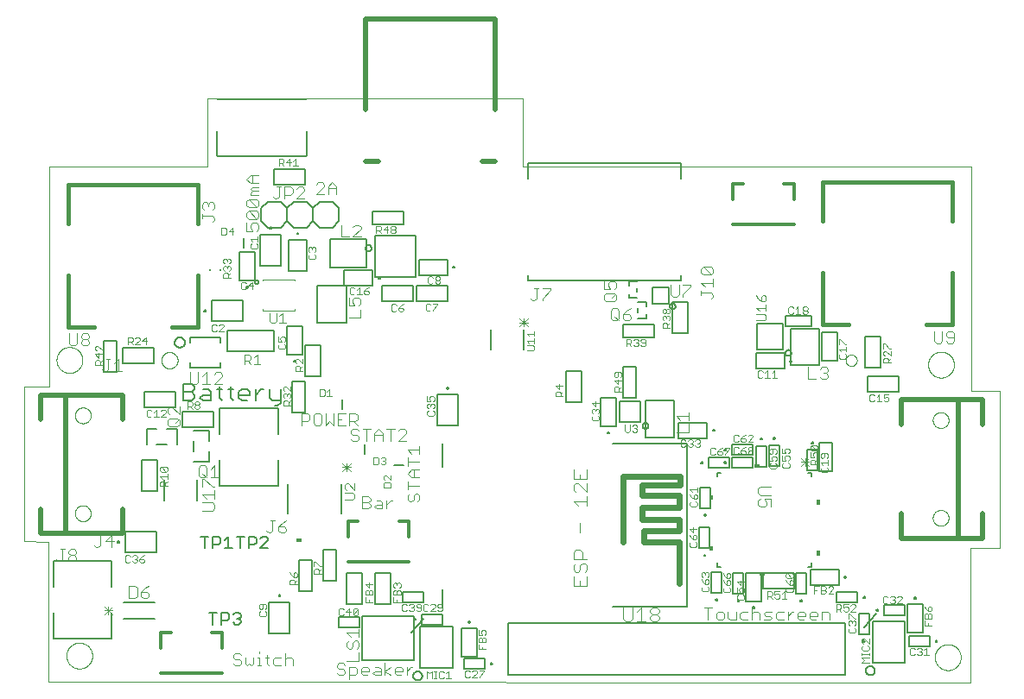
<source format=gto>
G75*
%MOIN*%
%OFA0B0*%
%FSLAX25Y25*%
%IPPOS*%
%LPD*%
%AMOC8*
5,1,8,0,0,1.08239X$1,22.5*
%
%ADD10C,0.00000*%
%ADD11C,0.00600*%
%ADD12C,0.00400*%
%ADD13C,0.00300*%
%ADD14C,0.00500*%
%ADD15C,0.00200*%
%ADD16C,0.00394*%
%ADD17C,0.00100*%
%ADD18C,0.00787*%
%ADD19C,0.01575*%
%ADD20C,0.01969*%
%ADD21C,0.00700*%
%ADD22C,0.02400*%
%ADD23C,0.01181*%
D10*
X0010700Y0002800D02*
X0011139Y0002800D01*
X0366500Y0002500D01*
X0366500Y0054500D01*
X0377700Y0054500D01*
X0377700Y0115201D01*
X0366900Y0115201D01*
X0366700Y0201801D01*
X0193900Y0201900D01*
X0193900Y0228100D01*
X0072100Y0228100D01*
X0072100Y0201901D01*
X0011139Y0201901D01*
X0011100Y0120100D01*
X0011100Y0116700D01*
X0001500Y0116700D01*
X0001500Y0057000D01*
X0010700Y0056900D01*
X0010700Y0002800D01*
X0017700Y0012800D02*
X0017702Y0012941D01*
X0017708Y0013082D01*
X0017718Y0013222D01*
X0017732Y0013362D01*
X0017750Y0013502D01*
X0017771Y0013641D01*
X0017797Y0013780D01*
X0017826Y0013918D01*
X0017860Y0014054D01*
X0017897Y0014190D01*
X0017938Y0014325D01*
X0017983Y0014459D01*
X0018032Y0014591D01*
X0018084Y0014722D01*
X0018140Y0014851D01*
X0018200Y0014978D01*
X0018263Y0015104D01*
X0018329Y0015228D01*
X0018400Y0015351D01*
X0018473Y0015471D01*
X0018550Y0015589D01*
X0018630Y0015705D01*
X0018714Y0015818D01*
X0018800Y0015929D01*
X0018890Y0016038D01*
X0018983Y0016144D01*
X0019078Y0016247D01*
X0019177Y0016348D01*
X0019278Y0016446D01*
X0019382Y0016541D01*
X0019489Y0016633D01*
X0019598Y0016722D01*
X0019710Y0016807D01*
X0019824Y0016890D01*
X0019940Y0016970D01*
X0020059Y0017046D01*
X0020180Y0017118D01*
X0020302Y0017188D01*
X0020427Y0017253D01*
X0020553Y0017316D01*
X0020681Y0017374D01*
X0020811Y0017429D01*
X0020942Y0017481D01*
X0021075Y0017528D01*
X0021209Y0017572D01*
X0021344Y0017613D01*
X0021480Y0017649D01*
X0021617Y0017681D01*
X0021755Y0017710D01*
X0021893Y0017735D01*
X0022033Y0017755D01*
X0022173Y0017772D01*
X0022313Y0017785D01*
X0022454Y0017794D01*
X0022594Y0017799D01*
X0022735Y0017800D01*
X0022876Y0017797D01*
X0023017Y0017790D01*
X0023157Y0017779D01*
X0023297Y0017764D01*
X0023437Y0017745D01*
X0023576Y0017723D01*
X0023714Y0017696D01*
X0023852Y0017666D01*
X0023988Y0017631D01*
X0024124Y0017593D01*
X0024258Y0017551D01*
X0024392Y0017505D01*
X0024524Y0017456D01*
X0024654Y0017402D01*
X0024783Y0017345D01*
X0024910Y0017285D01*
X0025036Y0017221D01*
X0025159Y0017153D01*
X0025281Y0017082D01*
X0025401Y0017008D01*
X0025518Y0016930D01*
X0025633Y0016849D01*
X0025746Y0016765D01*
X0025857Y0016678D01*
X0025965Y0016587D01*
X0026070Y0016494D01*
X0026173Y0016397D01*
X0026273Y0016298D01*
X0026370Y0016196D01*
X0026464Y0016091D01*
X0026555Y0015984D01*
X0026643Y0015874D01*
X0026728Y0015762D01*
X0026810Y0015647D01*
X0026889Y0015530D01*
X0026964Y0015411D01*
X0027036Y0015290D01*
X0027104Y0015167D01*
X0027169Y0015042D01*
X0027231Y0014915D01*
X0027288Y0014786D01*
X0027343Y0014656D01*
X0027393Y0014525D01*
X0027440Y0014392D01*
X0027483Y0014258D01*
X0027522Y0014122D01*
X0027557Y0013986D01*
X0027589Y0013849D01*
X0027616Y0013711D01*
X0027640Y0013572D01*
X0027660Y0013432D01*
X0027676Y0013292D01*
X0027688Y0013152D01*
X0027696Y0013011D01*
X0027700Y0012870D01*
X0027700Y0012730D01*
X0027696Y0012589D01*
X0027688Y0012448D01*
X0027676Y0012308D01*
X0027660Y0012168D01*
X0027640Y0012028D01*
X0027616Y0011889D01*
X0027589Y0011751D01*
X0027557Y0011614D01*
X0027522Y0011478D01*
X0027483Y0011342D01*
X0027440Y0011208D01*
X0027393Y0011075D01*
X0027343Y0010944D01*
X0027288Y0010814D01*
X0027231Y0010685D01*
X0027169Y0010558D01*
X0027104Y0010433D01*
X0027036Y0010310D01*
X0026964Y0010189D01*
X0026889Y0010070D01*
X0026810Y0009953D01*
X0026728Y0009838D01*
X0026643Y0009726D01*
X0026555Y0009616D01*
X0026464Y0009509D01*
X0026370Y0009404D01*
X0026273Y0009302D01*
X0026173Y0009203D01*
X0026070Y0009106D01*
X0025965Y0009013D01*
X0025857Y0008922D01*
X0025746Y0008835D01*
X0025633Y0008751D01*
X0025518Y0008670D01*
X0025401Y0008592D01*
X0025281Y0008518D01*
X0025159Y0008447D01*
X0025036Y0008379D01*
X0024910Y0008315D01*
X0024783Y0008255D01*
X0024654Y0008198D01*
X0024524Y0008144D01*
X0024392Y0008095D01*
X0024258Y0008049D01*
X0024124Y0008007D01*
X0023988Y0007969D01*
X0023852Y0007934D01*
X0023714Y0007904D01*
X0023576Y0007877D01*
X0023437Y0007855D01*
X0023297Y0007836D01*
X0023157Y0007821D01*
X0023017Y0007810D01*
X0022876Y0007803D01*
X0022735Y0007800D01*
X0022594Y0007801D01*
X0022454Y0007806D01*
X0022313Y0007815D01*
X0022173Y0007828D01*
X0022033Y0007845D01*
X0021893Y0007865D01*
X0021755Y0007890D01*
X0021617Y0007919D01*
X0021480Y0007951D01*
X0021344Y0007987D01*
X0021209Y0008028D01*
X0021075Y0008072D01*
X0020942Y0008119D01*
X0020811Y0008171D01*
X0020681Y0008226D01*
X0020553Y0008284D01*
X0020427Y0008347D01*
X0020302Y0008412D01*
X0020180Y0008482D01*
X0020059Y0008554D01*
X0019940Y0008630D01*
X0019824Y0008710D01*
X0019710Y0008793D01*
X0019598Y0008878D01*
X0019489Y0008967D01*
X0019382Y0009059D01*
X0019278Y0009154D01*
X0019177Y0009252D01*
X0019078Y0009353D01*
X0018983Y0009456D01*
X0018890Y0009562D01*
X0018800Y0009671D01*
X0018714Y0009782D01*
X0018630Y0009895D01*
X0018550Y0010011D01*
X0018473Y0010129D01*
X0018400Y0010249D01*
X0018329Y0010372D01*
X0018263Y0010496D01*
X0018200Y0010622D01*
X0018140Y0010749D01*
X0018084Y0010878D01*
X0018032Y0011009D01*
X0017983Y0011141D01*
X0017938Y0011275D01*
X0017897Y0011410D01*
X0017860Y0011546D01*
X0017826Y0011682D01*
X0017797Y0011820D01*
X0017771Y0011959D01*
X0017750Y0012098D01*
X0017732Y0012238D01*
X0017718Y0012378D01*
X0017708Y0012518D01*
X0017702Y0012659D01*
X0017700Y0012800D01*
X0020991Y0067802D02*
X0020993Y0067912D01*
X0020999Y0068022D01*
X0021009Y0068132D01*
X0021023Y0068241D01*
X0021041Y0068350D01*
X0021062Y0068458D01*
X0021088Y0068565D01*
X0021117Y0068671D01*
X0021151Y0068776D01*
X0021188Y0068880D01*
X0021229Y0068982D01*
X0021273Y0069083D01*
X0021321Y0069182D01*
X0021373Y0069280D01*
X0021428Y0069375D01*
X0021486Y0069468D01*
X0021548Y0069559D01*
X0021613Y0069648D01*
X0021681Y0069735D01*
X0021753Y0069819D01*
X0021827Y0069900D01*
X0021904Y0069979D01*
X0021984Y0070055D01*
X0022067Y0070127D01*
X0022152Y0070197D01*
X0022240Y0070264D01*
X0022330Y0070327D01*
X0022422Y0070387D01*
X0022516Y0070444D01*
X0022613Y0070498D01*
X0022711Y0070547D01*
X0022811Y0070594D01*
X0022913Y0070636D01*
X0023016Y0070675D01*
X0023120Y0070710D01*
X0023226Y0070742D01*
X0023332Y0070769D01*
X0023440Y0070793D01*
X0023548Y0070813D01*
X0023657Y0070829D01*
X0023767Y0070841D01*
X0023877Y0070849D01*
X0023987Y0070853D01*
X0024097Y0070853D01*
X0024207Y0070849D01*
X0024317Y0070841D01*
X0024427Y0070829D01*
X0024536Y0070813D01*
X0024644Y0070793D01*
X0024752Y0070769D01*
X0024858Y0070742D01*
X0024964Y0070710D01*
X0025068Y0070675D01*
X0025171Y0070636D01*
X0025273Y0070594D01*
X0025373Y0070547D01*
X0025471Y0070498D01*
X0025567Y0070444D01*
X0025662Y0070387D01*
X0025754Y0070327D01*
X0025844Y0070264D01*
X0025932Y0070197D01*
X0026017Y0070127D01*
X0026100Y0070055D01*
X0026180Y0069979D01*
X0026257Y0069900D01*
X0026331Y0069819D01*
X0026403Y0069735D01*
X0026471Y0069648D01*
X0026536Y0069559D01*
X0026598Y0069468D01*
X0026656Y0069375D01*
X0026711Y0069280D01*
X0026763Y0069182D01*
X0026811Y0069083D01*
X0026855Y0068982D01*
X0026896Y0068880D01*
X0026933Y0068776D01*
X0026967Y0068671D01*
X0026996Y0068565D01*
X0027022Y0068458D01*
X0027043Y0068350D01*
X0027061Y0068241D01*
X0027075Y0068132D01*
X0027085Y0068022D01*
X0027091Y0067912D01*
X0027093Y0067802D01*
X0027091Y0067692D01*
X0027085Y0067582D01*
X0027075Y0067472D01*
X0027061Y0067363D01*
X0027043Y0067254D01*
X0027022Y0067146D01*
X0026996Y0067039D01*
X0026967Y0066933D01*
X0026933Y0066828D01*
X0026896Y0066724D01*
X0026855Y0066622D01*
X0026811Y0066521D01*
X0026763Y0066422D01*
X0026711Y0066324D01*
X0026656Y0066229D01*
X0026598Y0066136D01*
X0026536Y0066045D01*
X0026471Y0065956D01*
X0026403Y0065869D01*
X0026331Y0065785D01*
X0026257Y0065704D01*
X0026180Y0065625D01*
X0026100Y0065549D01*
X0026017Y0065477D01*
X0025932Y0065407D01*
X0025844Y0065340D01*
X0025754Y0065277D01*
X0025662Y0065217D01*
X0025568Y0065160D01*
X0025471Y0065106D01*
X0025373Y0065057D01*
X0025273Y0065010D01*
X0025171Y0064968D01*
X0025068Y0064929D01*
X0024964Y0064894D01*
X0024858Y0064862D01*
X0024752Y0064835D01*
X0024644Y0064811D01*
X0024536Y0064791D01*
X0024427Y0064775D01*
X0024317Y0064763D01*
X0024207Y0064755D01*
X0024097Y0064751D01*
X0023987Y0064751D01*
X0023877Y0064755D01*
X0023767Y0064763D01*
X0023657Y0064775D01*
X0023548Y0064791D01*
X0023440Y0064811D01*
X0023332Y0064835D01*
X0023226Y0064862D01*
X0023120Y0064894D01*
X0023016Y0064929D01*
X0022913Y0064968D01*
X0022811Y0065010D01*
X0022711Y0065057D01*
X0022613Y0065106D01*
X0022516Y0065160D01*
X0022422Y0065217D01*
X0022330Y0065277D01*
X0022240Y0065340D01*
X0022152Y0065407D01*
X0022067Y0065477D01*
X0021984Y0065549D01*
X0021904Y0065625D01*
X0021827Y0065704D01*
X0021753Y0065785D01*
X0021681Y0065869D01*
X0021613Y0065956D01*
X0021548Y0066045D01*
X0021486Y0066136D01*
X0021428Y0066229D01*
X0021373Y0066324D01*
X0021321Y0066422D01*
X0021273Y0066521D01*
X0021229Y0066622D01*
X0021188Y0066724D01*
X0021151Y0066828D01*
X0021117Y0066933D01*
X0021088Y0067039D01*
X0021062Y0067146D01*
X0021041Y0067254D01*
X0021023Y0067363D01*
X0021009Y0067472D01*
X0020999Y0067582D01*
X0020993Y0067692D01*
X0020991Y0067802D01*
X0020991Y0105598D02*
X0020993Y0105708D01*
X0020999Y0105818D01*
X0021009Y0105928D01*
X0021023Y0106037D01*
X0021041Y0106146D01*
X0021062Y0106254D01*
X0021088Y0106361D01*
X0021117Y0106467D01*
X0021151Y0106572D01*
X0021188Y0106676D01*
X0021229Y0106778D01*
X0021273Y0106879D01*
X0021321Y0106978D01*
X0021373Y0107076D01*
X0021428Y0107171D01*
X0021486Y0107264D01*
X0021548Y0107355D01*
X0021613Y0107444D01*
X0021681Y0107531D01*
X0021753Y0107615D01*
X0021827Y0107696D01*
X0021904Y0107775D01*
X0021984Y0107851D01*
X0022067Y0107923D01*
X0022152Y0107993D01*
X0022240Y0108060D01*
X0022330Y0108123D01*
X0022422Y0108183D01*
X0022516Y0108240D01*
X0022613Y0108294D01*
X0022711Y0108343D01*
X0022811Y0108390D01*
X0022913Y0108432D01*
X0023016Y0108471D01*
X0023120Y0108506D01*
X0023226Y0108538D01*
X0023332Y0108565D01*
X0023440Y0108589D01*
X0023548Y0108609D01*
X0023657Y0108625D01*
X0023767Y0108637D01*
X0023877Y0108645D01*
X0023987Y0108649D01*
X0024097Y0108649D01*
X0024207Y0108645D01*
X0024317Y0108637D01*
X0024427Y0108625D01*
X0024536Y0108609D01*
X0024644Y0108589D01*
X0024752Y0108565D01*
X0024858Y0108538D01*
X0024964Y0108506D01*
X0025068Y0108471D01*
X0025171Y0108432D01*
X0025273Y0108390D01*
X0025373Y0108343D01*
X0025471Y0108294D01*
X0025567Y0108240D01*
X0025662Y0108183D01*
X0025754Y0108123D01*
X0025844Y0108060D01*
X0025932Y0107993D01*
X0026017Y0107923D01*
X0026100Y0107851D01*
X0026180Y0107775D01*
X0026257Y0107696D01*
X0026331Y0107615D01*
X0026403Y0107531D01*
X0026471Y0107444D01*
X0026536Y0107355D01*
X0026598Y0107264D01*
X0026656Y0107171D01*
X0026711Y0107076D01*
X0026763Y0106978D01*
X0026811Y0106879D01*
X0026855Y0106778D01*
X0026896Y0106676D01*
X0026933Y0106572D01*
X0026967Y0106467D01*
X0026996Y0106361D01*
X0027022Y0106254D01*
X0027043Y0106146D01*
X0027061Y0106037D01*
X0027075Y0105928D01*
X0027085Y0105818D01*
X0027091Y0105708D01*
X0027093Y0105598D01*
X0027091Y0105488D01*
X0027085Y0105378D01*
X0027075Y0105268D01*
X0027061Y0105159D01*
X0027043Y0105050D01*
X0027022Y0104942D01*
X0026996Y0104835D01*
X0026967Y0104729D01*
X0026933Y0104624D01*
X0026896Y0104520D01*
X0026855Y0104418D01*
X0026811Y0104317D01*
X0026763Y0104218D01*
X0026711Y0104120D01*
X0026656Y0104025D01*
X0026598Y0103932D01*
X0026536Y0103841D01*
X0026471Y0103752D01*
X0026403Y0103665D01*
X0026331Y0103581D01*
X0026257Y0103500D01*
X0026180Y0103421D01*
X0026100Y0103345D01*
X0026017Y0103273D01*
X0025932Y0103203D01*
X0025844Y0103136D01*
X0025754Y0103073D01*
X0025662Y0103013D01*
X0025568Y0102956D01*
X0025471Y0102902D01*
X0025373Y0102853D01*
X0025273Y0102806D01*
X0025171Y0102764D01*
X0025068Y0102725D01*
X0024964Y0102690D01*
X0024858Y0102658D01*
X0024752Y0102631D01*
X0024644Y0102607D01*
X0024536Y0102587D01*
X0024427Y0102571D01*
X0024317Y0102559D01*
X0024207Y0102551D01*
X0024097Y0102547D01*
X0023987Y0102547D01*
X0023877Y0102551D01*
X0023767Y0102559D01*
X0023657Y0102571D01*
X0023548Y0102587D01*
X0023440Y0102607D01*
X0023332Y0102631D01*
X0023226Y0102658D01*
X0023120Y0102690D01*
X0023016Y0102725D01*
X0022913Y0102764D01*
X0022811Y0102806D01*
X0022711Y0102853D01*
X0022613Y0102902D01*
X0022516Y0102956D01*
X0022422Y0103013D01*
X0022330Y0103073D01*
X0022240Y0103136D01*
X0022152Y0103203D01*
X0022067Y0103273D01*
X0021984Y0103345D01*
X0021904Y0103421D01*
X0021827Y0103500D01*
X0021753Y0103581D01*
X0021681Y0103665D01*
X0021613Y0103752D01*
X0021548Y0103841D01*
X0021486Y0103932D01*
X0021428Y0104025D01*
X0021373Y0104120D01*
X0021321Y0104218D01*
X0021273Y0104317D01*
X0021229Y0104418D01*
X0021188Y0104520D01*
X0021151Y0104624D01*
X0021117Y0104729D01*
X0021088Y0104835D01*
X0021062Y0104942D01*
X0021041Y0105050D01*
X0021023Y0105159D01*
X0021009Y0105268D01*
X0020999Y0105378D01*
X0020993Y0105488D01*
X0020991Y0105598D01*
X0013900Y0127000D02*
X0013902Y0127141D01*
X0013908Y0127282D01*
X0013918Y0127422D01*
X0013932Y0127562D01*
X0013950Y0127702D01*
X0013971Y0127841D01*
X0013997Y0127980D01*
X0014026Y0128118D01*
X0014060Y0128254D01*
X0014097Y0128390D01*
X0014138Y0128525D01*
X0014183Y0128659D01*
X0014232Y0128791D01*
X0014284Y0128922D01*
X0014340Y0129051D01*
X0014400Y0129178D01*
X0014463Y0129304D01*
X0014529Y0129428D01*
X0014600Y0129551D01*
X0014673Y0129671D01*
X0014750Y0129789D01*
X0014830Y0129905D01*
X0014914Y0130018D01*
X0015000Y0130129D01*
X0015090Y0130238D01*
X0015183Y0130344D01*
X0015278Y0130447D01*
X0015377Y0130548D01*
X0015478Y0130646D01*
X0015582Y0130741D01*
X0015689Y0130833D01*
X0015798Y0130922D01*
X0015910Y0131007D01*
X0016024Y0131090D01*
X0016140Y0131170D01*
X0016259Y0131246D01*
X0016380Y0131318D01*
X0016502Y0131388D01*
X0016627Y0131453D01*
X0016753Y0131516D01*
X0016881Y0131574D01*
X0017011Y0131629D01*
X0017142Y0131681D01*
X0017275Y0131728D01*
X0017409Y0131772D01*
X0017544Y0131813D01*
X0017680Y0131849D01*
X0017817Y0131881D01*
X0017955Y0131910D01*
X0018093Y0131935D01*
X0018233Y0131955D01*
X0018373Y0131972D01*
X0018513Y0131985D01*
X0018654Y0131994D01*
X0018794Y0131999D01*
X0018935Y0132000D01*
X0019076Y0131997D01*
X0019217Y0131990D01*
X0019357Y0131979D01*
X0019497Y0131964D01*
X0019637Y0131945D01*
X0019776Y0131923D01*
X0019914Y0131896D01*
X0020052Y0131866D01*
X0020188Y0131831D01*
X0020324Y0131793D01*
X0020458Y0131751D01*
X0020592Y0131705D01*
X0020724Y0131656D01*
X0020854Y0131602D01*
X0020983Y0131545D01*
X0021110Y0131485D01*
X0021236Y0131421D01*
X0021359Y0131353D01*
X0021481Y0131282D01*
X0021601Y0131208D01*
X0021718Y0131130D01*
X0021833Y0131049D01*
X0021946Y0130965D01*
X0022057Y0130878D01*
X0022165Y0130787D01*
X0022270Y0130694D01*
X0022373Y0130597D01*
X0022473Y0130498D01*
X0022570Y0130396D01*
X0022664Y0130291D01*
X0022755Y0130184D01*
X0022843Y0130074D01*
X0022928Y0129962D01*
X0023010Y0129847D01*
X0023089Y0129730D01*
X0023164Y0129611D01*
X0023236Y0129490D01*
X0023304Y0129367D01*
X0023369Y0129242D01*
X0023431Y0129115D01*
X0023488Y0128986D01*
X0023543Y0128856D01*
X0023593Y0128725D01*
X0023640Y0128592D01*
X0023683Y0128458D01*
X0023722Y0128322D01*
X0023757Y0128186D01*
X0023789Y0128049D01*
X0023816Y0127911D01*
X0023840Y0127772D01*
X0023860Y0127632D01*
X0023876Y0127492D01*
X0023888Y0127352D01*
X0023896Y0127211D01*
X0023900Y0127070D01*
X0023900Y0126930D01*
X0023896Y0126789D01*
X0023888Y0126648D01*
X0023876Y0126508D01*
X0023860Y0126368D01*
X0023840Y0126228D01*
X0023816Y0126089D01*
X0023789Y0125951D01*
X0023757Y0125814D01*
X0023722Y0125678D01*
X0023683Y0125542D01*
X0023640Y0125408D01*
X0023593Y0125275D01*
X0023543Y0125144D01*
X0023488Y0125014D01*
X0023431Y0124885D01*
X0023369Y0124758D01*
X0023304Y0124633D01*
X0023236Y0124510D01*
X0023164Y0124389D01*
X0023089Y0124270D01*
X0023010Y0124153D01*
X0022928Y0124038D01*
X0022843Y0123926D01*
X0022755Y0123816D01*
X0022664Y0123709D01*
X0022570Y0123604D01*
X0022473Y0123502D01*
X0022373Y0123403D01*
X0022270Y0123306D01*
X0022165Y0123213D01*
X0022057Y0123122D01*
X0021946Y0123035D01*
X0021833Y0122951D01*
X0021718Y0122870D01*
X0021601Y0122792D01*
X0021481Y0122718D01*
X0021359Y0122647D01*
X0021236Y0122579D01*
X0021110Y0122515D01*
X0020983Y0122455D01*
X0020854Y0122398D01*
X0020724Y0122344D01*
X0020592Y0122295D01*
X0020458Y0122249D01*
X0020324Y0122207D01*
X0020188Y0122169D01*
X0020052Y0122134D01*
X0019914Y0122104D01*
X0019776Y0122077D01*
X0019637Y0122055D01*
X0019497Y0122036D01*
X0019357Y0122021D01*
X0019217Y0122010D01*
X0019076Y0122003D01*
X0018935Y0122000D01*
X0018794Y0122001D01*
X0018654Y0122006D01*
X0018513Y0122015D01*
X0018373Y0122028D01*
X0018233Y0122045D01*
X0018093Y0122065D01*
X0017955Y0122090D01*
X0017817Y0122119D01*
X0017680Y0122151D01*
X0017544Y0122187D01*
X0017409Y0122228D01*
X0017275Y0122272D01*
X0017142Y0122319D01*
X0017011Y0122371D01*
X0016881Y0122426D01*
X0016753Y0122484D01*
X0016627Y0122547D01*
X0016502Y0122612D01*
X0016380Y0122682D01*
X0016259Y0122754D01*
X0016140Y0122830D01*
X0016024Y0122910D01*
X0015910Y0122993D01*
X0015798Y0123078D01*
X0015689Y0123167D01*
X0015582Y0123259D01*
X0015478Y0123354D01*
X0015377Y0123452D01*
X0015278Y0123553D01*
X0015183Y0123656D01*
X0015090Y0123762D01*
X0015000Y0123871D01*
X0014914Y0123982D01*
X0014830Y0124095D01*
X0014750Y0124211D01*
X0014673Y0124329D01*
X0014600Y0124449D01*
X0014529Y0124572D01*
X0014463Y0124696D01*
X0014400Y0124822D01*
X0014340Y0124949D01*
X0014284Y0125078D01*
X0014232Y0125209D01*
X0014183Y0125341D01*
X0014138Y0125475D01*
X0014097Y0125610D01*
X0014060Y0125746D01*
X0014026Y0125882D01*
X0013997Y0126020D01*
X0013971Y0126159D01*
X0013950Y0126298D01*
X0013932Y0126438D01*
X0013918Y0126578D01*
X0013908Y0126718D01*
X0013902Y0126859D01*
X0013900Y0127000D01*
X0054324Y0126900D02*
X0054326Y0127012D01*
X0054332Y0127123D01*
X0054342Y0127235D01*
X0054356Y0127346D01*
X0054373Y0127456D01*
X0054395Y0127566D01*
X0054421Y0127674D01*
X0054450Y0127782D01*
X0054483Y0127889D01*
X0054520Y0127995D01*
X0054561Y0128099D01*
X0054605Y0128201D01*
X0054653Y0128302D01*
X0054705Y0128401D01*
X0054760Y0128499D01*
X0054818Y0128594D01*
X0054880Y0128687D01*
X0054945Y0128778D01*
X0055014Y0128866D01*
X0055085Y0128953D01*
X0055159Y0129036D01*
X0055236Y0129117D01*
X0055317Y0129195D01*
X0055399Y0129270D01*
X0055485Y0129342D01*
X0055573Y0129411D01*
X0055663Y0129477D01*
X0055756Y0129539D01*
X0055850Y0129599D01*
X0055947Y0129655D01*
X0056046Y0129707D01*
X0056146Y0129756D01*
X0056249Y0129801D01*
X0056352Y0129843D01*
X0056457Y0129881D01*
X0056564Y0129915D01*
X0056671Y0129945D01*
X0056780Y0129972D01*
X0056890Y0129994D01*
X0057000Y0130013D01*
X0057111Y0130028D01*
X0057222Y0130039D01*
X0057333Y0130046D01*
X0057445Y0130049D01*
X0057557Y0130048D01*
X0057668Y0130043D01*
X0057780Y0130034D01*
X0057891Y0130021D01*
X0058001Y0130004D01*
X0058111Y0129984D01*
X0058220Y0129959D01*
X0058328Y0129931D01*
X0058435Y0129898D01*
X0058541Y0129862D01*
X0058646Y0129822D01*
X0058749Y0129779D01*
X0058850Y0129732D01*
X0058950Y0129681D01*
X0059047Y0129627D01*
X0059143Y0129570D01*
X0059237Y0129509D01*
X0059328Y0129444D01*
X0059418Y0129377D01*
X0059504Y0129306D01*
X0059588Y0129233D01*
X0059670Y0129156D01*
X0059749Y0129077D01*
X0059824Y0128995D01*
X0059897Y0128910D01*
X0059967Y0128823D01*
X0060034Y0128733D01*
X0060097Y0128641D01*
X0060157Y0128547D01*
X0060214Y0128450D01*
X0060267Y0128352D01*
X0060317Y0128252D01*
X0060363Y0128150D01*
X0060406Y0128047D01*
X0060445Y0127942D01*
X0060480Y0127836D01*
X0060511Y0127729D01*
X0060539Y0127620D01*
X0060562Y0127511D01*
X0060582Y0127401D01*
X0060598Y0127290D01*
X0060610Y0127179D01*
X0060618Y0127068D01*
X0060622Y0126956D01*
X0060622Y0126844D01*
X0060618Y0126732D01*
X0060610Y0126621D01*
X0060598Y0126510D01*
X0060582Y0126399D01*
X0060562Y0126289D01*
X0060539Y0126180D01*
X0060511Y0126071D01*
X0060480Y0125964D01*
X0060445Y0125858D01*
X0060406Y0125753D01*
X0060363Y0125650D01*
X0060317Y0125548D01*
X0060267Y0125448D01*
X0060214Y0125350D01*
X0060157Y0125253D01*
X0060097Y0125159D01*
X0060034Y0125067D01*
X0059967Y0124977D01*
X0059897Y0124890D01*
X0059824Y0124805D01*
X0059749Y0124723D01*
X0059670Y0124644D01*
X0059588Y0124567D01*
X0059504Y0124494D01*
X0059418Y0124423D01*
X0059328Y0124356D01*
X0059237Y0124291D01*
X0059143Y0124230D01*
X0059048Y0124173D01*
X0058950Y0124119D01*
X0058850Y0124068D01*
X0058749Y0124021D01*
X0058646Y0123978D01*
X0058541Y0123938D01*
X0058435Y0123902D01*
X0058328Y0123869D01*
X0058220Y0123841D01*
X0058111Y0123816D01*
X0058001Y0123796D01*
X0057891Y0123779D01*
X0057780Y0123766D01*
X0057668Y0123757D01*
X0057557Y0123752D01*
X0057445Y0123751D01*
X0057333Y0123754D01*
X0057222Y0123761D01*
X0057111Y0123772D01*
X0057000Y0123787D01*
X0056890Y0123806D01*
X0056780Y0123828D01*
X0056671Y0123855D01*
X0056564Y0123885D01*
X0056457Y0123919D01*
X0056352Y0123957D01*
X0056249Y0123999D01*
X0056146Y0124044D01*
X0056046Y0124093D01*
X0055947Y0124145D01*
X0055850Y0124201D01*
X0055756Y0124261D01*
X0055663Y0124323D01*
X0055573Y0124389D01*
X0055485Y0124458D01*
X0055399Y0124530D01*
X0055317Y0124605D01*
X0055236Y0124683D01*
X0055159Y0124764D01*
X0055085Y0124847D01*
X0055014Y0124934D01*
X0054945Y0125022D01*
X0054880Y0125113D01*
X0054818Y0125206D01*
X0054760Y0125301D01*
X0054705Y0125399D01*
X0054653Y0125498D01*
X0054605Y0125599D01*
X0054561Y0125701D01*
X0054520Y0125805D01*
X0054483Y0125911D01*
X0054450Y0126018D01*
X0054421Y0126126D01*
X0054395Y0126234D01*
X0054373Y0126344D01*
X0054356Y0126454D01*
X0054342Y0126565D01*
X0054332Y0126677D01*
X0054326Y0126788D01*
X0054324Y0126900D01*
X0318300Y0126900D02*
X0318302Y0126993D01*
X0318308Y0127085D01*
X0318318Y0127177D01*
X0318332Y0127268D01*
X0318349Y0127359D01*
X0318371Y0127449D01*
X0318396Y0127538D01*
X0318425Y0127626D01*
X0318458Y0127712D01*
X0318495Y0127797D01*
X0318535Y0127881D01*
X0318579Y0127962D01*
X0318626Y0128042D01*
X0318676Y0128120D01*
X0318730Y0128195D01*
X0318787Y0128268D01*
X0318847Y0128338D01*
X0318910Y0128406D01*
X0318976Y0128471D01*
X0319044Y0128533D01*
X0319115Y0128593D01*
X0319189Y0128649D01*
X0319265Y0128702D01*
X0319343Y0128751D01*
X0319423Y0128798D01*
X0319505Y0128840D01*
X0319589Y0128880D01*
X0319674Y0128915D01*
X0319761Y0128947D01*
X0319849Y0128976D01*
X0319938Y0129000D01*
X0320028Y0129021D01*
X0320119Y0129037D01*
X0320211Y0129050D01*
X0320303Y0129059D01*
X0320396Y0129064D01*
X0320488Y0129065D01*
X0320581Y0129062D01*
X0320673Y0129055D01*
X0320765Y0129044D01*
X0320856Y0129029D01*
X0320947Y0129011D01*
X0321037Y0128988D01*
X0321125Y0128962D01*
X0321213Y0128932D01*
X0321299Y0128898D01*
X0321383Y0128861D01*
X0321466Y0128819D01*
X0321547Y0128775D01*
X0321627Y0128727D01*
X0321704Y0128676D01*
X0321778Y0128621D01*
X0321851Y0128563D01*
X0321921Y0128503D01*
X0321988Y0128439D01*
X0322052Y0128373D01*
X0322114Y0128303D01*
X0322172Y0128232D01*
X0322227Y0128158D01*
X0322279Y0128081D01*
X0322328Y0128002D01*
X0322374Y0127922D01*
X0322416Y0127839D01*
X0322454Y0127755D01*
X0322489Y0127669D01*
X0322520Y0127582D01*
X0322547Y0127494D01*
X0322570Y0127404D01*
X0322590Y0127314D01*
X0322606Y0127223D01*
X0322618Y0127131D01*
X0322626Y0127039D01*
X0322630Y0126946D01*
X0322630Y0126854D01*
X0322626Y0126761D01*
X0322618Y0126669D01*
X0322606Y0126577D01*
X0322590Y0126486D01*
X0322570Y0126396D01*
X0322547Y0126306D01*
X0322520Y0126218D01*
X0322489Y0126131D01*
X0322454Y0126045D01*
X0322416Y0125961D01*
X0322374Y0125878D01*
X0322328Y0125798D01*
X0322279Y0125719D01*
X0322227Y0125642D01*
X0322172Y0125568D01*
X0322114Y0125497D01*
X0322052Y0125427D01*
X0321988Y0125361D01*
X0321921Y0125297D01*
X0321851Y0125237D01*
X0321778Y0125179D01*
X0321704Y0125124D01*
X0321627Y0125073D01*
X0321548Y0125025D01*
X0321466Y0124981D01*
X0321383Y0124939D01*
X0321299Y0124902D01*
X0321213Y0124868D01*
X0321125Y0124838D01*
X0321037Y0124812D01*
X0320947Y0124789D01*
X0320856Y0124771D01*
X0320765Y0124756D01*
X0320673Y0124745D01*
X0320581Y0124738D01*
X0320488Y0124735D01*
X0320396Y0124736D01*
X0320303Y0124741D01*
X0320211Y0124750D01*
X0320119Y0124763D01*
X0320028Y0124779D01*
X0319938Y0124800D01*
X0319849Y0124824D01*
X0319761Y0124853D01*
X0319674Y0124885D01*
X0319589Y0124920D01*
X0319505Y0124960D01*
X0319423Y0125002D01*
X0319343Y0125049D01*
X0319265Y0125098D01*
X0319189Y0125151D01*
X0319115Y0125207D01*
X0319044Y0125267D01*
X0318976Y0125329D01*
X0318910Y0125394D01*
X0318847Y0125462D01*
X0318787Y0125532D01*
X0318730Y0125605D01*
X0318676Y0125680D01*
X0318626Y0125758D01*
X0318579Y0125838D01*
X0318535Y0125919D01*
X0318495Y0126003D01*
X0318458Y0126088D01*
X0318425Y0126174D01*
X0318396Y0126262D01*
X0318371Y0126351D01*
X0318349Y0126441D01*
X0318332Y0126532D01*
X0318318Y0126623D01*
X0318308Y0126715D01*
X0318302Y0126807D01*
X0318300Y0126900D01*
X0350100Y0125200D02*
X0350102Y0125341D01*
X0350108Y0125482D01*
X0350118Y0125622D01*
X0350132Y0125762D01*
X0350150Y0125902D01*
X0350171Y0126041D01*
X0350197Y0126180D01*
X0350226Y0126318D01*
X0350260Y0126454D01*
X0350297Y0126590D01*
X0350338Y0126725D01*
X0350383Y0126859D01*
X0350432Y0126991D01*
X0350484Y0127122D01*
X0350540Y0127251D01*
X0350600Y0127378D01*
X0350663Y0127504D01*
X0350729Y0127628D01*
X0350800Y0127751D01*
X0350873Y0127871D01*
X0350950Y0127989D01*
X0351030Y0128105D01*
X0351114Y0128218D01*
X0351200Y0128329D01*
X0351290Y0128438D01*
X0351383Y0128544D01*
X0351478Y0128647D01*
X0351577Y0128748D01*
X0351678Y0128846D01*
X0351782Y0128941D01*
X0351889Y0129033D01*
X0351998Y0129122D01*
X0352110Y0129207D01*
X0352224Y0129290D01*
X0352340Y0129370D01*
X0352459Y0129446D01*
X0352580Y0129518D01*
X0352702Y0129588D01*
X0352827Y0129653D01*
X0352953Y0129716D01*
X0353081Y0129774D01*
X0353211Y0129829D01*
X0353342Y0129881D01*
X0353475Y0129928D01*
X0353609Y0129972D01*
X0353744Y0130013D01*
X0353880Y0130049D01*
X0354017Y0130081D01*
X0354155Y0130110D01*
X0354293Y0130135D01*
X0354433Y0130155D01*
X0354573Y0130172D01*
X0354713Y0130185D01*
X0354854Y0130194D01*
X0354994Y0130199D01*
X0355135Y0130200D01*
X0355276Y0130197D01*
X0355417Y0130190D01*
X0355557Y0130179D01*
X0355697Y0130164D01*
X0355837Y0130145D01*
X0355976Y0130123D01*
X0356114Y0130096D01*
X0356252Y0130066D01*
X0356388Y0130031D01*
X0356524Y0129993D01*
X0356658Y0129951D01*
X0356792Y0129905D01*
X0356924Y0129856D01*
X0357054Y0129802D01*
X0357183Y0129745D01*
X0357310Y0129685D01*
X0357436Y0129621D01*
X0357559Y0129553D01*
X0357681Y0129482D01*
X0357801Y0129408D01*
X0357918Y0129330D01*
X0358033Y0129249D01*
X0358146Y0129165D01*
X0358257Y0129078D01*
X0358365Y0128987D01*
X0358470Y0128894D01*
X0358573Y0128797D01*
X0358673Y0128698D01*
X0358770Y0128596D01*
X0358864Y0128491D01*
X0358955Y0128384D01*
X0359043Y0128274D01*
X0359128Y0128162D01*
X0359210Y0128047D01*
X0359289Y0127930D01*
X0359364Y0127811D01*
X0359436Y0127690D01*
X0359504Y0127567D01*
X0359569Y0127442D01*
X0359631Y0127315D01*
X0359688Y0127186D01*
X0359743Y0127056D01*
X0359793Y0126925D01*
X0359840Y0126792D01*
X0359883Y0126658D01*
X0359922Y0126522D01*
X0359957Y0126386D01*
X0359989Y0126249D01*
X0360016Y0126111D01*
X0360040Y0125972D01*
X0360060Y0125832D01*
X0360076Y0125692D01*
X0360088Y0125552D01*
X0360096Y0125411D01*
X0360100Y0125270D01*
X0360100Y0125130D01*
X0360096Y0124989D01*
X0360088Y0124848D01*
X0360076Y0124708D01*
X0360060Y0124568D01*
X0360040Y0124428D01*
X0360016Y0124289D01*
X0359989Y0124151D01*
X0359957Y0124014D01*
X0359922Y0123878D01*
X0359883Y0123742D01*
X0359840Y0123608D01*
X0359793Y0123475D01*
X0359743Y0123344D01*
X0359688Y0123214D01*
X0359631Y0123085D01*
X0359569Y0122958D01*
X0359504Y0122833D01*
X0359436Y0122710D01*
X0359364Y0122589D01*
X0359289Y0122470D01*
X0359210Y0122353D01*
X0359128Y0122238D01*
X0359043Y0122126D01*
X0358955Y0122016D01*
X0358864Y0121909D01*
X0358770Y0121804D01*
X0358673Y0121702D01*
X0358573Y0121603D01*
X0358470Y0121506D01*
X0358365Y0121413D01*
X0358257Y0121322D01*
X0358146Y0121235D01*
X0358033Y0121151D01*
X0357918Y0121070D01*
X0357801Y0120992D01*
X0357681Y0120918D01*
X0357559Y0120847D01*
X0357436Y0120779D01*
X0357310Y0120715D01*
X0357183Y0120655D01*
X0357054Y0120598D01*
X0356924Y0120544D01*
X0356792Y0120495D01*
X0356658Y0120449D01*
X0356524Y0120407D01*
X0356388Y0120369D01*
X0356252Y0120334D01*
X0356114Y0120304D01*
X0355976Y0120277D01*
X0355837Y0120255D01*
X0355697Y0120236D01*
X0355557Y0120221D01*
X0355417Y0120210D01*
X0355276Y0120203D01*
X0355135Y0120200D01*
X0354994Y0120201D01*
X0354854Y0120206D01*
X0354713Y0120215D01*
X0354573Y0120228D01*
X0354433Y0120245D01*
X0354293Y0120265D01*
X0354155Y0120290D01*
X0354017Y0120319D01*
X0353880Y0120351D01*
X0353744Y0120387D01*
X0353609Y0120428D01*
X0353475Y0120472D01*
X0353342Y0120519D01*
X0353211Y0120571D01*
X0353081Y0120626D01*
X0352953Y0120684D01*
X0352827Y0120747D01*
X0352702Y0120812D01*
X0352580Y0120882D01*
X0352459Y0120954D01*
X0352340Y0121030D01*
X0352224Y0121110D01*
X0352110Y0121193D01*
X0351998Y0121278D01*
X0351889Y0121367D01*
X0351782Y0121459D01*
X0351678Y0121554D01*
X0351577Y0121652D01*
X0351478Y0121753D01*
X0351383Y0121856D01*
X0351290Y0121962D01*
X0351200Y0122071D01*
X0351114Y0122182D01*
X0351030Y0122295D01*
X0350950Y0122411D01*
X0350873Y0122529D01*
X0350800Y0122649D01*
X0350729Y0122772D01*
X0350663Y0122896D01*
X0350600Y0123022D01*
X0350540Y0123149D01*
X0350484Y0123278D01*
X0350432Y0123409D01*
X0350383Y0123541D01*
X0350338Y0123675D01*
X0350297Y0123810D01*
X0350260Y0123946D01*
X0350226Y0124082D01*
X0350197Y0124220D01*
X0350171Y0124359D01*
X0350150Y0124498D01*
X0350132Y0124638D01*
X0350118Y0124778D01*
X0350108Y0124918D01*
X0350102Y0125059D01*
X0350100Y0125200D01*
X0351907Y0103798D02*
X0351909Y0103908D01*
X0351915Y0104018D01*
X0351925Y0104128D01*
X0351939Y0104237D01*
X0351957Y0104346D01*
X0351978Y0104454D01*
X0352004Y0104561D01*
X0352033Y0104667D01*
X0352067Y0104772D01*
X0352104Y0104876D01*
X0352145Y0104978D01*
X0352189Y0105079D01*
X0352237Y0105178D01*
X0352289Y0105276D01*
X0352344Y0105371D01*
X0352402Y0105464D01*
X0352464Y0105555D01*
X0352529Y0105644D01*
X0352597Y0105731D01*
X0352669Y0105815D01*
X0352743Y0105896D01*
X0352820Y0105975D01*
X0352900Y0106051D01*
X0352983Y0106123D01*
X0353068Y0106193D01*
X0353156Y0106260D01*
X0353246Y0106323D01*
X0353338Y0106383D01*
X0353432Y0106440D01*
X0353529Y0106494D01*
X0353627Y0106543D01*
X0353727Y0106590D01*
X0353829Y0106632D01*
X0353932Y0106671D01*
X0354036Y0106706D01*
X0354142Y0106738D01*
X0354248Y0106765D01*
X0354356Y0106789D01*
X0354464Y0106809D01*
X0354573Y0106825D01*
X0354683Y0106837D01*
X0354793Y0106845D01*
X0354903Y0106849D01*
X0355013Y0106849D01*
X0355123Y0106845D01*
X0355233Y0106837D01*
X0355343Y0106825D01*
X0355452Y0106809D01*
X0355560Y0106789D01*
X0355668Y0106765D01*
X0355774Y0106738D01*
X0355880Y0106706D01*
X0355984Y0106671D01*
X0356087Y0106632D01*
X0356189Y0106590D01*
X0356289Y0106543D01*
X0356387Y0106494D01*
X0356483Y0106440D01*
X0356578Y0106383D01*
X0356670Y0106323D01*
X0356760Y0106260D01*
X0356848Y0106193D01*
X0356933Y0106123D01*
X0357016Y0106051D01*
X0357096Y0105975D01*
X0357173Y0105896D01*
X0357247Y0105815D01*
X0357319Y0105731D01*
X0357387Y0105644D01*
X0357452Y0105555D01*
X0357514Y0105464D01*
X0357572Y0105371D01*
X0357627Y0105276D01*
X0357679Y0105178D01*
X0357727Y0105079D01*
X0357771Y0104978D01*
X0357812Y0104876D01*
X0357849Y0104772D01*
X0357883Y0104667D01*
X0357912Y0104561D01*
X0357938Y0104454D01*
X0357959Y0104346D01*
X0357977Y0104237D01*
X0357991Y0104128D01*
X0358001Y0104018D01*
X0358007Y0103908D01*
X0358009Y0103798D01*
X0358007Y0103688D01*
X0358001Y0103578D01*
X0357991Y0103468D01*
X0357977Y0103359D01*
X0357959Y0103250D01*
X0357938Y0103142D01*
X0357912Y0103035D01*
X0357883Y0102929D01*
X0357849Y0102824D01*
X0357812Y0102720D01*
X0357771Y0102618D01*
X0357727Y0102517D01*
X0357679Y0102418D01*
X0357627Y0102320D01*
X0357572Y0102225D01*
X0357514Y0102132D01*
X0357452Y0102041D01*
X0357387Y0101952D01*
X0357319Y0101865D01*
X0357247Y0101781D01*
X0357173Y0101700D01*
X0357096Y0101621D01*
X0357016Y0101545D01*
X0356933Y0101473D01*
X0356848Y0101403D01*
X0356760Y0101336D01*
X0356670Y0101273D01*
X0356578Y0101213D01*
X0356484Y0101156D01*
X0356387Y0101102D01*
X0356289Y0101053D01*
X0356189Y0101006D01*
X0356087Y0100964D01*
X0355984Y0100925D01*
X0355880Y0100890D01*
X0355774Y0100858D01*
X0355668Y0100831D01*
X0355560Y0100807D01*
X0355452Y0100787D01*
X0355343Y0100771D01*
X0355233Y0100759D01*
X0355123Y0100751D01*
X0355013Y0100747D01*
X0354903Y0100747D01*
X0354793Y0100751D01*
X0354683Y0100759D01*
X0354573Y0100771D01*
X0354464Y0100787D01*
X0354356Y0100807D01*
X0354248Y0100831D01*
X0354142Y0100858D01*
X0354036Y0100890D01*
X0353932Y0100925D01*
X0353829Y0100964D01*
X0353727Y0101006D01*
X0353627Y0101053D01*
X0353529Y0101102D01*
X0353432Y0101156D01*
X0353338Y0101213D01*
X0353246Y0101273D01*
X0353156Y0101336D01*
X0353068Y0101403D01*
X0352983Y0101473D01*
X0352900Y0101545D01*
X0352820Y0101621D01*
X0352743Y0101700D01*
X0352669Y0101781D01*
X0352597Y0101865D01*
X0352529Y0101952D01*
X0352464Y0102041D01*
X0352402Y0102132D01*
X0352344Y0102225D01*
X0352289Y0102320D01*
X0352237Y0102418D01*
X0352189Y0102517D01*
X0352145Y0102618D01*
X0352104Y0102720D01*
X0352067Y0102824D01*
X0352033Y0102929D01*
X0352004Y0103035D01*
X0351978Y0103142D01*
X0351957Y0103250D01*
X0351939Y0103359D01*
X0351925Y0103468D01*
X0351915Y0103578D01*
X0351909Y0103688D01*
X0351907Y0103798D01*
X0351907Y0066002D02*
X0351909Y0066112D01*
X0351915Y0066222D01*
X0351925Y0066332D01*
X0351939Y0066441D01*
X0351957Y0066550D01*
X0351978Y0066658D01*
X0352004Y0066765D01*
X0352033Y0066871D01*
X0352067Y0066976D01*
X0352104Y0067080D01*
X0352145Y0067182D01*
X0352189Y0067283D01*
X0352237Y0067382D01*
X0352289Y0067480D01*
X0352344Y0067575D01*
X0352402Y0067668D01*
X0352464Y0067759D01*
X0352529Y0067848D01*
X0352597Y0067935D01*
X0352669Y0068019D01*
X0352743Y0068100D01*
X0352820Y0068179D01*
X0352900Y0068255D01*
X0352983Y0068327D01*
X0353068Y0068397D01*
X0353156Y0068464D01*
X0353246Y0068527D01*
X0353338Y0068587D01*
X0353432Y0068644D01*
X0353529Y0068698D01*
X0353627Y0068747D01*
X0353727Y0068794D01*
X0353829Y0068836D01*
X0353932Y0068875D01*
X0354036Y0068910D01*
X0354142Y0068942D01*
X0354248Y0068969D01*
X0354356Y0068993D01*
X0354464Y0069013D01*
X0354573Y0069029D01*
X0354683Y0069041D01*
X0354793Y0069049D01*
X0354903Y0069053D01*
X0355013Y0069053D01*
X0355123Y0069049D01*
X0355233Y0069041D01*
X0355343Y0069029D01*
X0355452Y0069013D01*
X0355560Y0068993D01*
X0355668Y0068969D01*
X0355774Y0068942D01*
X0355880Y0068910D01*
X0355984Y0068875D01*
X0356087Y0068836D01*
X0356189Y0068794D01*
X0356289Y0068747D01*
X0356387Y0068698D01*
X0356483Y0068644D01*
X0356578Y0068587D01*
X0356670Y0068527D01*
X0356760Y0068464D01*
X0356848Y0068397D01*
X0356933Y0068327D01*
X0357016Y0068255D01*
X0357096Y0068179D01*
X0357173Y0068100D01*
X0357247Y0068019D01*
X0357319Y0067935D01*
X0357387Y0067848D01*
X0357452Y0067759D01*
X0357514Y0067668D01*
X0357572Y0067575D01*
X0357627Y0067480D01*
X0357679Y0067382D01*
X0357727Y0067283D01*
X0357771Y0067182D01*
X0357812Y0067080D01*
X0357849Y0066976D01*
X0357883Y0066871D01*
X0357912Y0066765D01*
X0357938Y0066658D01*
X0357959Y0066550D01*
X0357977Y0066441D01*
X0357991Y0066332D01*
X0358001Y0066222D01*
X0358007Y0066112D01*
X0358009Y0066002D01*
X0358007Y0065892D01*
X0358001Y0065782D01*
X0357991Y0065672D01*
X0357977Y0065563D01*
X0357959Y0065454D01*
X0357938Y0065346D01*
X0357912Y0065239D01*
X0357883Y0065133D01*
X0357849Y0065028D01*
X0357812Y0064924D01*
X0357771Y0064822D01*
X0357727Y0064721D01*
X0357679Y0064622D01*
X0357627Y0064524D01*
X0357572Y0064429D01*
X0357514Y0064336D01*
X0357452Y0064245D01*
X0357387Y0064156D01*
X0357319Y0064069D01*
X0357247Y0063985D01*
X0357173Y0063904D01*
X0357096Y0063825D01*
X0357016Y0063749D01*
X0356933Y0063677D01*
X0356848Y0063607D01*
X0356760Y0063540D01*
X0356670Y0063477D01*
X0356578Y0063417D01*
X0356484Y0063360D01*
X0356387Y0063306D01*
X0356289Y0063257D01*
X0356189Y0063210D01*
X0356087Y0063168D01*
X0355984Y0063129D01*
X0355880Y0063094D01*
X0355774Y0063062D01*
X0355668Y0063035D01*
X0355560Y0063011D01*
X0355452Y0062991D01*
X0355343Y0062975D01*
X0355233Y0062963D01*
X0355123Y0062955D01*
X0355013Y0062951D01*
X0354903Y0062951D01*
X0354793Y0062955D01*
X0354683Y0062963D01*
X0354573Y0062975D01*
X0354464Y0062991D01*
X0354356Y0063011D01*
X0354248Y0063035D01*
X0354142Y0063062D01*
X0354036Y0063094D01*
X0353932Y0063129D01*
X0353829Y0063168D01*
X0353727Y0063210D01*
X0353627Y0063257D01*
X0353529Y0063306D01*
X0353432Y0063360D01*
X0353338Y0063417D01*
X0353246Y0063477D01*
X0353156Y0063540D01*
X0353068Y0063607D01*
X0352983Y0063677D01*
X0352900Y0063749D01*
X0352820Y0063825D01*
X0352743Y0063904D01*
X0352669Y0063985D01*
X0352597Y0064069D01*
X0352529Y0064156D01*
X0352464Y0064245D01*
X0352402Y0064336D01*
X0352344Y0064429D01*
X0352289Y0064524D01*
X0352237Y0064622D01*
X0352189Y0064721D01*
X0352145Y0064822D01*
X0352104Y0064924D01*
X0352067Y0065028D01*
X0352033Y0065133D01*
X0352004Y0065239D01*
X0351978Y0065346D01*
X0351957Y0065454D01*
X0351939Y0065563D01*
X0351925Y0065672D01*
X0351915Y0065782D01*
X0351909Y0065892D01*
X0351907Y0066002D01*
X0352700Y0012200D02*
X0352702Y0012341D01*
X0352708Y0012482D01*
X0352718Y0012622D01*
X0352732Y0012762D01*
X0352750Y0012902D01*
X0352771Y0013041D01*
X0352797Y0013180D01*
X0352826Y0013318D01*
X0352860Y0013454D01*
X0352897Y0013590D01*
X0352938Y0013725D01*
X0352983Y0013859D01*
X0353032Y0013991D01*
X0353084Y0014122D01*
X0353140Y0014251D01*
X0353200Y0014378D01*
X0353263Y0014504D01*
X0353329Y0014628D01*
X0353400Y0014751D01*
X0353473Y0014871D01*
X0353550Y0014989D01*
X0353630Y0015105D01*
X0353714Y0015218D01*
X0353800Y0015329D01*
X0353890Y0015438D01*
X0353983Y0015544D01*
X0354078Y0015647D01*
X0354177Y0015748D01*
X0354278Y0015846D01*
X0354382Y0015941D01*
X0354489Y0016033D01*
X0354598Y0016122D01*
X0354710Y0016207D01*
X0354824Y0016290D01*
X0354940Y0016370D01*
X0355059Y0016446D01*
X0355180Y0016518D01*
X0355302Y0016588D01*
X0355427Y0016653D01*
X0355553Y0016716D01*
X0355681Y0016774D01*
X0355811Y0016829D01*
X0355942Y0016881D01*
X0356075Y0016928D01*
X0356209Y0016972D01*
X0356344Y0017013D01*
X0356480Y0017049D01*
X0356617Y0017081D01*
X0356755Y0017110D01*
X0356893Y0017135D01*
X0357033Y0017155D01*
X0357173Y0017172D01*
X0357313Y0017185D01*
X0357454Y0017194D01*
X0357594Y0017199D01*
X0357735Y0017200D01*
X0357876Y0017197D01*
X0358017Y0017190D01*
X0358157Y0017179D01*
X0358297Y0017164D01*
X0358437Y0017145D01*
X0358576Y0017123D01*
X0358714Y0017096D01*
X0358852Y0017066D01*
X0358988Y0017031D01*
X0359124Y0016993D01*
X0359258Y0016951D01*
X0359392Y0016905D01*
X0359524Y0016856D01*
X0359654Y0016802D01*
X0359783Y0016745D01*
X0359910Y0016685D01*
X0360036Y0016621D01*
X0360159Y0016553D01*
X0360281Y0016482D01*
X0360401Y0016408D01*
X0360518Y0016330D01*
X0360633Y0016249D01*
X0360746Y0016165D01*
X0360857Y0016078D01*
X0360965Y0015987D01*
X0361070Y0015894D01*
X0361173Y0015797D01*
X0361273Y0015698D01*
X0361370Y0015596D01*
X0361464Y0015491D01*
X0361555Y0015384D01*
X0361643Y0015274D01*
X0361728Y0015162D01*
X0361810Y0015047D01*
X0361889Y0014930D01*
X0361964Y0014811D01*
X0362036Y0014690D01*
X0362104Y0014567D01*
X0362169Y0014442D01*
X0362231Y0014315D01*
X0362288Y0014186D01*
X0362343Y0014056D01*
X0362393Y0013925D01*
X0362440Y0013792D01*
X0362483Y0013658D01*
X0362522Y0013522D01*
X0362557Y0013386D01*
X0362589Y0013249D01*
X0362616Y0013111D01*
X0362640Y0012972D01*
X0362660Y0012832D01*
X0362676Y0012692D01*
X0362688Y0012552D01*
X0362696Y0012411D01*
X0362700Y0012270D01*
X0362700Y0012130D01*
X0362696Y0011989D01*
X0362688Y0011848D01*
X0362676Y0011708D01*
X0362660Y0011568D01*
X0362640Y0011428D01*
X0362616Y0011289D01*
X0362589Y0011151D01*
X0362557Y0011014D01*
X0362522Y0010878D01*
X0362483Y0010742D01*
X0362440Y0010608D01*
X0362393Y0010475D01*
X0362343Y0010344D01*
X0362288Y0010214D01*
X0362231Y0010085D01*
X0362169Y0009958D01*
X0362104Y0009833D01*
X0362036Y0009710D01*
X0361964Y0009589D01*
X0361889Y0009470D01*
X0361810Y0009353D01*
X0361728Y0009238D01*
X0361643Y0009126D01*
X0361555Y0009016D01*
X0361464Y0008909D01*
X0361370Y0008804D01*
X0361273Y0008702D01*
X0361173Y0008603D01*
X0361070Y0008506D01*
X0360965Y0008413D01*
X0360857Y0008322D01*
X0360746Y0008235D01*
X0360633Y0008151D01*
X0360518Y0008070D01*
X0360401Y0007992D01*
X0360281Y0007918D01*
X0360159Y0007847D01*
X0360036Y0007779D01*
X0359910Y0007715D01*
X0359783Y0007655D01*
X0359654Y0007598D01*
X0359524Y0007544D01*
X0359392Y0007495D01*
X0359258Y0007449D01*
X0359124Y0007407D01*
X0358988Y0007369D01*
X0358852Y0007334D01*
X0358714Y0007304D01*
X0358576Y0007277D01*
X0358437Y0007255D01*
X0358297Y0007236D01*
X0358157Y0007221D01*
X0358017Y0007210D01*
X0357876Y0007203D01*
X0357735Y0007200D01*
X0357594Y0007201D01*
X0357454Y0007206D01*
X0357313Y0007215D01*
X0357173Y0007228D01*
X0357033Y0007245D01*
X0356893Y0007265D01*
X0356755Y0007290D01*
X0356617Y0007319D01*
X0356480Y0007351D01*
X0356344Y0007387D01*
X0356209Y0007428D01*
X0356075Y0007472D01*
X0355942Y0007519D01*
X0355811Y0007571D01*
X0355681Y0007626D01*
X0355553Y0007684D01*
X0355427Y0007747D01*
X0355302Y0007812D01*
X0355180Y0007882D01*
X0355059Y0007954D01*
X0354940Y0008030D01*
X0354824Y0008110D01*
X0354710Y0008193D01*
X0354598Y0008278D01*
X0354489Y0008367D01*
X0354382Y0008459D01*
X0354278Y0008554D01*
X0354177Y0008652D01*
X0354078Y0008753D01*
X0353983Y0008856D01*
X0353890Y0008962D01*
X0353800Y0009071D01*
X0353714Y0009182D01*
X0353630Y0009295D01*
X0353550Y0009411D01*
X0353473Y0009529D01*
X0353400Y0009649D01*
X0353329Y0009772D01*
X0353263Y0009896D01*
X0353200Y0010022D01*
X0353140Y0010149D01*
X0353084Y0010278D01*
X0353032Y0010409D01*
X0352983Y0010541D01*
X0352938Y0010675D01*
X0352897Y0010810D01*
X0352860Y0010946D01*
X0352826Y0011082D01*
X0352797Y0011220D01*
X0352771Y0011359D01*
X0352750Y0011498D01*
X0352732Y0011638D01*
X0352718Y0011778D01*
X0352708Y0011918D01*
X0352702Y0012059D01*
X0352700Y0012200D01*
D11*
X0352950Y0018500D02*
X0352952Y0018466D01*
X0352958Y0018433D01*
X0352967Y0018401D01*
X0352980Y0018370D01*
X0352996Y0018340D01*
X0353015Y0018313D01*
X0353038Y0018288D01*
X0353063Y0018265D01*
X0353090Y0018246D01*
X0353120Y0018230D01*
X0353151Y0018217D01*
X0353183Y0018208D01*
X0353216Y0018202D01*
X0353250Y0018200D01*
X0353284Y0018202D01*
X0353317Y0018208D01*
X0353349Y0018217D01*
X0353380Y0018230D01*
X0353410Y0018246D01*
X0353437Y0018265D01*
X0353462Y0018288D01*
X0353485Y0018313D01*
X0353504Y0018340D01*
X0353520Y0018370D01*
X0353533Y0018401D01*
X0353542Y0018433D01*
X0353548Y0018466D01*
X0353550Y0018500D01*
X0353548Y0018534D01*
X0353542Y0018567D01*
X0353533Y0018599D01*
X0353520Y0018630D01*
X0353504Y0018660D01*
X0353485Y0018687D01*
X0353462Y0018712D01*
X0353437Y0018735D01*
X0353410Y0018754D01*
X0353380Y0018770D01*
X0353349Y0018783D01*
X0353317Y0018792D01*
X0353284Y0018798D01*
X0353250Y0018800D01*
X0353216Y0018798D01*
X0353183Y0018792D01*
X0353151Y0018783D01*
X0353120Y0018770D01*
X0353090Y0018754D01*
X0353063Y0018735D01*
X0353038Y0018712D01*
X0353015Y0018687D01*
X0352996Y0018660D01*
X0352980Y0018630D01*
X0352967Y0018599D01*
X0352958Y0018567D01*
X0352952Y0018534D01*
X0352950Y0018500D01*
X0345100Y0034750D02*
X0345134Y0034752D01*
X0345167Y0034758D01*
X0345199Y0034767D01*
X0345230Y0034780D01*
X0345260Y0034796D01*
X0345287Y0034815D01*
X0345312Y0034838D01*
X0345335Y0034863D01*
X0345354Y0034890D01*
X0345370Y0034920D01*
X0345383Y0034951D01*
X0345392Y0034983D01*
X0345398Y0035016D01*
X0345400Y0035050D01*
X0345398Y0035084D01*
X0345392Y0035117D01*
X0345383Y0035149D01*
X0345370Y0035180D01*
X0345354Y0035210D01*
X0345335Y0035237D01*
X0345312Y0035262D01*
X0345287Y0035285D01*
X0345260Y0035304D01*
X0345230Y0035320D01*
X0345199Y0035333D01*
X0345167Y0035342D01*
X0345134Y0035348D01*
X0345100Y0035350D01*
X0345066Y0035348D01*
X0345033Y0035342D01*
X0345001Y0035333D01*
X0344970Y0035320D01*
X0344940Y0035304D01*
X0344913Y0035285D01*
X0344888Y0035262D01*
X0344865Y0035237D01*
X0344846Y0035210D01*
X0344830Y0035180D01*
X0344817Y0035149D01*
X0344808Y0035117D01*
X0344802Y0035084D01*
X0344800Y0035050D01*
X0344802Y0035016D01*
X0344808Y0034983D01*
X0344817Y0034951D01*
X0344830Y0034920D01*
X0344846Y0034890D01*
X0344865Y0034863D01*
X0344888Y0034838D01*
X0344913Y0034815D01*
X0344940Y0034796D01*
X0344970Y0034780D01*
X0345001Y0034767D01*
X0345033Y0034758D01*
X0345066Y0034752D01*
X0345100Y0034750D01*
X0330850Y0030500D02*
X0330848Y0030534D01*
X0330842Y0030567D01*
X0330833Y0030599D01*
X0330820Y0030630D01*
X0330804Y0030660D01*
X0330785Y0030687D01*
X0330762Y0030712D01*
X0330737Y0030735D01*
X0330710Y0030754D01*
X0330680Y0030770D01*
X0330649Y0030783D01*
X0330617Y0030792D01*
X0330584Y0030798D01*
X0330550Y0030800D01*
X0330516Y0030798D01*
X0330483Y0030792D01*
X0330451Y0030783D01*
X0330420Y0030770D01*
X0330390Y0030754D01*
X0330363Y0030735D01*
X0330338Y0030712D01*
X0330315Y0030687D01*
X0330296Y0030660D01*
X0330280Y0030630D01*
X0330267Y0030599D01*
X0330258Y0030567D01*
X0330252Y0030534D01*
X0330250Y0030500D01*
X0330252Y0030466D01*
X0330258Y0030433D01*
X0330267Y0030401D01*
X0330280Y0030370D01*
X0330296Y0030340D01*
X0330315Y0030313D01*
X0330338Y0030288D01*
X0330363Y0030265D01*
X0330390Y0030246D01*
X0330420Y0030230D01*
X0330451Y0030217D01*
X0330483Y0030208D01*
X0330516Y0030202D01*
X0330550Y0030200D01*
X0330584Y0030202D01*
X0330617Y0030208D01*
X0330649Y0030217D01*
X0330680Y0030230D01*
X0330710Y0030246D01*
X0330737Y0030265D01*
X0330762Y0030288D01*
X0330785Y0030313D01*
X0330804Y0030340D01*
X0330820Y0030370D01*
X0330833Y0030401D01*
X0330842Y0030433D01*
X0330848Y0030466D01*
X0330850Y0030500D01*
X0325800Y0035300D02*
X0325798Y0035266D01*
X0325792Y0035233D01*
X0325783Y0035201D01*
X0325770Y0035170D01*
X0325754Y0035140D01*
X0325735Y0035113D01*
X0325712Y0035088D01*
X0325687Y0035065D01*
X0325660Y0035046D01*
X0325630Y0035030D01*
X0325599Y0035017D01*
X0325567Y0035008D01*
X0325534Y0035002D01*
X0325500Y0035000D01*
X0325466Y0035002D01*
X0325433Y0035008D01*
X0325401Y0035017D01*
X0325370Y0035030D01*
X0325340Y0035046D01*
X0325313Y0035065D01*
X0325288Y0035088D01*
X0325265Y0035113D01*
X0325246Y0035140D01*
X0325230Y0035170D01*
X0325217Y0035201D01*
X0325208Y0035233D01*
X0325202Y0035266D01*
X0325200Y0035300D01*
X0325202Y0035334D01*
X0325208Y0035367D01*
X0325217Y0035399D01*
X0325230Y0035430D01*
X0325246Y0035460D01*
X0325265Y0035487D01*
X0325288Y0035512D01*
X0325313Y0035535D01*
X0325340Y0035554D01*
X0325370Y0035570D01*
X0325401Y0035583D01*
X0325433Y0035592D01*
X0325466Y0035598D01*
X0325500Y0035600D01*
X0325534Y0035598D01*
X0325567Y0035592D01*
X0325599Y0035583D01*
X0325630Y0035570D01*
X0325660Y0035554D01*
X0325687Y0035535D01*
X0325712Y0035512D01*
X0325735Y0035487D01*
X0325754Y0035460D01*
X0325770Y0035430D01*
X0325783Y0035399D01*
X0325792Y0035367D01*
X0325798Y0035334D01*
X0325800Y0035300D01*
X0318478Y0043194D02*
X0318476Y0043160D01*
X0318470Y0043127D01*
X0318461Y0043095D01*
X0318448Y0043064D01*
X0318432Y0043034D01*
X0318413Y0043007D01*
X0318390Y0042982D01*
X0318365Y0042959D01*
X0318338Y0042940D01*
X0318308Y0042924D01*
X0318277Y0042911D01*
X0318245Y0042902D01*
X0318212Y0042896D01*
X0318178Y0042894D01*
X0318144Y0042896D01*
X0318111Y0042902D01*
X0318079Y0042911D01*
X0318048Y0042924D01*
X0318018Y0042940D01*
X0317991Y0042959D01*
X0317966Y0042982D01*
X0317943Y0043007D01*
X0317924Y0043034D01*
X0317908Y0043064D01*
X0317895Y0043095D01*
X0317886Y0043127D01*
X0317880Y0043160D01*
X0317878Y0043194D01*
X0317880Y0043228D01*
X0317886Y0043261D01*
X0317895Y0043293D01*
X0317908Y0043324D01*
X0317924Y0043354D01*
X0317943Y0043381D01*
X0317966Y0043406D01*
X0317991Y0043429D01*
X0318018Y0043448D01*
X0318048Y0043464D01*
X0318079Y0043477D01*
X0318111Y0043486D01*
X0318144Y0043492D01*
X0318178Y0043494D01*
X0318212Y0043492D01*
X0318245Y0043486D01*
X0318277Y0043477D01*
X0318308Y0043464D01*
X0318338Y0043448D01*
X0318365Y0043429D01*
X0318390Y0043406D01*
X0318413Y0043381D01*
X0318432Y0043354D01*
X0318448Y0043324D01*
X0318461Y0043293D01*
X0318470Y0043261D01*
X0318476Y0043228D01*
X0318478Y0043194D01*
X0305141Y0047083D02*
X0303641Y0047083D01*
X0305141Y0047083D02*
X0305141Y0048583D01*
X0301100Y0034300D02*
X0301066Y0034298D01*
X0301033Y0034292D01*
X0301001Y0034283D01*
X0300970Y0034270D01*
X0300940Y0034254D01*
X0300913Y0034235D01*
X0300888Y0034212D01*
X0300865Y0034187D01*
X0300846Y0034160D01*
X0300830Y0034130D01*
X0300817Y0034099D01*
X0300808Y0034067D01*
X0300802Y0034034D01*
X0300800Y0034000D01*
X0300802Y0033966D01*
X0300808Y0033933D01*
X0300817Y0033901D01*
X0300830Y0033870D01*
X0300846Y0033840D01*
X0300865Y0033813D01*
X0300888Y0033788D01*
X0300913Y0033765D01*
X0300940Y0033746D01*
X0300970Y0033730D01*
X0301001Y0033717D01*
X0301033Y0033708D01*
X0301066Y0033702D01*
X0301100Y0033700D01*
X0301134Y0033702D01*
X0301167Y0033708D01*
X0301199Y0033717D01*
X0301230Y0033730D01*
X0301260Y0033746D01*
X0301287Y0033765D01*
X0301312Y0033788D01*
X0301335Y0033813D01*
X0301354Y0033840D01*
X0301370Y0033870D01*
X0301383Y0033901D01*
X0301392Y0033933D01*
X0301398Y0033966D01*
X0301400Y0034000D01*
X0301398Y0034034D01*
X0301392Y0034067D01*
X0301383Y0034099D01*
X0301370Y0034130D01*
X0301354Y0034160D01*
X0301335Y0034187D01*
X0301312Y0034212D01*
X0301287Y0034235D01*
X0301260Y0034254D01*
X0301230Y0034270D01*
X0301199Y0034283D01*
X0301167Y0034292D01*
X0301134Y0034298D01*
X0301100Y0034300D01*
X0282700Y0031700D02*
X0282666Y0031698D01*
X0282633Y0031692D01*
X0282601Y0031683D01*
X0282570Y0031670D01*
X0282540Y0031654D01*
X0282513Y0031635D01*
X0282488Y0031612D01*
X0282465Y0031587D01*
X0282446Y0031560D01*
X0282430Y0031530D01*
X0282417Y0031499D01*
X0282408Y0031467D01*
X0282402Y0031434D01*
X0282400Y0031400D01*
X0282402Y0031366D01*
X0282408Y0031333D01*
X0282417Y0031301D01*
X0282430Y0031270D01*
X0282446Y0031240D01*
X0282465Y0031213D01*
X0282488Y0031188D01*
X0282513Y0031165D01*
X0282540Y0031146D01*
X0282570Y0031130D01*
X0282601Y0031117D01*
X0282633Y0031108D01*
X0282666Y0031102D01*
X0282700Y0031100D01*
X0282734Y0031102D01*
X0282767Y0031108D01*
X0282799Y0031117D01*
X0282830Y0031130D01*
X0282860Y0031146D01*
X0282887Y0031165D01*
X0282912Y0031188D01*
X0282935Y0031213D01*
X0282954Y0031240D01*
X0282970Y0031270D01*
X0282983Y0031301D01*
X0282992Y0031333D01*
X0282998Y0031366D01*
X0283000Y0031400D01*
X0282998Y0031434D01*
X0282992Y0031467D01*
X0282983Y0031499D01*
X0282970Y0031530D01*
X0282954Y0031560D01*
X0282935Y0031587D01*
X0282912Y0031612D01*
X0282887Y0031635D01*
X0282860Y0031654D01*
X0282830Y0031670D01*
X0282799Y0031683D01*
X0282767Y0031692D01*
X0282734Y0031698D01*
X0282700Y0031700D01*
X0276900Y0033700D02*
X0276866Y0033702D01*
X0276833Y0033708D01*
X0276801Y0033717D01*
X0276770Y0033730D01*
X0276740Y0033746D01*
X0276713Y0033765D01*
X0276688Y0033788D01*
X0276665Y0033813D01*
X0276646Y0033840D01*
X0276630Y0033870D01*
X0276617Y0033901D01*
X0276608Y0033933D01*
X0276602Y0033966D01*
X0276600Y0034000D01*
X0276602Y0034034D01*
X0276608Y0034067D01*
X0276617Y0034099D01*
X0276630Y0034130D01*
X0276646Y0034160D01*
X0276665Y0034187D01*
X0276688Y0034212D01*
X0276713Y0034235D01*
X0276740Y0034254D01*
X0276770Y0034270D01*
X0276801Y0034283D01*
X0276833Y0034292D01*
X0276866Y0034298D01*
X0276900Y0034300D01*
X0276934Y0034298D01*
X0276967Y0034292D01*
X0276999Y0034283D01*
X0277030Y0034270D01*
X0277060Y0034254D01*
X0277087Y0034235D01*
X0277112Y0034212D01*
X0277135Y0034187D01*
X0277154Y0034160D01*
X0277170Y0034130D01*
X0277183Y0034099D01*
X0277192Y0034067D01*
X0277198Y0034034D01*
X0277200Y0034000D01*
X0277198Y0033966D01*
X0277192Y0033933D01*
X0277183Y0033901D01*
X0277170Y0033870D01*
X0277154Y0033840D01*
X0277135Y0033813D01*
X0277112Y0033788D01*
X0277087Y0033765D01*
X0277060Y0033746D01*
X0277030Y0033730D01*
X0276999Y0033717D01*
X0276967Y0033708D01*
X0276934Y0033702D01*
X0276900Y0033700D01*
X0268500Y0034100D02*
X0268466Y0034102D01*
X0268433Y0034108D01*
X0268401Y0034117D01*
X0268370Y0034130D01*
X0268340Y0034146D01*
X0268313Y0034165D01*
X0268288Y0034188D01*
X0268265Y0034213D01*
X0268246Y0034240D01*
X0268230Y0034270D01*
X0268217Y0034301D01*
X0268208Y0034333D01*
X0268202Y0034366D01*
X0268200Y0034400D01*
X0268202Y0034434D01*
X0268208Y0034467D01*
X0268217Y0034499D01*
X0268230Y0034530D01*
X0268246Y0034560D01*
X0268265Y0034587D01*
X0268288Y0034612D01*
X0268313Y0034635D01*
X0268340Y0034654D01*
X0268370Y0034670D01*
X0268401Y0034683D01*
X0268433Y0034692D01*
X0268466Y0034698D01*
X0268500Y0034700D01*
X0268534Y0034698D01*
X0268567Y0034692D01*
X0268599Y0034683D01*
X0268630Y0034670D01*
X0268660Y0034654D01*
X0268687Y0034635D01*
X0268712Y0034612D01*
X0268735Y0034587D01*
X0268754Y0034560D01*
X0268770Y0034530D01*
X0268783Y0034499D01*
X0268792Y0034467D01*
X0268798Y0034434D01*
X0268800Y0034400D01*
X0268798Y0034366D01*
X0268792Y0034333D01*
X0268783Y0034301D01*
X0268770Y0034270D01*
X0268754Y0034240D01*
X0268735Y0034213D01*
X0268712Y0034188D01*
X0268687Y0034165D01*
X0268660Y0034146D01*
X0268630Y0034130D01*
X0268599Y0034117D01*
X0268567Y0034108D01*
X0268534Y0034102D01*
X0268500Y0034100D01*
X0268741Y0047083D02*
X0268741Y0048583D01*
X0268741Y0047083D02*
X0270241Y0047083D01*
X0263900Y0051300D02*
X0263866Y0051302D01*
X0263833Y0051308D01*
X0263801Y0051317D01*
X0263770Y0051330D01*
X0263740Y0051346D01*
X0263713Y0051365D01*
X0263688Y0051388D01*
X0263665Y0051413D01*
X0263646Y0051440D01*
X0263630Y0051470D01*
X0263617Y0051501D01*
X0263608Y0051533D01*
X0263602Y0051566D01*
X0263600Y0051600D01*
X0263602Y0051634D01*
X0263608Y0051667D01*
X0263617Y0051699D01*
X0263630Y0051730D01*
X0263646Y0051760D01*
X0263665Y0051787D01*
X0263688Y0051812D01*
X0263713Y0051835D01*
X0263740Y0051854D01*
X0263770Y0051870D01*
X0263801Y0051883D01*
X0263833Y0051892D01*
X0263866Y0051898D01*
X0263900Y0051900D01*
X0263934Y0051898D01*
X0263967Y0051892D01*
X0263999Y0051883D01*
X0264030Y0051870D01*
X0264060Y0051854D01*
X0264087Y0051835D01*
X0264112Y0051812D01*
X0264135Y0051787D01*
X0264154Y0051760D01*
X0264170Y0051730D01*
X0264183Y0051699D01*
X0264192Y0051667D01*
X0264198Y0051634D01*
X0264200Y0051600D01*
X0264198Y0051566D01*
X0264192Y0051533D01*
X0264183Y0051501D01*
X0264170Y0051470D01*
X0264154Y0051440D01*
X0264135Y0051413D01*
X0264112Y0051388D01*
X0264087Y0051365D01*
X0264060Y0051346D01*
X0264030Y0051330D01*
X0263999Y0051317D01*
X0263967Y0051308D01*
X0263934Y0051302D01*
X0263900Y0051300D01*
X0264100Y0066900D02*
X0264066Y0066902D01*
X0264033Y0066908D01*
X0264001Y0066917D01*
X0263970Y0066930D01*
X0263940Y0066946D01*
X0263913Y0066965D01*
X0263888Y0066988D01*
X0263865Y0067013D01*
X0263846Y0067040D01*
X0263830Y0067070D01*
X0263817Y0067101D01*
X0263808Y0067133D01*
X0263802Y0067166D01*
X0263800Y0067200D01*
X0263802Y0067234D01*
X0263808Y0067267D01*
X0263817Y0067299D01*
X0263830Y0067330D01*
X0263846Y0067360D01*
X0263865Y0067387D01*
X0263888Y0067412D01*
X0263913Y0067435D01*
X0263940Y0067454D01*
X0263970Y0067470D01*
X0264001Y0067483D01*
X0264033Y0067492D01*
X0264066Y0067498D01*
X0264100Y0067500D01*
X0264134Y0067498D01*
X0264167Y0067492D01*
X0264199Y0067483D01*
X0264230Y0067470D01*
X0264260Y0067454D01*
X0264287Y0067435D01*
X0264312Y0067412D01*
X0264335Y0067387D01*
X0264354Y0067360D01*
X0264370Y0067330D01*
X0264383Y0067299D01*
X0264392Y0067267D01*
X0264398Y0067234D01*
X0264400Y0067200D01*
X0264398Y0067166D01*
X0264392Y0067133D01*
X0264383Y0067101D01*
X0264370Y0067070D01*
X0264354Y0067040D01*
X0264335Y0067013D01*
X0264312Y0066988D01*
X0264287Y0066965D01*
X0264260Y0066946D01*
X0264230Y0066930D01*
X0264199Y0066917D01*
X0264167Y0066908D01*
X0264134Y0066902D01*
X0264100Y0066900D01*
X0268741Y0081983D02*
X0268741Y0083483D01*
X0270241Y0083483D01*
X0271500Y0087500D02*
X0271502Y0087534D01*
X0271508Y0087567D01*
X0271517Y0087599D01*
X0271530Y0087630D01*
X0271546Y0087660D01*
X0271565Y0087687D01*
X0271588Y0087712D01*
X0271613Y0087735D01*
X0271640Y0087754D01*
X0271670Y0087770D01*
X0271701Y0087783D01*
X0271733Y0087792D01*
X0271766Y0087798D01*
X0271800Y0087800D01*
X0271834Y0087798D01*
X0271867Y0087792D01*
X0271899Y0087783D01*
X0271930Y0087770D01*
X0271960Y0087754D01*
X0271987Y0087735D01*
X0272012Y0087712D01*
X0272035Y0087687D01*
X0272054Y0087660D01*
X0272070Y0087630D01*
X0272083Y0087599D01*
X0272092Y0087567D01*
X0272098Y0087534D01*
X0272100Y0087500D01*
X0272098Y0087466D01*
X0272092Y0087433D01*
X0272083Y0087401D01*
X0272070Y0087370D01*
X0272054Y0087340D01*
X0272035Y0087313D01*
X0272012Y0087288D01*
X0271987Y0087265D01*
X0271960Y0087246D01*
X0271930Y0087230D01*
X0271899Y0087217D01*
X0271867Y0087208D01*
X0271834Y0087202D01*
X0271800Y0087200D01*
X0271766Y0087202D01*
X0271733Y0087208D01*
X0271701Y0087217D01*
X0271670Y0087230D01*
X0271640Y0087246D01*
X0271613Y0087265D01*
X0271588Y0087288D01*
X0271565Y0087313D01*
X0271546Y0087340D01*
X0271530Y0087370D01*
X0271517Y0087401D01*
X0271508Y0087433D01*
X0271502Y0087466D01*
X0271500Y0087500D01*
X0271500Y0092300D02*
X0271502Y0092334D01*
X0271508Y0092367D01*
X0271517Y0092399D01*
X0271530Y0092430D01*
X0271546Y0092460D01*
X0271565Y0092487D01*
X0271588Y0092512D01*
X0271613Y0092535D01*
X0271640Y0092554D01*
X0271670Y0092570D01*
X0271701Y0092583D01*
X0271733Y0092592D01*
X0271766Y0092598D01*
X0271800Y0092600D01*
X0271834Y0092598D01*
X0271867Y0092592D01*
X0271899Y0092583D01*
X0271930Y0092570D01*
X0271960Y0092554D01*
X0271987Y0092535D01*
X0272012Y0092512D01*
X0272035Y0092487D01*
X0272054Y0092460D01*
X0272070Y0092430D01*
X0272083Y0092399D01*
X0272092Y0092367D01*
X0272098Y0092334D01*
X0272100Y0092300D01*
X0272098Y0092266D01*
X0272092Y0092233D01*
X0272083Y0092201D01*
X0272070Y0092170D01*
X0272054Y0092140D01*
X0272035Y0092113D01*
X0272012Y0092088D01*
X0271987Y0092065D01*
X0271960Y0092046D01*
X0271930Y0092030D01*
X0271899Y0092017D01*
X0271867Y0092008D01*
X0271834Y0092002D01*
X0271800Y0092000D01*
X0271766Y0092002D01*
X0271733Y0092008D01*
X0271701Y0092017D01*
X0271670Y0092030D01*
X0271640Y0092046D01*
X0271613Y0092065D01*
X0271588Y0092088D01*
X0271565Y0092113D01*
X0271546Y0092140D01*
X0271530Y0092170D01*
X0271517Y0092201D01*
X0271508Y0092233D01*
X0271502Y0092266D01*
X0271500Y0092300D01*
X0263100Y0087300D02*
X0263098Y0087334D01*
X0263092Y0087367D01*
X0263083Y0087399D01*
X0263070Y0087430D01*
X0263054Y0087460D01*
X0263035Y0087487D01*
X0263012Y0087512D01*
X0262987Y0087535D01*
X0262960Y0087554D01*
X0262930Y0087570D01*
X0262899Y0087583D01*
X0262867Y0087592D01*
X0262834Y0087598D01*
X0262800Y0087600D01*
X0262766Y0087598D01*
X0262733Y0087592D01*
X0262701Y0087583D01*
X0262670Y0087570D01*
X0262640Y0087554D01*
X0262613Y0087535D01*
X0262588Y0087512D01*
X0262565Y0087487D01*
X0262546Y0087460D01*
X0262530Y0087430D01*
X0262517Y0087399D01*
X0262508Y0087367D01*
X0262502Y0087334D01*
X0262500Y0087300D01*
X0262502Y0087266D01*
X0262508Y0087233D01*
X0262517Y0087201D01*
X0262530Y0087170D01*
X0262546Y0087140D01*
X0262565Y0087113D01*
X0262588Y0087088D01*
X0262613Y0087065D01*
X0262640Y0087046D01*
X0262670Y0087030D01*
X0262701Y0087017D01*
X0262733Y0087008D01*
X0262766Y0087002D01*
X0262800Y0087000D01*
X0262834Y0087002D01*
X0262867Y0087008D01*
X0262899Y0087017D01*
X0262930Y0087030D01*
X0262960Y0087046D01*
X0262987Y0087065D01*
X0263012Y0087088D01*
X0263035Y0087113D01*
X0263054Y0087140D01*
X0263070Y0087170D01*
X0263083Y0087201D01*
X0263092Y0087233D01*
X0263098Y0087266D01*
X0263100Y0087300D01*
X0260100Y0096900D02*
X0258700Y0096900D01*
X0258700Y0102900D02*
X0260100Y0102900D01*
X0267200Y0099900D02*
X0267202Y0099866D01*
X0267208Y0099833D01*
X0267217Y0099801D01*
X0267230Y0099770D01*
X0267246Y0099740D01*
X0267265Y0099713D01*
X0267288Y0099688D01*
X0267313Y0099665D01*
X0267340Y0099646D01*
X0267370Y0099630D01*
X0267401Y0099617D01*
X0267433Y0099608D01*
X0267466Y0099602D01*
X0267500Y0099600D01*
X0267534Y0099602D01*
X0267567Y0099608D01*
X0267599Y0099617D01*
X0267630Y0099630D01*
X0267660Y0099646D01*
X0267687Y0099665D01*
X0267712Y0099688D01*
X0267735Y0099713D01*
X0267754Y0099740D01*
X0267770Y0099770D01*
X0267783Y0099801D01*
X0267792Y0099833D01*
X0267798Y0099866D01*
X0267800Y0099900D01*
X0267798Y0099934D01*
X0267792Y0099967D01*
X0267783Y0099999D01*
X0267770Y0100030D01*
X0267754Y0100060D01*
X0267735Y0100087D01*
X0267712Y0100112D01*
X0267687Y0100135D01*
X0267660Y0100154D01*
X0267630Y0100170D01*
X0267599Y0100183D01*
X0267567Y0100192D01*
X0267534Y0100198D01*
X0267500Y0100200D01*
X0267466Y0100198D01*
X0267433Y0100192D01*
X0267401Y0100183D01*
X0267370Y0100170D01*
X0267340Y0100154D01*
X0267313Y0100135D01*
X0267288Y0100112D01*
X0267265Y0100087D01*
X0267246Y0100060D01*
X0267230Y0100030D01*
X0267217Y0099999D01*
X0267208Y0099967D01*
X0267202Y0099934D01*
X0267200Y0099900D01*
X0285700Y0096900D02*
X0285734Y0096898D01*
X0285767Y0096892D01*
X0285799Y0096883D01*
X0285830Y0096870D01*
X0285860Y0096854D01*
X0285887Y0096835D01*
X0285912Y0096812D01*
X0285935Y0096787D01*
X0285954Y0096760D01*
X0285970Y0096730D01*
X0285983Y0096699D01*
X0285992Y0096667D01*
X0285998Y0096634D01*
X0286000Y0096600D01*
X0285998Y0096566D01*
X0285992Y0096533D01*
X0285983Y0096501D01*
X0285970Y0096470D01*
X0285954Y0096440D01*
X0285935Y0096413D01*
X0285912Y0096388D01*
X0285887Y0096365D01*
X0285860Y0096346D01*
X0285830Y0096330D01*
X0285799Y0096317D01*
X0285767Y0096308D01*
X0285734Y0096302D01*
X0285700Y0096300D01*
X0285666Y0096302D01*
X0285633Y0096308D01*
X0285601Y0096317D01*
X0285570Y0096330D01*
X0285540Y0096346D01*
X0285513Y0096365D01*
X0285488Y0096388D01*
X0285465Y0096413D01*
X0285446Y0096440D01*
X0285430Y0096470D01*
X0285417Y0096501D01*
X0285408Y0096533D01*
X0285402Y0096566D01*
X0285400Y0096600D01*
X0285402Y0096634D01*
X0285408Y0096667D01*
X0285417Y0096699D01*
X0285430Y0096730D01*
X0285446Y0096760D01*
X0285465Y0096787D01*
X0285488Y0096812D01*
X0285513Y0096835D01*
X0285540Y0096854D01*
X0285570Y0096870D01*
X0285601Y0096883D01*
X0285633Y0096892D01*
X0285666Y0096898D01*
X0285700Y0096900D01*
X0290700Y0097100D02*
X0290734Y0097098D01*
X0290767Y0097092D01*
X0290799Y0097083D01*
X0290830Y0097070D01*
X0290860Y0097054D01*
X0290887Y0097035D01*
X0290912Y0097012D01*
X0290935Y0096987D01*
X0290954Y0096960D01*
X0290970Y0096930D01*
X0290983Y0096899D01*
X0290992Y0096867D01*
X0290998Y0096834D01*
X0291000Y0096800D01*
X0290998Y0096766D01*
X0290992Y0096733D01*
X0290983Y0096701D01*
X0290970Y0096670D01*
X0290954Y0096640D01*
X0290935Y0096613D01*
X0290912Y0096588D01*
X0290887Y0096565D01*
X0290860Y0096546D01*
X0290830Y0096530D01*
X0290799Y0096517D01*
X0290767Y0096508D01*
X0290734Y0096502D01*
X0290700Y0096500D01*
X0290666Y0096502D01*
X0290633Y0096508D01*
X0290601Y0096517D01*
X0290570Y0096530D01*
X0290540Y0096546D01*
X0290513Y0096565D01*
X0290488Y0096588D01*
X0290465Y0096613D01*
X0290446Y0096640D01*
X0290430Y0096670D01*
X0290417Y0096701D01*
X0290408Y0096733D01*
X0290402Y0096766D01*
X0290400Y0096800D01*
X0290402Y0096834D01*
X0290408Y0096867D01*
X0290417Y0096899D01*
X0290430Y0096930D01*
X0290446Y0096960D01*
X0290465Y0096987D01*
X0290488Y0097012D01*
X0290513Y0097035D01*
X0290540Y0097054D01*
X0290570Y0097070D01*
X0290601Y0097083D01*
X0290633Y0097092D01*
X0290666Y0097098D01*
X0290700Y0097100D01*
X0305500Y0095300D02*
X0305534Y0095298D01*
X0305567Y0095292D01*
X0305599Y0095283D01*
X0305630Y0095270D01*
X0305660Y0095254D01*
X0305687Y0095235D01*
X0305712Y0095212D01*
X0305735Y0095187D01*
X0305754Y0095160D01*
X0305770Y0095130D01*
X0305783Y0095099D01*
X0305792Y0095067D01*
X0305798Y0095034D01*
X0305800Y0095000D01*
X0305798Y0094966D01*
X0305792Y0094933D01*
X0305783Y0094901D01*
X0305770Y0094870D01*
X0305754Y0094840D01*
X0305735Y0094813D01*
X0305712Y0094788D01*
X0305687Y0094765D01*
X0305660Y0094746D01*
X0305630Y0094730D01*
X0305599Y0094717D01*
X0305567Y0094708D01*
X0305534Y0094702D01*
X0305500Y0094700D01*
X0305466Y0094702D01*
X0305433Y0094708D01*
X0305401Y0094717D01*
X0305370Y0094730D01*
X0305340Y0094746D01*
X0305313Y0094765D01*
X0305288Y0094788D01*
X0305265Y0094813D01*
X0305246Y0094840D01*
X0305230Y0094870D01*
X0305217Y0094901D01*
X0305208Y0094933D01*
X0305202Y0094966D01*
X0305200Y0095000D01*
X0305202Y0095034D01*
X0305208Y0095067D01*
X0305217Y0095099D01*
X0305230Y0095130D01*
X0305246Y0095160D01*
X0305265Y0095187D01*
X0305288Y0095212D01*
X0305313Y0095235D01*
X0305340Y0095254D01*
X0305370Y0095270D01*
X0305401Y0095283D01*
X0305433Y0095292D01*
X0305466Y0095298D01*
X0305500Y0095300D01*
X0305141Y0083483D02*
X0303641Y0083483D01*
X0305141Y0083483D02*
X0305141Y0081983D01*
X0289800Y0123600D02*
X0288400Y0123600D01*
X0288400Y0129600D02*
X0289800Y0129600D01*
X0296900Y0126600D02*
X0296902Y0126566D01*
X0296908Y0126533D01*
X0296917Y0126501D01*
X0296930Y0126470D01*
X0296946Y0126440D01*
X0296965Y0126413D01*
X0296988Y0126388D01*
X0297013Y0126365D01*
X0297040Y0126346D01*
X0297070Y0126330D01*
X0297101Y0126317D01*
X0297133Y0126308D01*
X0297166Y0126302D01*
X0297200Y0126300D01*
X0297234Y0126302D01*
X0297267Y0126308D01*
X0297299Y0126317D01*
X0297330Y0126330D01*
X0297360Y0126346D01*
X0297387Y0126365D01*
X0297412Y0126388D01*
X0297435Y0126413D01*
X0297454Y0126440D01*
X0297470Y0126470D01*
X0297483Y0126501D01*
X0297492Y0126533D01*
X0297498Y0126566D01*
X0297500Y0126600D01*
X0297498Y0126634D01*
X0297492Y0126667D01*
X0297483Y0126699D01*
X0297470Y0126730D01*
X0297454Y0126760D01*
X0297435Y0126787D01*
X0297412Y0126812D01*
X0297387Y0126835D01*
X0297360Y0126854D01*
X0297330Y0126870D01*
X0297299Y0126883D01*
X0297267Y0126892D01*
X0297234Y0126898D01*
X0297200Y0126900D01*
X0297166Y0126898D01*
X0297133Y0126892D01*
X0297101Y0126883D01*
X0297070Y0126870D01*
X0297040Y0126854D01*
X0297013Y0126835D01*
X0296988Y0126812D01*
X0296965Y0126787D01*
X0296946Y0126760D01*
X0296930Y0126730D01*
X0296917Y0126699D01*
X0296908Y0126667D01*
X0296902Y0126634D01*
X0296900Y0126600D01*
X0309000Y0131500D02*
X0309000Y0132900D01*
X0315000Y0132900D02*
X0315000Y0131500D01*
X0312000Y0140000D02*
X0312034Y0140002D01*
X0312067Y0140008D01*
X0312099Y0140017D01*
X0312130Y0140030D01*
X0312160Y0140046D01*
X0312187Y0140065D01*
X0312212Y0140088D01*
X0312235Y0140113D01*
X0312254Y0140140D01*
X0312270Y0140170D01*
X0312283Y0140201D01*
X0312292Y0140233D01*
X0312298Y0140266D01*
X0312300Y0140300D01*
X0312298Y0140334D01*
X0312292Y0140367D01*
X0312283Y0140399D01*
X0312270Y0140430D01*
X0312254Y0140460D01*
X0312235Y0140487D01*
X0312212Y0140512D01*
X0312187Y0140535D01*
X0312160Y0140554D01*
X0312130Y0140570D01*
X0312099Y0140583D01*
X0312067Y0140592D01*
X0312034Y0140598D01*
X0312000Y0140600D01*
X0311966Y0140598D01*
X0311933Y0140592D01*
X0311901Y0140583D01*
X0311870Y0140570D01*
X0311840Y0140554D01*
X0311813Y0140535D01*
X0311788Y0140512D01*
X0311765Y0140487D01*
X0311746Y0140460D01*
X0311730Y0140430D01*
X0311717Y0140399D01*
X0311708Y0140367D01*
X0311702Y0140334D01*
X0311700Y0140300D01*
X0311702Y0140266D01*
X0311708Y0140233D01*
X0311717Y0140201D01*
X0311730Y0140170D01*
X0311746Y0140140D01*
X0311765Y0140113D01*
X0311788Y0140088D01*
X0311813Y0140065D01*
X0311840Y0140046D01*
X0311870Y0140030D01*
X0311901Y0140017D01*
X0311933Y0140008D01*
X0311966Y0140002D01*
X0312000Y0140000D01*
X0239200Y0111200D02*
X0239200Y0103000D01*
X0231000Y0103000D01*
X0231000Y0111200D01*
X0239200Y0111200D01*
X0229800Y0107700D02*
X0229800Y0106300D01*
X0223800Y0106300D02*
X0223800Y0107700D01*
X0226800Y0099200D02*
X0226766Y0099198D01*
X0226733Y0099192D01*
X0226701Y0099183D01*
X0226670Y0099170D01*
X0226640Y0099154D01*
X0226613Y0099135D01*
X0226588Y0099112D01*
X0226565Y0099087D01*
X0226546Y0099060D01*
X0226530Y0099030D01*
X0226517Y0098999D01*
X0226508Y0098967D01*
X0226502Y0098934D01*
X0226500Y0098900D01*
X0226502Y0098866D01*
X0226508Y0098833D01*
X0226517Y0098801D01*
X0226530Y0098770D01*
X0226546Y0098740D01*
X0226565Y0098713D01*
X0226588Y0098688D01*
X0226613Y0098665D01*
X0226640Y0098646D01*
X0226670Y0098630D01*
X0226701Y0098617D01*
X0226733Y0098608D01*
X0226766Y0098602D01*
X0226800Y0098600D01*
X0226834Y0098602D01*
X0226867Y0098608D01*
X0226899Y0098617D01*
X0226930Y0098630D01*
X0226960Y0098646D01*
X0226987Y0098665D01*
X0227012Y0098688D01*
X0227035Y0098713D01*
X0227054Y0098740D01*
X0227070Y0098770D01*
X0227083Y0098801D01*
X0227092Y0098833D01*
X0227098Y0098866D01*
X0227100Y0098900D01*
X0227098Y0098934D01*
X0227092Y0098967D01*
X0227083Y0098999D01*
X0227070Y0099030D01*
X0227054Y0099060D01*
X0227035Y0099087D01*
X0227012Y0099112D01*
X0226987Y0099135D01*
X0226960Y0099154D01*
X0226930Y0099170D01*
X0226899Y0099183D01*
X0226867Y0099192D01*
X0226834Y0099198D01*
X0226800Y0099200D01*
X0194100Y0131100D02*
X0194100Y0138700D01*
X0181300Y0138700D02*
X0181300Y0131100D01*
X0164700Y0116500D02*
X0164734Y0116498D01*
X0164767Y0116492D01*
X0164799Y0116483D01*
X0164830Y0116470D01*
X0164860Y0116454D01*
X0164887Y0116435D01*
X0164912Y0116412D01*
X0164935Y0116387D01*
X0164954Y0116360D01*
X0164970Y0116330D01*
X0164983Y0116299D01*
X0164992Y0116267D01*
X0164998Y0116234D01*
X0165000Y0116200D01*
X0164998Y0116166D01*
X0164992Y0116133D01*
X0164983Y0116101D01*
X0164970Y0116070D01*
X0164954Y0116040D01*
X0164935Y0116013D01*
X0164912Y0115988D01*
X0164887Y0115965D01*
X0164860Y0115946D01*
X0164830Y0115930D01*
X0164799Y0115917D01*
X0164767Y0115908D01*
X0164734Y0115902D01*
X0164700Y0115900D01*
X0164666Y0115902D01*
X0164633Y0115908D01*
X0164601Y0115917D01*
X0164570Y0115930D01*
X0164540Y0115946D01*
X0164513Y0115965D01*
X0164488Y0115988D01*
X0164465Y0116013D01*
X0164446Y0116040D01*
X0164430Y0116070D01*
X0164417Y0116101D01*
X0164408Y0116133D01*
X0164402Y0116166D01*
X0164400Y0116200D01*
X0164402Y0116234D01*
X0164408Y0116267D01*
X0164417Y0116299D01*
X0164430Y0116330D01*
X0164446Y0116360D01*
X0164465Y0116387D01*
X0164488Y0116412D01*
X0164513Y0116435D01*
X0164540Y0116454D01*
X0164570Y0116470D01*
X0164601Y0116483D01*
X0164633Y0116492D01*
X0164666Y0116498D01*
X0164700Y0116500D01*
X0123800Y0079200D02*
X0123800Y0067600D01*
X0103200Y0067600D02*
X0103200Y0079200D01*
X0068100Y0080700D02*
X0068100Y0072700D01*
X0055300Y0072700D02*
X0055300Y0080700D01*
X0038100Y0056700D02*
X0038098Y0056734D01*
X0038092Y0056767D01*
X0038083Y0056799D01*
X0038070Y0056830D01*
X0038054Y0056860D01*
X0038035Y0056887D01*
X0038012Y0056912D01*
X0037987Y0056935D01*
X0037960Y0056954D01*
X0037930Y0056970D01*
X0037899Y0056983D01*
X0037867Y0056992D01*
X0037834Y0056998D01*
X0037800Y0057000D01*
X0037766Y0056998D01*
X0037733Y0056992D01*
X0037701Y0056983D01*
X0037670Y0056970D01*
X0037640Y0056954D01*
X0037613Y0056935D01*
X0037588Y0056912D01*
X0037565Y0056887D01*
X0037546Y0056860D01*
X0037530Y0056830D01*
X0037517Y0056799D01*
X0037508Y0056767D01*
X0037502Y0056734D01*
X0037500Y0056700D01*
X0037502Y0056666D01*
X0037508Y0056633D01*
X0037517Y0056601D01*
X0037530Y0056570D01*
X0037546Y0056540D01*
X0037565Y0056513D01*
X0037588Y0056488D01*
X0037613Y0056465D01*
X0037640Y0056446D01*
X0037670Y0056430D01*
X0037701Y0056417D01*
X0037733Y0056408D01*
X0037766Y0056402D01*
X0037800Y0056400D01*
X0037834Y0056402D01*
X0037867Y0056408D01*
X0037899Y0056417D01*
X0037930Y0056430D01*
X0037960Y0056446D01*
X0037987Y0056465D01*
X0038012Y0056488D01*
X0038035Y0056513D01*
X0038054Y0056540D01*
X0038070Y0056570D01*
X0038083Y0056601D01*
X0038092Y0056633D01*
X0038098Y0056666D01*
X0038100Y0056700D01*
X0039600Y0033500D02*
X0051800Y0033500D01*
X0051800Y0027100D02*
X0039600Y0027100D01*
X0099900Y0035700D02*
X0099934Y0035702D01*
X0099967Y0035708D01*
X0099999Y0035717D01*
X0100030Y0035730D01*
X0100060Y0035746D01*
X0100087Y0035765D01*
X0100112Y0035788D01*
X0100135Y0035813D01*
X0100154Y0035840D01*
X0100170Y0035870D01*
X0100183Y0035901D01*
X0100192Y0035933D01*
X0100198Y0035966D01*
X0100200Y0036000D01*
X0100198Y0036034D01*
X0100192Y0036067D01*
X0100183Y0036099D01*
X0100170Y0036130D01*
X0100154Y0036160D01*
X0100135Y0036187D01*
X0100112Y0036212D01*
X0100087Y0036235D01*
X0100060Y0036254D01*
X0100030Y0036270D01*
X0099999Y0036283D01*
X0099967Y0036292D01*
X0099934Y0036298D01*
X0099900Y0036300D01*
X0099866Y0036298D01*
X0099833Y0036292D01*
X0099801Y0036283D01*
X0099770Y0036270D01*
X0099740Y0036254D01*
X0099713Y0036235D01*
X0099688Y0036212D01*
X0099665Y0036187D01*
X0099646Y0036160D01*
X0099630Y0036130D01*
X0099617Y0036099D01*
X0099608Y0036067D01*
X0099602Y0036034D01*
X0099600Y0036000D01*
X0099602Y0035966D01*
X0099608Y0035933D01*
X0099617Y0035901D01*
X0099630Y0035870D01*
X0099646Y0035840D01*
X0099665Y0035813D01*
X0099688Y0035788D01*
X0099713Y0035765D01*
X0099740Y0035746D01*
X0099770Y0035730D01*
X0099801Y0035717D01*
X0099833Y0035708D01*
X0099866Y0035702D01*
X0099900Y0035700D01*
X0151700Y0026900D02*
X0151702Y0026934D01*
X0151708Y0026967D01*
X0151717Y0026999D01*
X0151730Y0027030D01*
X0151746Y0027060D01*
X0151765Y0027087D01*
X0151788Y0027112D01*
X0151813Y0027135D01*
X0151840Y0027154D01*
X0151870Y0027170D01*
X0151901Y0027183D01*
X0151933Y0027192D01*
X0151966Y0027198D01*
X0152000Y0027200D01*
X0152034Y0027198D01*
X0152067Y0027192D01*
X0152099Y0027183D01*
X0152130Y0027170D01*
X0152160Y0027154D01*
X0152187Y0027135D01*
X0152212Y0027112D01*
X0152235Y0027087D01*
X0152254Y0027060D01*
X0152270Y0027030D01*
X0152283Y0026999D01*
X0152292Y0026967D01*
X0152298Y0026934D01*
X0152300Y0026900D01*
X0152298Y0026866D01*
X0152292Y0026833D01*
X0152283Y0026801D01*
X0152270Y0026770D01*
X0152254Y0026740D01*
X0152235Y0026713D01*
X0152212Y0026688D01*
X0152187Y0026665D01*
X0152160Y0026646D01*
X0152130Y0026630D01*
X0152099Y0026617D01*
X0152067Y0026608D01*
X0152034Y0026602D01*
X0152000Y0026600D01*
X0151966Y0026602D01*
X0151933Y0026608D01*
X0151901Y0026617D01*
X0151870Y0026630D01*
X0151840Y0026646D01*
X0151813Y0026665D01*
X0151788Y0026688D01*
X0151765Y0026713D01*
X0151746Y0026740D01*
X0151730Y0026770D01*
X0151717Y0026801D01*
X0151708Y0026833D01*
X0151702Y0026866D01*
X0151700Y0026900D01*
X0173100Y0026150D02*
X0173134Y0026148D01*
X0173167Y0026142D01*
X0173199Y0026133D01*
X0173230Y0026120D01*
X0173260Y0026104D01*
X0173287Y0026085D01*
X0173312Y0026062D01*
X0173335Y0026037D01*
X0173354Y0026010D01*
X0173370Y0025980D01*
X0173383Y0025949D01*
X0173392Y0025917D01*
X0173398Y0025884D01*
X0173400Y0025850D01*
X0173398Y0025816D01*
X0173392Y0025783D01*
X0173383Y0025751D01*
X0173370Y0025720D01*
X0173354Y0025690D01*
X0173335Y0025663D01*
X0173312Y0025638D01*
X0173287Y0025615D01*
X0173260Y0025596D01*
X0173230Y0025580D01*
X0173199Y0025567D01*
X0173167Y0025558D01*
X0173134Y0025552D01*
X0173100Y0025550D01*
X0173066Y0025552D01*
X0173033Y0025558D01*
X0173001Y0025567D01*
X0172970Y0025580D01*
X0172940Y0025596D01*
X0172913Y0025615D01*
X0172888Y0025638D01*
X0172865Y0025663D01*
X0172846Y0025690D01*
X0172830Y0025720D01*
X0172817Y0025751D01*
X0172808Y0025783D01*
X0172802Y0025816D01*
X0172800Y0025850D01*
X0172802Y0025884D01*
X0172808Y0025917D01*
X0172817Y0025949D01*
X0172830Y0025980D01*
X0172846Y0026010D01*
X0172865Y0026037D01*
X0172888Y0026062D01*
X0172913Y0026085D01*
X0172940Y0026104D01*
X0172970Y0026120D01*
X0173001Y0026133D01*
X0173033Y0026142D01*
X0173066Y0026148D01*
X0173100Y0026150D01*
X0181350Y0009700D02*
X0181352Y0009666D01*
X0181358Y0009633D01*
X0181367Y0009601D01*
X0181380Y0009570D01*
X0181396Y0009540D01*
X0181415Y0009513D01*
X0181438Y0009488D01*
X0181463Y0009465D01*
X0181490Y0009446D01*
X0181520Y0009430D01*
X0181551Y0009417D01*
X0181583Y0009408D01*
X0181616Y0009402D01*
X0181650Y0009400D01*
X0181684Y0009402D01*
X0181717Y0009408D01*
X0181749Y0009417D01*
X0181780Y0009430D01*
X0181810Y0009446D01*
X0181837Y0009465D01*
X0181862Y0009488D01*
X0181885Y0009513D01*
X0181904Y0009540D01*
X0181920Y0009570D01*
X0181933Y0009601D01*
X0181942Y0009633D01*
X0181948Y0009666D01*
X0181950Y0009700D01*
X0181948Y0009734D01*
X0181942Y0009767D01*
X0181933Y0009799D01*
X0181920Y0009830D01*
X0181904Y0009860D01*
X0181885Y0009887D01*
X0181862Y0009912D01*
X0181837Y0009935D01*
X0181810Y0009954D01*
X0181780Y0009970D01*
X0181749Y0009983D01*
X0181717Y0009992D01*
X0181684Y0009998D01*
X0181650Y0010000D01*
X0181616Y0009998D01*
X0181583Y0009992D01*
X0181551Y0009983D01*
X0181520Y0009970D01*
X0181490Y0009954D01*
X0181463Y0009935D01*
X0181438Y0009912D01*
X0181415Y0009887D01*
X0181396Y0009860D01*
X0181380Y0009830D01*
X0181367Y0009799D01*
X0181358Y0009767D01*
X0181352Y0009734D01*
X0181350Y0009700D01*
X0099257Y0109265D02*
X0098190Y0109265D01*
X0099257Y0109265D02*
X0100325Y0110332D01*
X0100325Y0115670D01*
X0096054Y0115670D02*
X0096054Y0112468D01*
X0097122Y0111400D01*
X0100325Y0111400D01*
X0093886Y0115670D02*
X0092818Y0115670D01*
X0090683Y0113535D01*
X0090683Y0111400D02*
X0090683Y0115670D01*
X0088508Y0114603D02*
X0088508Y0113535D01*
X0084238Y0113535D01*
X0084238Y0112468D02*
X0084238Y0114603D01*
X0085305Y0115670D01*
X0087440Y0115670D01*
X0088508Y0114603D01*
X0087440Y0111400D02*
X0085305Y0111400D01*
X0084238Y0112468D01*
X0082076Y0111400D02*
X0081008Y0112468D01*
X0081008Y0116738D01*
X0079941Y0115670D02*
X0082076Y0115670D01*
X0077779Y0115670D02*
X0075644Y0115670D01*
X0076711Y0116738D02*
X0076711Y0112468D01*
X0077779Y0111400D01*
X0073469Y0111400D02*
X0073469Y0114603D01*
X0072401Y0115670D01*
X0070266Y0115670D01*
X0070266Y0113535D02*
X0073469Y0113535D01*
X0073469Y0111400D02*
X0070266Y0111400D01*
X0069198Y0112468D01*
X0070266Y0113535D01*
X0067023Y0113535D02*
X0067023Y0112468D01*
X0065955Y0111400D01*
X0062753Y0111400D01*
X0062753Y0117805D01*
X0065955Y0117805D01*
X0067023Y0116738D01*
X0067023Y0115670D01*
X0065955Y0114603D01*
X0062753Y0114603D01*
X0065955Y0114603D02*
X0067023Y0113535D01*
X0102700Y0134000D02*
X0102700Y0135400D01*
X0108700Y0135400D02*
X0108700Y0134000D01*
X0105700Y0126900D02*
X0105666Y0126898D01*
X0105633Y0126892D01*
X0105601Y0126883D01*
X0105570Y0126870D01*
X0105540Y0126854D01*
X0105513Y0126835D01*
X0105488Y0126812D01*
X0105465Y0126787D01*
X0105446Y0126760D01*
X0105430Y0126730D01*
X0105417Y0126699D01*
X0105408Y0126667D01*
X0105402Y0126634D01*
X0105400Y0126600D01*
X0105402Y0126566D01*
X0105408Y0126533D01*
X0105417Y0126501D01*
X0105430Y0126470D01*
X0105446Y0126440D01*
X0105465Y0126413D01*
X0105488Y0126388D01*
X0105513Y0126365D01*
X0105540Y0126346D01*
X0105570Y0126330D01*
X0105601Y0126317D01*
X0105633Y0126308D01*
X0105666Y0126302D01*
X0105700Y0126300D01*
X0105734Y0126302D01*
X0105767Y0126308D01*
X0105799Y0126317D01*
X0105830Y0126330D01*
X0105860Y0126346D01*
X0105887Y0126365D01*
X0105912Y0126388D01*
X0105935Y0126413D01*
X0105954Y0126440D01*
X0105970Y0126470D01*
X0105983Y0126501D01*
X0105992Y0126533D01*
X0105998Y0126566D01*
X0106000Y0126600D01*
X0105998Y0126634D01*
X0105992Y0126667D01*
X0105983Y0126699D01*
X0105970Y0126730D01*
X0105954Y0126760D01*
X0105935Y0126787D01*
X0105912Y0126812D01*
X0105887Y0126835D01*
X0105860Y0126854D01*
X0105830Y0126870D01*
X0105799Y0126883D01*
X0105767Y0126892D01*
X0105734Y0126898D01*
X0105700Y0126900D01*
X0071500Y0146000D02*
X0071498Y0146034D01*
X0071492Y0146067D01*
X0071483Y0146099D01*
X0071470Y0146130D01*
X0071454Y0146160D01*
X0071435Y0146187D01*
X0071412Y0146212D01*
X0071387Y0146235D01*
X0071360Y0146254D01*
X0071330Y0146270D01*
X0071299Y0146283D01*
X0071267Y0146292D01*
X0071234Y0146298D01*
X0071200Y0146300D01*
X0071166Y0146298D01*
X0071133Y0146292D01*
X0071101Y0146283D01*
X0071070Y0146270D01*
X0071040Y0146254D01*
X0071013Y0146235D01*
X0070988Y0146212D01*
X0070965Y0146187D01*
X0070946Y0146160D01*
X0070930Y0146130D01*
X0070917Y0146099D01*
X0070908Y0146067D01*
X0070902Y0146034D01*
X0070900Y0146000D01*
X0070902Y0145966D01*
X0070908Y0145933D01*
X0070917Y0145901D01*
X0070930Y0145870D01*
X0070946Y0145840D01*
X0070965Y0145813D01*
X0070988Y0145788D01*
X0071013Y0145765D01*
X0071040Y0145746D01*
X0071070Y0145730D01*
X0071101Y0145717D01*
X0071133Y0145708D01*
X0071166Y0145702D01*
X0071200Y0145700D01*
X0071234Y0145702D01*
X0071267Y0145708D01*
X0071299Y0145717D01*
X0071330Y0145730D01*
X0071360Y0145746D01*
X0071387Y0145765D01*
X0071412Y0145788D01*
X0071435Y0145813D01*
X0071454Y0145840D01*
X0071470Y0145870D01*
X0071483Y0145901D01*
X0071492Y0145933D01*
X0071498Y0145966D01*
X0071500Y0146000D01*
X0087500Y0154900D02*
X0087466Y0154902D01*
X0087433Y0154908D01*
X0087401Y0154917D01*
X0087370Y0154930D01*
X0087340Y0154946D01*
X0087313Y0154965D01*
X0087288Y0154988D01*
X0087265Y0155013D01*
X0087246Y0155040D01*
X0087230Y0155070D01*
X0087217Y0155101D01*
X0087208Y0155133D01*
X0087202Y0155166D01*
X0087200Y0155200D01*
X0087202Y0155234D01*
X0087208Y0155267D01*
X0087217Y0155299D01*
X0087230Y0155330D01*
X0087246Y0155360D01*
X0087265Y0155387D01*
X0087288Y0155412D01*
X0087313Y0155435D01*
X0087340Y0155454D01*
X0087370Y0155470D01*
X0087401Y0155483D01*
X0087433Y0155492D01*
X0087466Y0155498D01*
X0087500Y0155500D01*
X0087534Y0155498D01*
X0087567Y0155492D01*
X0087599Y0155483D01*
X0087630Y0155470D01*
X0087660Y0155454D01*
X0087687Y0155435D01*
X0087712Y0155412D01*
X0087735Y0155387D01*
X0087754Y0155360D01*
X0087770Y0155330D01*
X0087783Y0155299D01*
X0087792Y0155267D01*
X0087798Y0155234D01*
X0087800Y0155200D01*
X0087798Y0155166D01*
X0087792Y0155133D01*
X0087783Y0155101D01*
X0087770Y0155070D01*
X0087754Y0155040D01*
X0087735Y0155013D01*
X0087712Y0154988D01*
X0087687Y0154965D01*
X0087660Y0154946D01*
X0087630Y0154930D01*
X0087599Y0154917D01*
X0087567Y0154908D01*
X0087534Y0154902D01*
X0087500Y0154900D01*
X0084500Y0162600D02*
X0084500Y0164000D01*
X0090500Y0164000D02*
X0090500Y0162600D01*
X0077200Y0162200D02*
X0077200Y0161600D01*
X0073000Y0161600D02*
X0073000Y0162200D01*
X0092800Y0180600D02*
X0095300Y0178100D01*
X0100300Y0178100D01*
X0102800Y0180600D01*
X0102800Y0185600D01*
X0100300Y0188100D01*
X0095300Y0188100D01*
X0092800Y0185600D01*
X0092800Y0180600D01*
X0096500Y0178300D02*
X0096534Y0178298D01*
X0096567Y0178292D01*
X0096599Y0178283D01*
X0096630Y0178270D01*
X0096660Y0178254D01*
X0096687Y0178235D01*
X0096712Y0178212D01*
X0096735Y0178187D01*
X0096754Y0178160D01*
X0096770Y0178130D01*
X0096783Y0178099D01*
X0096792Y0178067D01*
X0096798Y0178034D01*
X0096800Y0178000D01*
X0096798Y0177966D01*
X0096792Y0177933D01*
X0096783Y0177901D01*
X0096770Y0177870D01*
X0096754Y0177840D01*
X0096735Y0177813D01*
X0096712Y0177788D01*
X0096687Y0177765D01*
X0096660Y0177746D01*
X0096630Y0177730D01*
X0096599Y0177717D01*
X0096567Y0177708D01*
X0096534Y0177702D01*
X0096500Y0177700D01*
X0096466Y0177702D01*
X0096433Y0177708D01*
X0096401Y0177717D01*
X0096370Y0177730D01*
X0096340Y0177746D01*
X0096313Y0177765D01*
X0096288Y0177788D01*
X0096265Y0177813D01*
X0096246Y0177840D01*
X0096230Y0177870D01*
X0096217Y0177901D01*
X0096208Y0177933D01*
X0096202Y0177966D01*
X0096200Y0178000D01*
X0096202Y0178034D01*
X0096208Y0178067D01*
X0096217Y0178099D01*
X0096230Y0178130D01*
X0096246Y0178160D01*
X0096265Y0178187D01*
X0096288Y0178212D01*
X0096313Y0178235D01*
X0096340Y0178254D01*
X0096370Y0178270D01*
X0096401Y0178283D01*
X0096433Y0178292D01*
X0096466Y0178298D01*
X0096500Y0178300D01*
X0102800Y0180600D02*
X0105300Y0178100D01*
X0110300Y0178100D01*
X0112800Y0180600D01*
X0112800Y0185600D01*
X0110300Y0188100D01*
X0105300Y0188100D01*
X0102800Y0185600D01*
X0112800Y0185600D02*
X0115300Y0188100D01*
X0120300Y0188100D01*
X0122800Y0185600D01*
X0122800Y0180600D01*
X0120300Y0178100D01*
X0115300Y0178100D01*
X0112800Y0180600D01*
X0106900Y0176200D02*
X0106934Y0176198D01*
X0106967Y0176192D01*
X0106999Y0176183D01*
X0107030Y0176170D01*
X0107060Y0176154D01*
X0107087Y0176135D01*
X0107112Y0176112D01*
X0107135Y0176087D01*
X0107154Y0176060D01*
X0107170Y0176030D01*
X0107183Y0175999D01*
X0107192Y0175967D01*
X0107198Y0175934D01*
X0107200Y0175900D01*
X0107198Y0175866D01*
X0107192Y0175833D01*
X0107183Y0175801D01*
X0107170Y0175770D01*
X0107154Y0175740D01*
X0107135Y0175713D01*
X0107112Y0175688D01*
X0107087Y0175665D01*
X0107060Y0175646D01*
X0107030Y0175630D01*
X0106999Y0175617D01*
X0106967Y0175608D01*
X0106934Y0175602D01*
X0106900Y0175600D01*
X0106866Y0175602D01*
X0106833Y0175608D01*
X0106801Y0175617D01*
X0106770Y0175630D01*
X0106740Y0175646D01*
X0106713Y0175665D01*
X0106688Y0175688D01*
X0106665Y0175713D01*
X0106646Y0175740D01*
X0106630Y0175770D01*
X0106617Y0175801D01*
X0106608Y0175833D01*
X0106602Y0175866D01*
X0106600Y0175900D01*
X0106602Y0175934D01*
X0106608Y0175967D01*
X0106617Y0175999D01*
X0106630Y0176030D01*
X0106646Y0176060D01*
X0106665Y0176087D01*
X0106688Y0176112D01*
X0106713Y0176135D01*
X0106740Y0176154D01*
X0106770Y0176170D01*
X0106801Y0176183D01*
X0106833Y0176192D01*
X0106866Y0176198D01*
X0106900Y0176200D01*
X0129600Y0161700D02*
X0131000Y0161700D01*
X0138100Y0158700D02*
X0138102Y0158666D01*
X0138108Y0158633D01*
X0138117Y0158601D01*
X0138130Y0158570D01*
X0138146Y0158540D01*
X0138165Y0158513D01*
X0138188Y0158488D01*
X0138213Y0158465D01*
X0138240Y0158446D01*
X0138270Y0158430D01*
X0138301Y0158417D01*
X0138333Y0158408D01*
X0138366Y0158402D01*
X0138400Y0158400D01*
X0138434Y0158402D01*
X0138467Y0158408D01*
X0138499Y0158417D01*
X0138530Y0158430D01*
X0138560Y0158446D01*
X0138587Y0158465D01*
X0138612Y0158488D01*
X0138635Y0158513D01*
X0138654Y0158540D01*
X0138670Y0158570D01*
X0138683Y0158601D01*
X0138692Y0158633D01*
X0138698Y0158666D01*
X0138700Y0158700D01*
X0138698Y0158734D01*
X0138692Y0158767D01*
X0138683Y0158799D01*
X0138670Y0158830D01*
X0138654Y0158860D01*
X0138635Y0158887D01*
X0138612Y0158912D01*
X0138587Y0158935D01*
X0138560Y0158954D01*
X0138530Y0158970D01*
X0138499Y0158983D01*
X0138467Y0158992D01*
X0138434Y0158998D01*
X0138400Y0159000D01*
X0138366Y0158998D01*
X0138333Y0158992D01*
X0138301Y0158983D01*
X0138270Y0158970D01*
X0138240Y0158954D01*
X0138213Y0158935D01*
X0138188Y0158912D01*
X0138165Y0158887D01*
X0138146Y0158860D01*
X0138130Y0158830D01*
X0138117Y0158799D01*
X0138108Y0158767D01*
X0138102Y0158734D01*
X0138100Y0158700D01*
X0131000Y0155700D02*
X0129600Y0155700D01*
X0158400Y0159900D02*
X0159800Y0159900D01*
X0159800Y0165900D02*
X0158400Y0165900D01*
X0166900Y0162900D02*
X0166902Y0162866D01*
X0166908Y0162833D01*
X0166917Y0162801D01*
X0166930Y0162770D01*
X0166946Y0162740D01*
X0166965Y0162713D01*
X0166988Y0162688D01*
X0167013Y0162665D01*
X0167040Y0162646D01*
X0167070Y0162630D01*
X0167101Y0162617D01*
X0167133Y0162608D01*
X0167166Y0162602D01*
X0167200Y0162600D01*
X0167234Y0162602D01*
X0167267Y0162608D01*
X0167299Y0162617D01*
X0167330Y0162630D01*
X0167360Y0162646D01*
X0167387Y0162665D01*
X0167412Y0162688D01*
X0167435Y0162713D01*
X0167454Y0162740D01*
X0167470Y0162770D01*
X0167483Y0162801D01*
X0167492Y0162833D01*
X0167498Y0162866D01*
X0167500Y0162900D01*
X0167498Y0162934D01*
X0167492Y0162967D01*
X0167483Y0162999D01*
X0167470Y0163030D01*
X0167454Y0163060D01*
X0167435Y0163087D01*
X0167412Y0163112D01*
X0167387Y0163135D01*
X0167360Y0163154D01*
X0167330Y0163170D01*
X0167299Y0163183D01*
X0167267Y0163192D01*
X0167234Y0163198D01*
X0167200Y0163200D01*
X0167166Y0163198D01*
X0167133Y0163192D01*
X0167101Y0163183D01*
X0167070Y0163170D01*
X0167040Y0163154D01*
X0167013Y0163135D01*
X0166988Y0163112D01*
X0166965Y0163087D01*
X0166946Y0163060D01*
X0166930Y0163030D01*
X0166917Y0162999D01*
X0166908Y0162967D01*
X0166902Y0162934D01*
X0166900Y0162900D01*
X0325300Y0018700D02*
X0325266Y0018698D01*
X0325233Y0018692D01*
X0325201Y0018683D01*
X0325170Y0018670D01*
X0325140Y0018654D01*
X0325113Y0018635D01*
X0325088Y0018612D01*
X0325065Y0018587D01*
X0325046Y0018560D01*
X0325030Y0018530D01*
X0325017Y0018499D01*
X0325008Y0018467D01*
X0325002Y0018434D01*
X0325000Y0018400D01*
X0325002Y0018366D01*
X0325008Y0018333D01*
X0325017Y0018301D01*
X0325030Y0018270D01*
X0325046Y0018240D01*
X0325065Y0018213D01*
X0325088Y0018188D01*
X0325113Y0018165D01*
X0325140Y0018146D01*
X0325170Y0018130D01*
X0325201Y0018117D01*
X0325233Y0018108D01*
X0325266Y0018102D01*
X0325300Y0018100D01*
X0325334Y0018102D01*
X0325367Y0018108D01*
X0325399Y0018117D01*
X0325430Y0018130D01*
X0325460Y0018146D01*
X0325487Y0018165D01*
X0325512Y0018188D01*
X0325535Y0018213D01*
X0325554Y0018240D01*
X0325570Y0018270D01*
X0325583Y0018301D01*
X0325592Y0018333D01*
X0325598Y0018366D01*
X0325600Y0018400D01*
X0325598Y0018434D01*
X0325592Y0018467D01*
X0325583Y0018499D01*
X0325570Y0018530D01*
X0325554Y0018560D01*
X0325535Y0018587D01*
X0325512Y0018612D01*
X0325487Y0018635D01*
X0325460Y0018654D01*
X0325430Y0018670D01*
X0325399Y0018683D01*
X0325367Y0018692D01*
X0325334Y0018698D01*
X0325300Y0018700D01*
D12*
X0312041Y0026700D02*
X0312041Y0029002D01*
X0311274Y0029769D01*
X0308972Y0029769D01*
X0308972Y0026700D01*
X0307437Y0028235D02*
X0307437Y0029002D01*
X0306670Y0029769D01*
X0305135Y0029769D01*
X0304368Y0029002D01*
X0304368Y0027467D01*
X0305135Y0026700D01*
X0306670Y0026700D01*
X0307437Y0028235D02*
X0304368Y0028235D01*
X0302833Y0028235D02*
X0299764Y0028235D01*
X0299764Y0029002D02*
X0299764Y0027467D01*
X0300531Y0026700D01*
X0302066Y0026700D01*
X0302833Y0028235D02*
X0302833Y0029002D01*
X0302066Y0029769D01*
X0300531Y0029769D01*
X0299764Y0029002D01*
X0298229Y0029769D02*
X0297462Y0029769D01*
X0295927Y0028235D01*
X0295927Y0029769D02*
X0295927Y0026700D01*
X0294393Y0026700D02*
X0292091Y0026700D01*
X0291324Y0027467D01*
X0291324Y0029002D01*
X0292091Y0029769D01*
X0294393Y0029769D01*
X0289789Y0029769D02*
X0287487Y0029769D01*
X0286720Y0029002D01*
X0287487Y0028235D01*
X0289022Y0028235D01*
X0289789Y0027467D01*
X0289022Y0026700D01*
X0286720Y0026700D01*
X0285185Y0026700D02*
X0285185Y0029002D01*
X0284418Y0029769D01*
X0282883Y0029769D01*
X0282116Y0029002D01*
X0280581Y0029769D02*
X0278279Y0029769D01*
X0277512Y0029002D01*
X0277512Y0027467D01*
X0278279Y0026700D01*
X0280581Y0026700D01*
X0282116Y0026700D02*
X0282116Y0031304D01*
X0275977Y0029769D02*
X0275977Y0026700D01*
X0273675Y0026700D01*
X0272908Y0027467D01*
X0272908Y0029769D01*
X0271373Y0029002D02*
X0270606Y0029769D01*
X0269071Y0029769D01*
X0268304Y0029002D01*
X0268304Y0027467D01*
X0269071Y0026700D01*
X0270606Y0026700D01*
X0271373Y0027467D01*
X0271373Y0029002D01*
X0266769Y0031304D02*
X0263700Y0031304D01*
X0265235Y0031304D02*
X0265235Y0026700D01*
X0246367Y0027016D02*
X0245500Y0026149D01*
X0243765Y0026149D01*
X0242898Y0027016D01*
X0242898Y0027884D01*
X0243765Y0028751D01*
X0245500Y0028751D01*
X0246367Y0027884D01*
X0246367Y0027016D01*
X0245500Y0028751D02*
X0246367Y0029618D01*
X0246367Y0030486D01*
X0245500Y0031353D01*
X0243765Y0031353D01*
X0242898Y0030486D01*
X0242898Y0029618D01*
X0243765Y0028751D01*
X0241211Y0026149D02*
X0237741Y0026149D01*
X0239476Y0026149D02*
X0239476Y0031353D01*
X0237741Y0029618D01*
X0236055Y0031353D02*
X0236055Y0027016D01*
X0235187Y0026149D01*
X0233452Y0026149D01*
X0232585Y0027016D01*
X0232585Y0031353D01*
X0218511Y0039896D02*
X0218511Y0043366D01*
X0217644Y0045053D02*
X0218511Y0045920D01*
X0218511Y0047655D01*
X0217644Y0048522D01*
X0216776Y0048522D01*
X0215909Y0047655D01*
X0215909Y0045920D01*
X0215041Y0045053D01*
X0214174Y0045053D01*
X0213307Y0045920D01*
X0213307Y0047655D01*
X0214174Y0048522D01*
X0213307Y0050209D02*
X0213307Y0052811D01*
X0214174Y0053679D01*
X0215909Y0053679D01*
X0216776Y0052811D01*
X0216776Y0050209D01*
X0218511Y0050209D02*
X0213307Y0050209D01*
X0213307Y0043366D02*
X0213307Y0039896D01*
X0218511Y0039896D01*
X0215909Y0039896D02*
X0215909Y0041631D01*
X0215909Y0060522D02*
X0215909Y0063991D01*
X0215041Y0070835D02*
X0213307Y0072569D01*
X0218511Y0072569D01*
X0218511Y0070835D02*
X0218511Y0074304D01*
X0218511Y0075991D02*
X0215041Y0079461D01*
X0214174Y0079461D01*
X0213307Y0078593D01*
X0213307Y0076858D01*
X0214174Y0075991D01*
X0218511Y0075991D02*
X0218511Y0079461D01*
X0218511Y0081147D02*
X0213307Y0081147D01*
X0213307Y0084617D01*
X0215909Y0082882D02*
X0215909Y0081147D01*
X0218511Y0081147D02*
X0218511Y0084617D01*
X0252995Y0099229D02*
X0257599Y0099229D01*
X0257599Y0102298D01*
X0257599Y0103833D02*
X0257599Y0106902D01*
X0257599Y0105368D02*
X0252995Y0105368D01*
X0254530Y0103833D01*
X0303763Y0119699D02*
X0306832Y0119699D01*
X0308367Y0120467D02*
X0309134Y0119699D01*
X0310669Y0119699D01*
X0311436Y0120467D01*
X0311436Y0121234D01*
X0310669Y0122001D01*
X0309902Y0122001D01*
X0310669Y0122001D02*
X0311436Y0122768D01*
X0311436Y0123536D01*
X0310669Y0124303D01*
X0309134Y0124303D01*
X0308367Y0123536D01*
X0303763Y0124303D02*
X0303763Y0119699D01*
X0267100Y0151467D02*
X0266333Y0150700D01*
X0267100Y0151467D02*
X0267100Y0152235D01*
X0266333Y0153002D01*
X0262496Y0153002D01*
X0262496Y0152235D02*
X0262496Y0153769D01*
X0264031Y0155304D02*
X0262496Y0156839D01*
X0267100Y0156839D01*
X0267100Y0158373D02*
X0267100Y0155304D01*
X0266333Y0159908D02*
X0263263Y0162977D01*
X0266333Y0162977D01*
X0267100Y0162210D01*
X0267100Y0160675D01*
X0266333Y0159908D01*
X0263263Y0159908D01*
X0262496Y0160675D01*
X0262496Y0162210D01*
X0263263Y0162977D01*
X0258573Y0156104D02*
X0258573Y0155337D01*
X0255504Y0152267D01*
X0255504Y0151500D01*
X0253969Y0152267D02*
X0253969Y0156104D01*
X0255504Y0156104D02*
X0258573Y0156104D01*
X0253969Y0152267D02*
X0253202Y0151500D01*
X0251667Y0151500D01*
X0250900Y0152267D01*
X0250900Y0156104D01*
X0235365Y0146904D02*
X0233831Y0146137D01*
X0232296Y0144602D01*
X0234598Y0144602D01*
X0235365Y0143835D01*
X0235365Y0143067D01*
X0234598Y0142300D01*
X0233063Y0142300D01*
X0232296Y0143067D01*
X0232296Y0144602D01*
X0230761Y0146137D02*
X0230761Y0143067D01*
X0229994Y0142300D01*
X0228459Y0142300D01*
X0227692Y0143067D01*
X0227692Y0146137D01*
X0228459Y0146904D01*
X0229994Y0146904D01*
X0230761Y0146137D01*
X0229227Y0143835D02*
X0230761Y0142300D01*
X0228933Y0149700D02*
X0225863Y0149700D01*
X0225096Y0150467D01*
X0225096Y0152002D01*
X0225863Y0152769D01*
X0228933Y0152769D01*
X0229700Y0152002D01*
X0229700Y0150467D01*
X0228933Y0149700D01*
X0228165Y0151235D02*
X0229700Y0152769D01*
X0228933Y0154304D02*
X0229700Y0155071D01*
X0229700Y0156606D01*
X0228933Y0157373D01*
X0227398Y0157373D01*
X0226631Y0156606D01*
X0226631Y0155839D01*
X0227398Y0154304D01*
X0225096Y0154304D01*
X0225096Y0157373D01*
X0204373Y0154704D02*
X0204373Y0153937D01*
X0201304Y0150867D01*
X0201304Y0150100D01*
X0199002Y0150867D02*
X0199002Y0154704D01*
X0198235Y0154704D02*
X0199769Y0154704D01*
X0201304Y0154704D02*
X0204373Y0154704D01*
X0199002Y0150867D02*
X0198235Y0150100D01*
X0197467Y0150100D01*
X0196700Y0150867D01*
X0131199Y0150335D02*
X0131199Y0148800D01*
X0130432Y0148033D01*
X0128897Y0148033D02*
X0128130Y0149568D01*
X0128130Y0150335D01*
X0128897Y0151102D01*
X0130432Y0151102D01*
X0131199Y0150335D01*
X0128897Y0148033D02*
X0126595Y0148033D01*
X0126595Y0151102D01*
X0131199Y0146498D02*
X0131199Y0143429D01*
X0126595Y0143429D01*
X0126698Y0174601D02*
X0123629Y0174601D01*
X0123629Y0179205D01*
X0128233Y0178437D02*
X0129000Y0179205D01*
X0130535Y0179205D01*
X0131302Y0178437D01*
X0131302Y0177670D01*
X0128233Y0174601D01*
X0131302Y0174601D01*
X0109577Y0189300D02*
X0106508Y0189300D01*
X0109577Y0192369D01*
X0109577Y0193137D01*
X0108810Y0193904D01*
X0107275Y0193904D01*
X0106508Y0193137D01*
X0104973Y0193137D02*
X0104973Y0191602D01*
X0104206Y0190835D01*
X0101904Y0190835D01*
X0101904Y0189300D02*
X0101904Y0193904D01*
X0104206Y0193904D01*
X0104973Y0193137D01*
X0100369Y0193904D02*
X0098835Y0193904D01*
X0099602Y0193904D02*
X0099602Y0190067D01*
X0098835Y0189300D01*
X0098067Y0189300D01*
X0097300Y0190067D01*
X0091800Y0190712D02*
X0088731Y0190712D01*
X0088731Y0191479D01*
X0089498Y0192246D01*
X0088731Y0193014D01*
X0089498Y0193781D01*
X0091800Y0193781D01*
X0091800Y0192246D02*
X0089498Y0192246D01*
X0089498Y0195316D02*
X0089498Y0198385D01*
X0088731Y0198385D02*
X0091800Y0198385D01*
X0088731Y0198385D02*
X0087196Y0196850D01*
X0088731Y0195316D01*
X0091800Y0195316D01*
X0091033Y0189177D02*
X0091800Y0188410D01*
X0091800Y0186875D01*
X0091033Y0186108D01*
X0087963Y0189177D01*
X0091033Y0189177D01*
X0091033Y0186108D02*
X0087963Y0186108D01*
X0087196Y0186875D01*
X0087196Y0188410D01*
X0087963Y0189177D01*
X0087963Y0184573D02*
X0087196Y0183806D01*
X0087196Y0182271D01*
X0087963Y0181504D01*
X0091033Y0181504D01*
X0087963Y0184573D01*
X0091033Y0184573D01*
X0091800Y0183806D01*
X0091800Y0182271D01*
X0091033Y0181504D01*
X0091033Y0179969D02*
X0091800Y0179202D01*
X0091800Y0177667D01*
X0091033Y0176900D01*
X0089498Y0176900D02*
X0088731Y0178435D01*
X0088731Y0179202D01*
X0089498Y0179969D01*
X0091033Y0179969D01*
X0087196Y0179969D02*
X0087196Y0176900D01*
X0089498Y0176900D01*
X0074700Y0181067D02*
X0074700Y0181835D01*
X0073933Y0182602D01*
X0070096Y0182602D01*
X0070096Y0181835D02*
X0070096Y0183369D01*
X0070863Y0184904D02*
X0070096Y0185671D01*
X0070096Y0187206D01*
X0070863Y0187973D01*
X0071631Y0187973D01*
X0072398Y0187206D01*
X0073165Y0187973D01*
X0073933Y0187973D01*
X0074700Y0187206D01*
X0074700Y0185671D01*
X0073933Y0184904D01*
X0072398Y0186439D02*
X0072398Y0187206D01*
X0074700Y0181067D02*
X0073933Y0180300D01*
X0114100Y0191000D02*
X0117169Y0194069D01*
X0117169Y0194837D01*
X0116402Y0195604D01*
X0114867Y0195604D01*
X0114100Y0194837D01*
X0114100Y0191000D02*
X0117169Y0191000D01*
X0118704Y0191000D02*
X0118704Y0194069D01*
X0120239Y0195604D01*
X0121773Y0194069D01*
X0121773Y0191000D01*
X0121773Y0193302D02*
X0118704Y0193302D01*
X0026373Y0136537D02*
X0026373Y0135769D01*
X0025606Y0135002D01*
X0024071Y0135002D01*
X0023304Y0135769D01*
X0023304Y0136537D01*
X0024071Y0137304D01*
X0025606Y0137304D01*
X0026373Y0136537D01*
X0025606Y0135002D02*
X0026373Y0134235D01*
X0026373Y0133467D01*
X0025606Y0132700D01*
X0024071Y0132700D01*
X0023304Y0133467D01*
X0023304Y0134235D01*
X0024071Y0135002D01*
X0021769Y0133467D02*
X0021002Y0132700D01*
X0019467Y0132700D01*
X0018700Y0133467D01*
X0018700Y0137304D01*
X0021769Y0137304D02*
X0021769Y0133467D01*
X0033035Y0127304D02*
X0034569Y0127304D01*
X0033802Y0127304D02*
X0033802Y0123467D01*
X0033035Y0122700D01*
X0032267Y0122700D01*
X0031500Y0123467D01*
X0036104Y0122700D02*
X0039173Y0122700D01*
X0037639Y0122700D02*
X0037639Y0127304D01*
X0036104Y0125769D01*
X0056696Y0108206D02*
X0056696Y0106671D01*
X0057463Y0105904D01*
X0057463Y0104369D02*
X0060533Y0104369D01*
X0061300Y0103602D01*
X0061300Y0102067D01*
X0060533Y0101300D01*
X0057463Y0101300D01*
X0056696Y0102067D01*
X0056696Y0103602D01*
X0057463Y0104369D01*
X0059765Y0102835D02*
X0061300Y0104369D01*
X0061300Y0105904D02*
X0058231Y0108973D01*
X0057463Y0108973D01*
X0056696Y0108206D01*
X0061300Y0108973D02*
X0061300Y0105904D01*
X0066267Y0117700D02*
X0067802Y0117700D01*
X0068569Y0118467D01*
X0068569Y0122304D01*
X0070104Y0120769D02*
X0071639Y0122304D01*
X0071639Y0117700D01*
X0073173Y0117700D02*
X0070104Y0117700D01*
X0066267Y0117700D02*
X0065500Y0118467D01*
X0065500Y0122304D01*
X0074708Y0121537D02*
X0075475Y0122304D01*
X0077010Y0122304D01*
X0077777Y0121537D01*
X0077777Y0120769D01*
X0074708Y0117700D01*
X0077777Y0117700D01*
X0108500Y0106504D02*
X0108500Y0101900D01*
X0108500Y0103435D02*
X0110802Y0103435D01*
X0111569Y0104202D01*
X0111569Y0105737D01*
X0110802Y0106504D01*
X0108500Y0106504D01*
X0113104Y0105737D02*
X0113104Y0102667D01*
X0113871Y0101900D01*
X0115406Y0101900D01*
X0116173Y0102667D01*
X0116173Y0105737D01*
X0115406Y0106504D01*
X0113871Y0106504D01*
X0113104Y0105737D01*
X0117708Y0106504D02*
X0117708Y0101900D01*
X0119242Y0103435D01*
X0120777Y0101900D01*
X0120777Y0106504D01*
X0122312Y0106504D02*
X0122312Y0101900D01*
X0125381Y0101900D01*
X0126916Y0101900D02*
X0126916Y0106504D01*
X0129218Y0106504D01*
X0129985Y0105737D01*
X0129985Y0104202D01*
X0129218Y0103435D01*
X0126916Y0103435D01*
X0128450Y0103435D02*
X0129985Y0101900D01*
X0129682Y0100404D02*
X0128148Y0100404D01*
X0127380Y0099637D01*
X0127380Y0098869D01*
X0128148Y0098102D01*
X0129682Y0098102D01*
X0130450Y0097335D01*
X0130450Y0096567D01*
X0129682Y0095800D01*
X0128148Y0095800D01*
X0127380Y0096567D01*
X0130450Y0099637D02*
X0129682Y0100404D01*
X0131984Y0100404D02*
X0135054Y0100404D01*
X0133519Y0100404D02*
X0133519Y0095800D01*
X0136588Y0095800D02*
X0136588Y0098869D01*
X0138123Y0100404D01*
X0139657Y0098869D01*
X0139657Y0095800D01*
X0139657Y0098102D02*
X0136588Y0098102D01*
X0141192Y0100404D02*
X0144261Y0100404D01*
X0142727Y0100404D02*
X0142727Y0095800D01*
X0145796Y0095800D02*
X0148865Y0098869D01*
X0148865Y0099637D01*
X0148098Y0100404D01*
X0146563Y0100404D01*
X0145796Y0099637D01*
X0145796Y0095800D02*
X0148865Y0095800D01*
X0149296Y0092350D02*
X0153900Y0092350D01*
X0153900Y0090816D02*
X0153900Y0093885D01*
X0150831Y0090816D02*
X0149296Y0092350D01*
X0149296Y0089281D02*
X0149296Y0086212D01*
X0149296Y0087746D02*
X0153900Y0087746D01*
X0153900Y0084677D02*
X0150831Y0084677D01*
X0149296Y0083142D01*
X0150831Y0081608D01*
X0153900Y0081608D01*
X0151598Y0081608D02*
X0151598Y0084677D01*
X0149296Y0080073D02*
X0149296Y0077004D01*
X0149296Y0078539D02*
X0153900Y0078539D01*
X0153133Y0075469D02*
X0153900Y0074702D01*
X0153900Y0073167D01*
X0153133Y0072400D01*
X0151598Y0073167D02*
X0151598Y0074702D01*
X0152365Y0075469D01*
X0153133Y0075469D01*
X0151598Y0073167D02*
X0150831Y0072400D01*
X0150063Y0072400D01*
X0149296Y0073167D01*
X0149296Y0074702D01*
X0150063Y0075469D01*
X0143410Y0072769D02*
X0142642Y0072769D01*
X0141108Y0071235D01*
X0141108Y0072769D02*
X0141108Y0069700D01*
X0139573Y0069700D02*
X0139573Y0072002D01*
X0138806Y0072769D01*
X0137271Y0072769D01*
X0137271Y0071235D02*
X0139573Y0071235D01*
X0139573Y0069700D02*
X0137271Y0069700D01*
X0136504Y0070467D01*
X0137271Y0071235D01*
X0134969Y0071235D02*
X0134969Y0070467D01*
X0134202Y0069700D01*
X0131900Y0069700D01*
X0131900Y0074304D01*
X0134202Y0074304D01*
X0134969Y0073537D01*
X0134969Y0072769D01*
X0134202Y0072002D01*
X0131900Y0072002D01*
X0134202Y0072002D02*
X0134969Y0071235D01*
X0102565Y0064904D02*
X0101031Y0064137D01*
X0099496Y0062602D01*
X0101798Y0062602D01*
X0102565Y0061835D01*
X0102565Y0061067D01*
X0101798Y0060300D01*
X0100263Y0060300D01*
X0099496Y0061067D01*
X0099496Y0062602D01*
X0097961Y0064904D02*
X0096427Y0064904D01*
X0097194Y0064904D02*
X0097194Y0061067D01*
X0096427Y0060300D01*
X0095659Y0060300D01*
X0094892Y0061067D01*
X0074700Y0069667D02*
X0074700Y0071202D01*
X0073933Y0071969D01*
X0070096Y0071969D01*
X0071631Y0073504D02*
X0070096Y0075039D01*
X0074700Y0075039D01*
X0074700Y0076573D02*
X0074700Y0073504D01*
X0074700Y0078108D02*
X0073933Y0078108D01*
X0070863Y0081177D01*
X0070096Y0081177D01*
X0070096Y0078108D01*
X0069467Y0081700D02*
X0068700Y0082467D01*
X0068700Y0085537D01*
X0069467Y0086304D01*
X0071002Y0086304D01*
X0071769Y0085537D01*
X0071769Y0082467D01*
X0071002Y0081700D01*
X0069467Y0081700D01*
X0070235Y0083235D02*
X0071769Y0081700D01*
X0073304Y0081700D02*
X0076373Y0081700D01*
X0074839Y0081700D02*
X0074839Y0086304D01*
X0073304Y0084769D01*
X0074700Y0069667D02*
X0073933Y0068900D01*
X0070096Y0068900D01*
X0035973Y0057002D02*
X0032904Y0057002D01*
X0035206Y0059304D01*
X0035206Y0054700D01*
X0030602Y0055467D02*
X0030602Y0059304D01*
X0029835Y0059304D02*
X0031369Y0059304D01*
X0030602Y0055467D02*
X0029835Y0054700D01*
X0029067Y0054700D01*
X0028300Y0055467D01*
X0021573Y0053137D02*
X0021573Y0052369D01*
X0020806Y0051602D01*
X0019271Y0051602D01*
X0018504Y0052369D01*
X0018504Y0053137D01*
X0019271Y0053904D01*
X0020806Y0053904D01*
X0021573Y0053137D01*
X0020806Y0051602D02*
X0021573Y0050835D01*
X0021573Y0050067D01*
X0020806Y0049300D01*
X0019271Y0049300D01*
X0018504Y0050067D01*
X0018504Y0050835D01*
X0019271Y0051602D01*
X0016969Y0053904D02*
X0015435Y0053904D01*
X0016202Y0053904D02*
X0016202Y0050067D01*
X0015435Y0049300D01*
X0014667Y0049300D01*
X0013900Y0050067D01*
X0041900Y0039704D02*
X0041900Y0035100D01*
X0044202Y0035100D01*
X0044969Y0035867D01*
X0044969Y0038937D01*
X0044202Y0039704D01*
X0041900Y0039704D01*
X0046504Y0037402D02*
X0048806Y0037402D01*
X0049573Y0036635D01*
X0049573Y0035867D01*
X0048806Y0035100D01*
X0047271Y0035100D01*
X0046504Y0035867D01*
X0046504Y0037402D01*
X0048039Y0038937D01*
X0049573Y0039704D01*
X0082100Y0012937D02*
X0082867Y0013704D01*
X0084402Y0013704D01*
X0085169Y0012937D01*
X0084402Y0011402D02*
X0085169Y0010635D01*
X0085169Y0009867D01*
X0084402Y0009100D01*
X0082867Y0009100D01*
X0082100Y0009867D01*
X0082867Y0011402D02*
X0084402Y0011402D01*
X0082867Y0011402D02*
X0082100Y0012169D01*
X0082100Y0012937D01*
X0086704Y0012169D02*
X0086704Y0009867D01*
X0087471Y0009100D01*
X0088239Y0009867D01*
X0089006Y0009100D01*
X0089773Y0009867D01*
X0089773Y0012169D01*
X0091308Y0012169D02*
X0092075Y0012169D01*
X0092075Y0009100D01*
X0091308Y0009100D02*
X0092842Y0009100D01*
X0095144Y0009867D02*
X0095912Y0009100D01*
X0095144Y0009867D02*
X0095144Y0012937D01*
X0094377Y0012169D02*
X0095912Y0012169D01*
X0097446Y0011402D02*
X0097446Y0009867D01*
X0098214Y0009100D01*
X0100516Y0009100D01*
X0102050Y0009100D02*
X0102050Y0013704D01*
X0102818Y0012169D02*
X0102050Y0011402D01*
X0102818Y0012169D02*
X0104352Y0012169D01*
X0105120Y0011402D01*
X0105120Y0009100D01*
X0100516Y0012169D02*
X0098214Y0012169D01*
X0097446Y0011402D01*
X0092075Y0013704D02*
X0092075Y0014471D01*
X0122100Y0009137D02*
X0122100Y0008369D01*
X0122867Y0007602D01*
X0124402Y0007602D01*
X0125169Y0006835D01*
X0125169Y0006067D01*
X0124402Y0005300D01*
X0122867Y0005300D01*
X0122100Y0006067D01*
X0122100Y0009137D02*
X0122867Y0009904D01*
X0124402Y0009904D01*
X0125169Y0009137D01*
X0126704Y0008369D02*
X0129006Y0008369D01*
X0129773Y0007602D01*
X0129773Y0006067D01*
X0129006Y0005300D01*
X0126704Y0005300D01*
X0126704Y0003765D02*
X0126704Y0008369D01*
X0125896Y0010900D02*
X0130500Y0010900D01*
X0130500Y0013969D01*
X0129733Y0015504D02*
X0130500Y0016271D01*
X0130500Y0017806D01*
X0129733Y0018573D01*
X0128965Y0018573D01*
X0128198Y0017806D01*
X0128198Y0016271D01*
X0127431Y0015504D01*
X0126663Y0015504D01*
X0125896Y0016271D01*
X0125896Y0017806D01*
X0126663Y0018573D01*
X0127431Y0020108D02*
X0125896Y0021642D01*
X0130500Y0021642D01*
X0130500Y0020108D02*
X0130500Y0023177D01*
X0132075Y0008369D02*
X0133610Y0008369D01*
X0134377Y0007602D01*
X0134377Y0006835D01*
X0131308Y0006835D01*
X0131308Y0007602D02*
X0132075Y0008369D01*
X0131308Y0007602D02*
X0131308Y0006067D01*
X0132075Y0005300D01*
X0133610Y0005300D01*
X0135912Y0006067D02*
X0136679Y0006835D01*
X0138981Y0006835D01*
X0138981Y0007602D02*
X0138981Y0005300D01*
X0136679Y0005300D01*
X0135912Y0006067D01*
X0136679Y0008369D02*
X0138214Y0008369D01*
X0138981Y0007602D01*
X0140516Y0006835D02*
X0142818Y0008369D01*
X0144352Y0007602D02*
X0145120Y0008369D01*
X0146654Y0008369D01*
X0147422Y0007602D01*
X0147422Y0006835D01*
X0144352Y0006835D01*
X0144352Y0007602D02*
X0144352Y0006067D01*
X0145120Y0005300D01*
X0146654Y0005300D01*
X0148956Y0005300D02*
X0148956Y0008369D01*
X0148956Y0006835D02*
X0150491Y0008369D01*
X0151258Y0008369D01*
X0142818Y0005300D02*
X0140516Y0006835D01*
X0140516Y0005300D02*
X0140516Y0009904D01*
X0123846Y0104202D02*
X0122312Y0104202D01*
X0122312Y0106504D02*
X0125381Y0106504D01*
X0352500Y0134267D02*
X0353267Y0133500D01*
X0354802Y0133500D01*
X0355569Y0134267D01*
X0355569Y0138104D01*
X0357104Y0137337D02*
X0357104Y0136569D01*
X0357871Y0135802D01*
X0360173Y0135802D01*
X0360173Y0137337D02*
X0359406Y0138104D01*
X0357871Y0138104D01*
X0357104Y0137337D01*
X0360173Y0137337D02*
X0360173Y0134267D01*
X0359406Y0133500D01*
X0357871Y0133500D01*
X0357104Y0134267D01*
X0352500Y0134267D02*
X0352500Y0138104D01*
D13*
X0287550Y0142867D02*
X0287550Y0144102D01*
X0286933Y0144719D01*
X0283847Y0144719D01*
X0285081Y0145933D02*
X0283847Y0147168D01*
X0287550Y0147168D01*
X0287550Y0148402D02*
X0287550Y0145933D01*
X0287550Y0142867D02*
X0286933Y0142250D01*
X0283847Y0142250D01*
X0285698Y0149616D02*
X0284464Y0150851D01*
X0283847Y0152085D01*
X0285698Y0151468D02*
X0285698Y0149616D01*
X0286933Y0149616D01*
X0287550Y0150233D01*
X0287550Y0151468D01*
X0286933Y0152085D01*
X0286316Y0152085D01*
X0285698Y0151468D01*
X0301075Y0089233D02*
X0304211Y0086097D01*
X0304211Y0087665D02*
X0301075Y0087665D01*
X0301075Y0086097D02*
X0304211Y0089233D01*
X0302643Y0089233D02*
X0302643Y0086097D01*
X0289295Y0078033D02*
X0285375Y0078033D01*
X0284591Y0077249D01*
X0284591Y0075681D01*
X0285375Y0074897D01*
X0289295Y0074897D01*
X0289295Y0073429D02*
X0286943Y0073429D01*
X0287727Y0071861D01*
X0287727Y0071077D01*
X0286943Y0070293D01*
X0285375Y0070293D01*
X0284591Y0071077D01*
X0284591Y0072645D01*
X0285375Y0073429D01*
X0289295Y0073429D02*
X0289295Y0070293D01*
X0195670Y0139914D02*
X0192534Y0143050D01*
X0192534Y0141482D02*
X0195670Y0141482D01*
X0195670Y0143050D02*
X0192534Y0139914D01*
X0194102Y0139914D02*
X0194102Y0143050D01*
X0127370Y0087150D02*
X0124234Y0084014D01*
X0124234Y0085582D02*
X0127370Y0085582D01*
X0127370Y0084014D02*
X0124234Y0087150D01*
X0125802Y0087150D02*
X0125802Y0084014D01*
X0125764Y0079336D02*
X0125147Y0078718D01*
X0125147Y0077484D01*
X0125764Y0076867D01*
X0125147Y0075652D02*
X0128233Y0075652D01*
X0128850Y0075035D01*
X0128850Y0073801D01*
X0128233Y0073184D01*
X0125147Y0073184D01*
X0128850Y0076867D02*
X0126381Y0079336D01*
X0125764Y0079336D01*
X0128850Y0079336D02*
X0128850Y0076867D01*
X0092536Y0125450D02*
X0090067Y0125450D01*
X0088852Y0125450D02*
X0087618Y0126684D01*
X0088235Y0126684D02*
X0086384Y0126684D01*
X0086384Y0125450D02*
X0086384Y0129153D01*
X0088235Y0129153D01*
X0088852Y0128536D01*
X0088852Y0127302D01*
X0088235Y0126684D01*
X0090067Y0127919D02*
X0091301Y0129153D01*
X0091301Y0125450D01*
X0096767Y0141450D02*
X0098002Y0141450D01*
X0098619Y0142067D01*
X0098619Y0145153D01*
X0099833Y0143919D02*
X0101068Y0145153D01*
X0101068Y0141450D01*
X0102302Y0141450D02*
X0099833Y0141450D01*
X0096767Y0141450D02*
X0096150Y0142067D01*
X0096150Y0145153D01*
X0035486Y0031870D02*
X0032350Y0028734D01*
X0033918Y0028734D02*
X0033918Y0031870D01*
X0032350Y0031870D02*
X0035486Y0028734D01*
X0035486Y0030302D02*
X0032350Y0030302D01*
D14*
X0035200Y0029300D02*
X0035200Y0019300D01*
X0012700Y0019300D01*
X0012700Y0029300D01*
X0012700Y0039300D02*
X0012700Y0049300D01*
X0035200Y0049300D01*
X0035200Y0039300D01*
X0040300Y0052700D02*
X0052300Y0052700D01*
X0052300Y0060700D01*
X0040300Y0060700D01*
X0040300Y0052700D01*
X0069550Y0058754D02*
X0072553Y0058754D01*
X0071051Y0058754D02*
X0071051Y0054250D01*
X0074154Y0054250D02*
X0074154Y0058754D01*
X0076406Y0058754D01*
X0077156Y0058003D01*
X0077156Y0056502D01*
X0076406Y0055751D01*
X0074154Y0055751D01*
X0078758Y0054250D02*
X0081760Y0054250D01*
X0080259Y0054250D02*
X0080259Y0058754D01*
X0078758Y0057253D01*
X0083350Y0058754D02*
X0086353Y0058754D01*
X0084851Y0058754D02*
X0084851Y0054250D01*
X0087954Y0054250D02*
X0087954Y0058754D01*
X0090206Y0058754D01*
X0090956Y0058003D01*
X0090956Y0056502D01*
X0090206Y0055751D01*
X0087954Y0055751D01*
X0092558Y0054250D02*
X0095560Y0057253D01*
X0095560Y0058003D01*
X0094810Y0058754D01*
X0093308Y0058754D01*
X0092558Y0058003D01*
X0092558Y0054250D02*
X0095560Y0054250D01*
X0107300Y0049700D02*
X0107300Y0037700D01*
X0112300Y0037700D01*
X0112300Y0049700D01*
X0107300Y0049700D01*
X0116600Y0053900D02*
X0116600Y0041900D01*
X0121600Y0041900D01*
X0121600Y0053900D01*
X0116600Y0053900D01*
X0125900Y0044700D02*
X0125900Y0032700D01*
X0131900Y0032700D01*
X0131900Y0044700D01*
X0125900Y0044700D01*
X0136700Y0044700D02*
X0136700Y0032700D01*
X0142700Y0032700D01*
X0142700Y0044700D01*
X0136700Y0044700D01*
X0147350Y0037500D02*
X0155350Y0037500D01*
X0155350Y0033500D01*
X0147350Y0033500D01*
X0147350Y0037500D01*
X0154700Y0028900D02*
X0162700Y0028900D01*
X0162700Y0024900D01*
X0154700Y0024900D01*
X0154700Y0028900D01*
X0155576Y0027124D02*
X0150851Y0021612D01*
X0154001Y0023974D02*
X0154001Y0008226D01*
X0166599Y0008226D01*
X0166599Y0023974D01*
X0154001Y0023974D01*
X0151700Y0028100D02*
X0131700Y0028100D01*
X0131700Y0011100D01*
X0151700Y0011100D01*
X0151700Y0028100D01*
X0162717Y0031798D02*
X0162717Y0038491D01*
X0170100Y0023450D02*
X0170100Y0012450D01*
X0176100Y0012450D01*
X0176100Y0023450D01*
X0170100Y0023450D01*
X0171150Y0011700D02*
X0171150Y0007700D01*
X0179150Y0007700D01*
X0179150Y0011700D01*
X0171150Y0011700D01*
X0151452Y0005076D02*
X0151454Y0005160D01*
X0151460Y0005243D01*
X0151470Y0005327D01*
X0151484Y0005409D01*
X0151502Y0005491D01*
X0151523Y0005572D01*
X0151549Y0005652D01*
X0151578Y0005730D01*
X0151611Y0005808D01*
X0151648Y0005883D01*
X0151688Y0005956D01*
X0151732Y0006028D01*
X0151779Y0006097D01*
X0151829Y0006165D01*
X0151882Y0006229D01*
X0151939Y0006291D01*
X0151998Y0006350D01*
X0152060Y0006407D01*
X0152124Y0006460D01*
X0152192Y0006510D01*
X0152261Y0006557D01*
X0152332Y0006601D01*
X0152406Y0006641D01*
X0152481Y0006678D01*
X0152559Y0006711D01*
X0152637Y0006740D01*
X0152717Y0006766D01*
X0152798Y0006787D01*
X0152880Y0006805D01*
X0152962Y0006819D01*
X0153046Y0006829D01*
X0153129Y0006835D01*
X0153213Y0006837D01*
X0153297Y0006835D01*
X0153380Y0006829D01*
X0153464Y0006819D01*
X0153546Y0006805D01*
X0153628Y0006787D01*
X0153709Y0006766D01*
X0153789Y0006740D01*
X0153867Y0006711D01*
X0153945Y0006678D01*
X0154020Y0006641D01*
X0154093Y0006601D01*
X0154165Y0006557D01*
X0154234Y0006510D01*
X0154302Y0006460D01*
X0154366Y0006407D01*
X0154428Y0006350D01*
X0154487Y0006291D01*
X0154544Y0006229D01*
X0154597Y0006165D01*
X0154647Y0006097D01*
X0154694Y0006028D01*
X0154738Y0005957D01*
X0154778Y0005883D01*
X0154815Y0005808D01*
X0154848Y0005730D01*
X0154877Y0005652D01*
X0154903Y0005572D01*
X0154924Y0005491D01*
X0154942Y0005409D01*
X0154956Y0005327D01*
X0154966Y0005243D01*
X0154972Y0005160D01*
X0154974Y0005076D01*
X0154972Y0004992D01*
X0154966Y0004909D01*
X0154956Y0004825D01*
X0154942Y0004743D01*
X0154924Y0004661D01*
X0154903Y0004580D01*
X0154877Y0004500D01*
X0154848Y0004422D01*
X0154815Y0004344D01*
X0154778Y0004269D01*
X0154738Y0004196D01*
X0154694Y0004124D01*
X0154647Y0004055D01*
X0154597Y0003987D01*
X0154544Y0003923D01*
X0154487Y0003861D01*
X0154428Y0003802D01*
X0154366Y0003745D01*
X0154302Y0003692D01*
X0154234Y0003642D01*
X0154165Y0003595D01*
X0154094Y0003551D01*
X0154020Y0003511D01*
X0153945Y0003474D01*
X0153867Y0003441D01*
X0153789Y0003412D01*
X0153709Y0003386D01*
X0153628Y0003365D01*
X0153546Y0003347D01*
X0153464Y0003333D01*
X0153380Y0003323D01*
X0153297Y0003317D01*
X0153213Y0003315D01*
X0153129Y0003317D01*
X0153046Y0003323D01*
X0152962Y0003333D01*
X0152880Y0003347D01*
X0152798Y0003365D01*
X0152717Y0003386D01*
X0152637Y0003412D01*
X0152559Y0003441D01*
X0152481Y0003474D01*
X0152406Y0003511D01*
X0152333Y0003551D01*
X0152261Y0003595D01*
X0152192Y0003642D01*
X0152124Y0003692D01*
X0152060Y0003745D01*
X0151998Y0003802D01*
X0151939Y0003861D01*
X0151882Y0003923D01*
X0151829Y0003987D01*
X0151779Y0004055D01*
X0151732Y0004124D01*
X0151688Y0004195D01*
X0151648Y0004269D01*
X0151611Y0004344D01*
X0151578Y0004422D01*
X0151549Y0004500D01*
X0151523Y0004580D01*
X0151502Y0004661D01*
X0151484Y0004743D01*
X0151470Y0004825D01*
X0151460Y0004909D01*
X0151454Y0004992D01*
X0151452Y0005076D01*
X0130650Y0023700D02*
X0122650Y0023700D01*
X0122650Y0027700D01*
X0130650Y0027700D01*
X0130650Y0023700D01*
X0103900Y0021500D02*
X0103900Y0033500D01*
X0095900Y0033500D01*
X0095900Y0021500D01*
X0103900Y0021500D01*
X0084949Y0025601D02*
X0084198Y0024850D01*
X0082697Y0024850D01*
X0081946Y0025601D01*
X0083447Y0027102D02*
X0084198Y0027102D01*
X0084949Y0026351D01*
X0084949Y0025601D01*
X0084198Y0027102D02*
X0084949Y0027853D01*
X0084949Y0028603D01*
X0084198Y0029354D01*
X0082697Y0029354D01*
X0081946Y0028603D01*
X0080345Y0028603D02*
X0080345Y0027102D01*
X0079594Y0026351D01*
X0077342Y0026351D01*
X0077342Y0024850D02*
X0077342Y0029354D01*
X0079594Y0029354D01*
X0080345Y0028603D01*
X0075741Y0029354D02*
X0072738Y0029354D01*
X0074239Y0029354D02*
X0074239Y0024850D01*
X0052700Y0076500D02*
X0046700Y0076500D01*
X0046700Y0088500D01*
X0052700Y0088500D01*
X0052700Y0076500D01*
X0066747Y0087794D02*
X0072653Y0087794D01*
X0072653Y0091731D01*
X0072653Y0095669D02*
X0072653Y0099606D01*
X0066747Y0099606D01*
X0062300Y0101100D02*
X0074300Y0101100D01*
X0074300Y0107100D01*
X0062300Y0107100D01*
X0062300Y0101100D01*
X0060406Y0100453D02*
X0056469Y0100453D01*
X0060406Y0100453D02*
X0060406Y0094547D01*
X0056469Y0094547D02*
X0052531Y0094547D01*
X0048594Y0094547D02*
X0048594Y0100453D01*
X0052531Y0100453D01*
X0047900Y0108900D02*
X0059900Y0108900D01*
X0059900Y0114900D01*
X0047900Y0114900D01*
X0047900Y0108900D01*
X0066747Y0095669D02*
X0066747Y0091731D01*
X0076800Y0088400D02*
X0076800Y0078400D01*
X0099300Y0078400D01*
X0099300Y0088400D01*
X0099300Y0098400D02*
X0099300Y0108400D01*
X0076800Y0108400D01*
X0076800Y0098400D01*
X0104800Y0106900D02*
X0104800Y0118900D01*
X0109800Y0118900D01*
X0109800Y0106900D01*
X0104800Y0106900D01*
X0109900Y0120800D02*
X0109900Y0132800D01*
X0115900Y0132800D01*
X0115900Y0120800D01*
X0109900Y0120800D01*
X0108700Y0129200D02*
X0102700Y0129200D01*
X0102700Y0140200D01*
X0108700Y0140200D01*
X0108700Y0129200D01*
X0097600Y0130300D02*
X0079600Y0130300D01*
X0079600Y0138300D01*
X0097600Y0138300D01*
X0097600Y0130300D01*
X0085700Y0142000D02*
X0085700Y0150000D01*
X0073700Y0150000D01*
X0073700Y0142000D01*
X0085700Y0142000D01*
X0077206Y0135806D02*
X0077206Y0133837D01*
X0077206Y0135806D02*
X0065394Y0135806D01*
X0065394Y0133837D01*
X0059488Y0133837D02*
X0059490Y0133925D01*
X0059496Y0134013D01*
X0059506Y0134101D01*
X0059520Y0134189D01*
X0059537Y0134275D01*
X0059559Y0134361D01*
X0059584Y0134445D01*
X0059614Y0134529D01*
X0059646Y0134611D01*
X0059683Y0134691D01*
X0059723Y0134770D01*
X0059767Y0134847D01*
X0059814Y0134922D01*
X0059864Y0134994D01*
X0059918Y0135065D01*
X0059974Y0135132D01*
X0060034Y0135198D01*
X0060096Y0135260D01*
X0060162Y0135320D01*
X0060229Y0135376D01*
X0060300Y0135430D01*
X0060372Y0135480D01*
X0060447Y0135527D01*
X0060524Y0135571D01*
X0060603Y0135611D01*
X0060683Y0135648D01*
X0060765Y0135680D01*
X0060849Y0135710D01*
X0060933Y0135735D01*
X0061019Y0135757D01*
X0061105Y0135774D01*
X0061193Y0135788D01*
X0061281Y0135798D01*
X0061369Y0135804D01*
X0061457Y0135806D01*
X0061545Y0135804D01*
X0061633Y0135798D01*
X0061721Y0135788D01*
X0061809Y0135774D01*
X0061895Y0135757D01*
X0061981Y0135735D01*
X0062065Y0135710D01*
X0062149Y0135680D01*
X0062231Y0135648D01*
X0062311Y0135611D01*
X0062390Y0135571D01*
X0062467Y0135527D01*
X0062542Y0135480D01*
X0062614Y0135430D01*
X0062685Y0135376D01*
X0062752Y0135320D01*
X0062818Y0135260D01*
X0062880Y0135198D01*
X0062940Y0135132D01*
X0062996Y0135065D01*
X0063050Y0134994D01*
X0063100Y0134922D01*
X0063147Y0134847D01*
X0063191Y0134770D01*
X0063231Y0134691D01*
X0063268Y0134611D01*
X0063300Y0134529D01*
X0063330Y0134445D01*
X0063355Y0134361D01*
X0063377Y0134275D01*
X0063394Y0134189D01*
X0063408Y0134101D01*
X0063418Y0134013D01*
X0063424Y0133925D01*
X0063426Y0133837D01*
X0063424Y0133749D01*
X0063418Y0133661D01*
X0063408Y0133573D01*
X0063394Y0133485D01*
X0063377Y0133399D01*
X0063355Y0133313D01*
X0063330Y0133229D01*
X0063300Y0133145D01*
X0063268Y0133063D01*
X0063231Y0132983D01*
X0063191Y0132904D01*
X0063147Y0132827D01*
X0063100Y0132752D01*
X0063050Y0132680D01*
X0062996Y0132609D01*
X0062940Y0132542D01*
X0062880Y0132476D01*
X0062818Y0132414D01*
X0062752Y0132354D01*
X0062685Y0132298D01*
X0062614Y0132244D01*
X0062542Y0132194D01*
X0062467Y0132147D01*
X0062390Y0132103D01*
X0062311Y0132063D01*
X0062231Y0132026D01*
X0062149Y0131994D01*
X0062065Y0131964D01*
X0061981Y0131939D01*
X0061895Y0131917D01*
X0061809Y0131900D01*
X0061721Y0131886D01*
X0061633Y0131876D01*
X0061545Y0131870D01*
X0061457Y0131868D01*
X0061369Y0131870D01*
X0061281Y0131876D01*
X0061193Y0131886D01*
X0061105Y0131900D01*
X0061019Y0131917D01*
X0060933Y0131939D01*
X0060849Y0131964D01*
X0060765Y0131994D01*
X0060683Y0132026D01*
X0060603Y0132063D01*
X0060524Y0132103D01*
X0060447Y0132147D01*
X0060372Y0132194D01*
X0060300Y0132244D01*
X0060229Y0132298D01*
X0060162Y0132354D01*
X0060096Y0132414D01*
X0060034Y0132476D01*
X0059974Y0132542D01*
X0059918Y0132609D01*
X0059864Y0132680D01*
X0059814Y0132752D01*
X0059767Y0132827D01*
X0059723Y0132904D01*
X0059683Y0132983D01*
X0059646Y0133063D01*
X0059614Y0133145D01*
X0059584Y0133229D01*
X0059559Y0133313D01*
X0059537Y0133399D01*
X0059520Y0133485D01*
X0059506Y0133573D01*
X0059496Y0133661D01*
X0059490Y0133749D01*
X0059488Y0133837D01*
X0051300Y0131900D02*
X0039300Y0131900D01*
X0039300Y0125900D01*
X0051300Y0125900D01*
X0051300Y0131900D01*
X0037200Y0134500D02*
X0037200Y0122500D01*
X0032200Y0122500D01*
X0032200Y0134500D01*
X0037200Y0134500D01*
X0065394Y0125963D02*
X0065394Y0123994D01*
X0077206Y0123994D01*
X0077206Y0125963D01*
X0114588Y0141413D02*
X0125612Y0141413D01*
X0125612Y0155587D01*
X0114588Y0155587D01*
X0114588Y0141413D01*
X0124800Y0155700D02*
X0135800Y0155700D01*
X0135800Y0161700D01*
X0124800Y0161700D01*
X0124800Y0155700D01*
X0119413Y0162588D02*
X0133587Y0162588D01*
X0133587Y0173612D01*
X0119413Y0173612D01*
X0119413Y0162588D01*
X0110400Y0161400D02*
X0110400Y0173400D01*
X0103400Y0173400D01*
X0103400Y0161400D01*
X0110400Y0161400D01*
X0100500Y0163500D02*
X0100500Y0175500D01*
X0092500Y0175500D01*
X0092500Y0163500D01*
X0100500Y0163500D01*
X0090500Y0168800D02*
X0090500Y0157800D01*
X0084500Y0157800D01*
X0084500Y0168800D01*
X0090500Y0168800D01*
X0086150Y0170425D02*
X0086150Y0174175D01*
X0090393Y0157100D02*
X0090395Y0157153D01*
X0090401Y0157205D01*
X0090411Y0157257D01*
X0090424Y0157308D01*
X0090442Y0157358D01*
X0090463Y0157407D01*
X0090488Y0157454D01*
X0090516Y0157498D01*
X0090547Y0157541D01*
X0090582Y0157581D01*
X0090619Y0157618D01*
X0090659Y0157653D01*
X0090702Y0157684D01*
X0090747Y0157712D01*
X0090793Y0157737D01*
X0090842Y0157758D01*
X0090892Y0157776D01*
X0090943Y0157789D01*
X0090995Y0157799D01*
X0091047Y0157805D01*
X0091100Y0157807D01*
X0091153Y0157805D01*
X0091205Y0157799D01*
X0091257Y0157789D01*
X0091308Y0157776D01*
X0091358Y0157758D01*
X0091407Y0157737D01*
X0091454Y0157712D01*
X0091498Y0157684D01*
X0091541Y0157653D01*
X0091581Y0157618D01*
X0091618Y0157581D01*
X0091653Y0157541D01*
X0091684Y0157498D01*
X0091712Y0157453D01*
X0091737Y0157407D01*
X0091758Y0157358D01*
X0091776Y0157308D01*
X0091789Y0157257D01*
X0091799Y0157205D01*
X0091805Y0157153D01*
X0091807Y0157100D01*
X0091805Y0157047D01*
X0091799Y0156995D01*
X0091789Y0156943D01*
X0091776Y0156892D01*
X0091758Y0156842D01*
X0091737Y0156793D01*
X0091712Y0156746D01*
X0091684Y0156702D01*
X0091653Y0156659D01*
X0091618Y0156619D01*
X0091581Y0156582D01*
X0091541Y0156547D01*
X0091498Y0156516D01*
X0091453Y0156488D01*
X0091407Y0156463D01*
X0091358Y0156442D01*
X0091308Y0156424D01*
X0091257Y0156411D01*
X0091205Y0156401D01*
X0091153Y0156395D01*
X0091100Y0156393D01*
X0091047Y0156395D01*
X0090995Y0156401D01*
X0090943Y0156411D01*
X0090892Y0156424D01*
X0090842Y0156442D01*
X0090793Y0156463D01*
X0090746Y0156488D01*
X0090702Y0156516D01*
X0090659Y0156547D01*
X0090619Y0156582D01*
X0090582Y0156619D01*
X0090547Y0156659D01*
X0090516Y0156702D01*
X0090488Y0156747D01*
X0090463Y0156793D01*
X0090442Y0156842D01*
X0090424Y0156892D01*
X0090411Y0156943D01*
X0090401Y0156995D01*
X0090395Y0157047D01*
X0090393Y0157100D01*
X0136626Y0159226D02*
X0136626Y0174974D01*
X0152374Y0174974D01*
X0152374Y0159226D01*
X0136626Y0159226D01*
X0139500Y0155700D02*
X0139500Y0149700D01*
X0151500Y0149700D01*
X0151500Y0155700D01*
X0139500Y0155700D01*
X0152700Y0155900D02*
X0152700Y0149900D01*
X0164700Y0149900D01*
X0164700Y0155900D01*
X0152700Y0155900D01*
X0153600Y0159900D02*
X0164600Y0159900D01*
X0164600Y0165900D01*
X0153600Y0165900D01*
X0153600Y0159900D01*
X0147900Y0179400D02*
X0135900Y0179400D01*
X0135900Y0184400D01*
X0147900Y0184400D01*
X0147900Y0179400D01*
X0109600Y0194900D02*
X0109600Y0200900D01*
X0097600Y0200900D01*
X0097600Y0194900D01*
X0109600Y0194900D01*
X0110100Y0205900D02*
X0076100Y0205900D01*
X0075777Y0205963D02*
X0075777Y0215412D01*
X0076100Y0227900D02*
X0110100Y0227900D01*
X0110423Y0215412D02*
X0110423Y0205963D01*
X0195772Y0203054D02*
X0195772Y0197148D01*
X0195772Y0203054D02*
X0254828Y0203054D01*
X0254828Y0197148D01*
X0254828Y0159746D02*
X0254828Y0157778D01*
X0195772Y0157778D01*
X0195772Y0159746D01*
X0234725Y0157250D02*
X0234725Y0155675D01*
X0234725Y0157250D02*
X0237875Y0157250D01*
X0237875Y0154887D02*
X0237875Y0153313D01*
X0237875Y0150950D02*
X0234725Y0150950D01*
X0234725Y0152525D01*
X0238125Y0149350D02*
X0241275Y0149350D01*
X0241275Y0147775D01*
X0243650Y0148650D02*
X0249950Y0148650D01*
X0249950Y0154950D01*
X0243650Y0154950D01*
X0243650Y0148650D01*
X0241275Y0144625D02*
X0241275Y0143050D01*
X0238125Y0143050D01*
X0238125Y0145413D02*
X0238125Y0146987D01*
X0232400Y0140800D02*
X0232400Y0135800D01*
X0244400Y0135800D01*
X0244400Y0140800D01*
X0232400Y0140800D01*
X0251500Y0137400D02*
X0251500Y0149400D01*
X0257500Y0149400D01*
X0257500Y0137400D01*
X0251500Y0137400D01*
X0250410Y0147863D02*
X0250412Y0147930D01*
X0250418Y0147996D01*
X0250428Y0148062D01*
X0250442Y0148127D01*
X0250459Y0148191D01*
X0250481Y0148254D01*
X0250506Y0148316D01*
X0250535Y0148376D01*
X0250568Y0148434D01*
X0250604Y0148491D01*
X0250643Y0148544D01*
X0250685Y0148596D01*
X0250730Y0148645D01*
X0250779Y0148691D01*
X0250829Y0148734D01*
X0250883Y0148774D01*
X0250938Y0148811D01*
X0250996Y0148844D01*
X0251056Y0148874D01*
X0251117Y0148900D01*
X0251180Y0148922D01*
X0251244Y0148941D01*
X0251309Y0148956D01*
X0251374Y0148967D01*
X0251441Y0148974D01*
X0251507Y0148977D01*
X0251574Y0148976D01*
X0251640Y0148971D01*
X0251706Y0148962D01*
X0251772Y0148949D01*
X0251836Y0148932D01*
X0251900Y0148912D01*
X0251962Y0148887D01*
X0252022Y0148859D01*
X0252081Y0148828D01*
X0252138Y0148793D01*
X0252192Y0148754D01*
X0252244Y0148713D01*
X0252294Y0148668D01*
X0252341Y0148621D01*
X0252384Y0148571D01*
X0252425Y0148518D01*
X0252463Y0148463D01*
X0252497Y0148406D01*
X0252528Y0148346D01*
X0252555Y0148285D01*
X0252578Y0148223D01*
X0252598Y0148159D01*
X0252614Y0148095D01*
X0252626Y0148029D01*
X0252634Y0147963D01*
X0252638Y0147896D01*
X0252638Y0147830D01*
X0252634Y0147763D01*
X0252626Y0147697D01*
X0252614Y0147631D01*
X0252598Y0147567D01*
X0252578Y0147503D01*
X0252555Y0147441D01*
X0252528Y0147380D01*
X0252497Y0147320D01*
X0252463Y0147263D01*
X0252425Y0147208D01*
X0252384Y0147155D01*
X0252341Y0147105D01*
X0252294Y0147058D01*
X0252244Y0147013D01*
X0252192Y0146972D01*
X0252138Y0146933D01*
X0252081Y0146898D01*
X0252022Y0146867D01*
X0251962Y0146839D01*
X0251900Y0146814D01*
X0251836Y0146794D01*
X0251772Y0146777D01*
X0251706Y0146764D01*
X0251640Y0146755D01*
X0251574Y0146750D01*
X0251507Y0146749D01*
X0251441Y0146752D01*
X0251374Y0146759D01*
X0251309Y0146770D01*
X0251244Y0146785D01*
X0251180Y0146804D01*
X0251117Y0146826D01*
X0251056Y0146852D01*
X0250996Y0146882D01*
X0250938Y0146915D01*
X0250883Y0146952D01*
X0250829Y0146992D01*
X0250779Y0147035D01*
X0250730Y0147081D01*
X0250685Y0147130D01*
X0250643Y0147182D01*
X0250604Y0147235D01*
X0250568Y0147292D01*
X0250535Y0147350D01*
X0250506Y0147410D01*
X0250481Y0147472D01*
X0250459Y0147535D01*
X0250442Y0147599D01*
X0250428Y0147664D01*
X0250418Y0147730D01*
X0250412Y0147796D01*
X0250410Y0147863D01*
X0237400Y0124300D02*
X0232400Y0124300D01*
X0232400Y0112300D01*
X0237400Y0112300D01*
X0237400Y0124300D01*
X0229800Y0112500D02*
X0223800Y0112500D01*
X0223800Y0101500D01*
X0229800Y0101500D01*
X0229800Y0112500D01*
X0240988Y0111387D02*
X0240988Y0097213D01*
X0252012Y0097213D01*
X0252012Y0111387D01*
X0240988Y0111387D01*
X0253900Y0102900D02*
X0253900Y0096900D01*
X0264900Y0096900D01*
X0264900Y0102900D01*
X0253900Y0102900D01*
X0257206Y0094790D02*
X0257206Y0031798D01*
X0228465Y0031798D01*
X0261900Y0054300D02*
X0261900Y0062300D01*
X0265900Y0062300D01*
X0265900Y0054300D01*
X0261900Y0054300D01*
X0266500Y0045100D02*
X0266500Y0037100D01*
X0270500Y0037100D01*
X0270500Y0045100D01*
X0266500Y0045100D01*
X0274900Y0044700D02*
X0274900Y0036700D01*
X0278900Y0036700D01*
X0278900Y0044700D01*
X0274900Y0044700D01*
X0279700Y0044800D02*
X0279700Y0033800D01*
X0285700Y0033800D01*
X0285700Y0044800D01*
X0279700Y0044800D01*
X0286333Y0044739D02*
X0286333Y0038739D01*
X0298333Y0038739D01*
X0298333Y0044739D01*
X0286333Y0044739D01*
X0299100Y0044700D02*
X0299100Y0036700D01*
X0303100Y0036700D01*
X0303100Y0044700D01*
X0299100Y0044700D01*
X0304778Y0046194D02*
X0304778Y0040194D01*
X0315778Y0040194D01*
X0315778Y0046194D01*
X0304778Y0046194D01*
X0314900Y0037300D02*
X0314900Y0033300D01*
X0322900Y0033300D01*
X0322900Y0037300D01*
X0314900Y0037300D01*
X0323300Y0029100D02*
X0323300Y0021100D01*
X0327300Y0021100D01*
X0327300Y0029100D01*
X0323300Y0029100D01*
X0325451Y0023612D02*
X0330176Y0029124D01*
X0333050Y0028500D02*
X0341050Y0028500D01*
X0341050Y0032500D01*
X0333050Y0032500D01*
X0333050Y0028500D01*
X0328601Y0025974D02*
X0328601Y0010226D01*
X0341199Y0010226D01*
X0341199Y0025974D01*
X0328601Y0025974D01*
X0342100Y0021650D02*
X0342100Y0032650D01*
X0348100Y0032650D01*
X0348100Y0021650D01*
X0342100Y0021650D01*
X0342750Y0020500D02*
X0342750Y0016500D01*
X0350750Y0016500D01*
X0350750Y0020500D01*
X0342750Y0020500D01*
X0326052Y0007076D02*
X0326054Y0007160D01*
X0326060Y0007243D01*
X0326070Y0007327D01*
X0326084Y0007409D01*
X0326102Y0007491D01*
X0326123Y0007572D01*
X0326149Y0007652D01*
X0326178Y0007730D01*
X0326211Y0007808D01*
X0326248Y0007883D01*
X0326288Y0007956D01*
X0326332Y0008028D01*
X0326379Y0008097D01*
X0326429Y0008165D01*
X0326482Y0008229D01*
X0326539Y0008291D01*
X0326598Y0008350D01*
X0326660Y0008407D01*
X0326724Y0008460D01*
X0326792Y0008510D01*
X0326861Y0008557D01*
X0326932Y0008601D01*
X0327006Y0008641D01*
X0327081Y0008678D01*
X0327159Y0008711D01*
X0327237Y0008740D01*
X0327317Y0008766D01*
X0327398Y0008787D01*
X0327480Y0008805D01*
X0327562Y0008819D01*
X0327646Y0008829D01*
X0327729Y0008835D01*
X0327813Y0008837D01*
X0327897Y0008835D01*
X0327980Y0008829D01*
X0328064Y0008819D01*
X0328146Y0008805D01*
X0328228Y0008787D01*
X0328309Y0008766D01*
X0328389Y0008740D01*
X0328467Y0008711D01*
X0328545Y0008678D01*
X0328620Y0008641D01*
X0328693Y0008601D01*
X0328765Y0008557D01*
X0328834Y0008510D01*
X0328902Y0008460D01*
X0328966Y0008407D01*
X0329028Y0008350D01*
X0329087Y0008291D01*
X0329144Y0008229D01*
X0329197Y0008165D01*
X0329247Y0008097D01*
X0329294Y0008028D01*
X0329338Y0007957D01*
X0329378Y0007883D01*
X0329415Y0007808D01*
X0329448Y0007730D01*
X0329477Y0007652D01*
X0329503Y0007572D01*
X0329524Y0007491D01*
X0329542Y0007409D01*
X0329556Y0007327D01*
X0329566Y0007243D01*
X0329572Y0007160D01*
X0329574Y0007076D01*
X0329572Y0006992D01*
X0329566Y0006909D01*
X0329556Y0006825D01*
X0329542Y0006743D01*
X0329524Y0006661D01*
X0329503Y0006580D01*
X0329477Y0006500D01*
X0329448Y0006422D01*
X0329415Y0006344D01*
X0329378Y0006269D01*
X0329338Y0006196D01*
X0329294Y0006124D01*
X0329247Y0006055D01*
X0329197Y0005987D01*
X0329144Y0005923D01*
X0329087Y0005861D01*
X0329028Y0005802D01*
X0328966Y0005745D01*
X0328902Y0005692D01*
X0328834Y0005642D01*
X0328765Y0005595D01*
X0328694Y0005551D01*
X0328620Y0005511D01*
X0328545Y0005474D01*
X0328467Y0005441D01*
X0328389Y0005412D01*
X0328309Y0005386D01*
X0328228Y0005365D01*
X0328146Y0005347D01*
X0328064Y0005333D01*
X0327980Y0005323D01*
X0327897Y0005317D01*
X0327813Y0005315D01*
X0327729Y0005317D01*
X0327646Y0005323D01*
X0327562Y0005333D01*
X0327480Y0005347D01*
X0327398Y0005365D01*
X0327317Y0005386D01*
X0327237Y0005412D01*
X0327159Y0005441D01*
X0327081Y0005474D01*
X0327006Y0005511D01*
X0326933Y0005551D01*
X0326861Y0005595D01*
X0326792Y0005642D01*
X0326724Y0005692D01*
X0326660Y0005745D01*
X0326598Y0005802D01*
X0326539Y0005861D01*
X0326482Y0005923D01*
X0326429Y0005987D01*
X0326379Y0006055D01*
X0326332Y0006124D01*
X0326288Y0006195D01*
X0326248Y0006269D01*
X0326211Y0006344D01*
X0326178Y0006422D01*
X0326149Y0006500D01*
X0326123Y0006580D01*
X0326102Y0006661D01*
X0326084Y0006743D01*
X0326070Y0006825D01*
X0326060Y0006909D01*
X0326054Y0006992D01*
X0326052Y0007076D01*
X0266100Y0069900D02*
X0262100Y0069900D01*
X0262100Y0077900D01*
X0266100Y0077900D01*
X0266100Y0069900D01*
X0265500Y0085300D02*
X0273500Y0085300D01*
X0273500Y0089300D01*
X0265500Y0089300D01*
X0265500Y0085300D01*
X0274500Y0085500D02*
X0282500Y0085500D01*
X0282500Y0089500D01*
X0274500Y0089500D01*
X0274500Y0085500D01*
X0274500Y0090300D02*
X0282500Y0090300D01*
X0282500Y0094300D01*
X0274500Y0094300D01*
X0274500Y0090300D01*
X0283700Y0093900D02*
X0283700Y0085900D01*
X0287700Y0085900D01*
X0287700Y0093900D01*
X0283700Y0093900D01*
X0288700Y0094100D02*
X0288700Y0086100D01*
X0292700Y0086100D01*
X0292700Y0094100D01*
X0288700Y0094100D01*
X0303500Y0092300D02*
X0303500Y0084300D01*
X0307500Y0084300D01*
X0307500Y0092300D01*
X0303500Y0092300D01*
X0308248Y0095054D02*
X0308248Y0084031D01*
X0312972Y0084031D01*
X0312972Y0095054D01*
X0308248Y0095054D01*
X0326700Y0114900D02*
X0338700Y0114900D01*
X0338700Y0120900D01*
X0326700Y0120900D01*
X0326700Y0114900D01*
X0325700Y0124100D02*
X0331700Y0124100D01*
X0331700Y0136100D01*
X0325700Y0136100D01*
X0325700Y0124100D01*
X0315000Y0126700D02*
X0315000Y0137700D01*
X0309000Y0137700D01*
X0309000Y0126700D01*
X0315000Y0126700D01*
X0308112Y0125013D02*
X0308112Y0139187D01*
X0297088Y0139187D01*
X0297088Y0125013D01*
X0308112Y0125013D01*
X0295073Y0129801D02*
X0295075Y0129868D01*
X0295081Y0129934D01*
X0295091Y0130000D01*
X0295105Y0130065D01*
X0295122Y0130129D01*
X0295144Y0130192D01*
X0295169Y0130254D01*
X0295198Y0130314D01*
X0295231Y0130372D01*
X0295267Y0130429D01*
X0295306Y0130482D01*
X0295348Y0130534D01*
X0295393Y0130583D01*
X0295442Y0130629D01*
X0295492Y0130672D01*
X0295546Y0130712D01*
X0295601Y0130749D01*
X0295659Y0130782D01*
X0295719Y0130812D01*
X0295780Y0130838D01*
X0295843Y0130860D01*
X0295907Y0130879D01*
X0295972Y0130894D01*
X0296037Y0130905D01*
X0296104Y0130912D01*
X0296170Y0130915D01*
X0296237Y0130914D01*
X0296303Y0130909D01*
X0296369Y0130900D01*
X0296435Y0130887D01*
X0296499Y0130870D01*
X0296563Y0130850D01*
X0296625Y0130825D01*
X0296685Y0130797D01*
X0296744Y0130766D01*
X0296801Y0130731D01*
X0296855Y0130692D01*
X0296907Y0130651D01*
X0296957Y0130606D01*
X0297004Y0130559D01*
X0297047Y0130509D01*
X0297088Y0130456D01*
X0297126Y0130401D01*
X0297160Y0130344D01*
X0297191Y0130284D01*
X0297218Y0130223D01*
X0297241Y0130161D01*
X0297261Y0130097D01*
X0297277Y0130033D01*
X0297289Y0129967D01*
X0297297Y0129901D01*
X0297301Y0129834D01*
X0297301Y0129768D01*
X0297297Y0129701D01*
X0297289Y0129635D01*
X0297277Y0129569D01*
X0297261Y0129505D01*
X0297241Y0129441D01*
X0297218Y0129379D01*
X0297191Y0129318D01*
X0297160Y0129258D01*
X0297126Y0129201D01*
X0297088Y0129146D01*
X0297047Y0129093D01*
X0297004Y0129043D01*
X0296957Y0128996D01*
X0296907Y0128951D01*
X0296855Y0128910D01*
X0296801Y0128871D01*
X0296744Y0128836D01*
X0296685Y0128805D01*
X0296625Y0128777D01*
X0296563Y0128752D01*
X0296499Y0128732D01*
X0296435Y0128715D01*
X0296369Y0128702D01*
X0296303Y0128693D01*
X0296237Y0128688D01*
X0296170Y0128687D01*
X0296104Y0128690D01*
X0296037Y0128697D01*
X0295972Y0128708D01*
X0295907Y0128723D01*
X0295843Y0128742D01*
X0295780Y0128764D01*
X0295719Y0128790D01*
X0295659Y0128820D01*
X0295601Y0128853D01*
X0295546Y0128890D01*
X0295492Y0128930D01*
X0295442Y0128973D01*
X0295393Y0129019D01*
X0295348Y0129068D01*
X0295306Y0129120D01*
X0295267Y0129173D01*
X0295231Y0129230D01*
X0295198Y0129288D01*
X0295169Y0129348D01*
X0295144Y0129410D01*
X0295122Y0129473D01*
X0295105Y0129537D01*
X0295091Y0129602D01*
X0295081Y0129668D01*
X0295075Y0129734D01*
X0295073Y0129801D01*
X0294600Y0129600D02*
X0283600Y0129600D01*
X0283600Y0123600D01*
X0294600Y0123600D01*
X0294600Y0129600D01*
X0294100Y0131100D02*
X0294100Y0141100D01*
X0284100Y0141100D01*
X0284100Y0131100D01*
X0294100Y0131100D01*
X0295100Y0140200D02*
X0305100Y0140200D01*
X0305100Y0144200D01*
X0295100Y0144200D01*
X0295100Y0140200D01*
X0239982Y0101600D02*
X0239984Y0101666D01*
X0239990Y0101732D01*
X0240000Y0101798D01*
X0240013Y0101863D01*
X0240031Y0101927D01*
X0240052Y0101989D01*
X0240077Y0102051D01*
X0240105Y0102111D01*
X0240137Y0102169D01*
X0240173Y0102225D01*
X0240211Y0102278D01*
X0240253Y0102330D01*
X0240298Y0102379D01*
X0240345Y0102425D01*
X0240396Y0102468D01*
X0240448Y0102508D01*
X0240503Y0102545D01*
X0240560Y0102579D01*
X0240619Y0102609D01*
X0240680Y0102636D01*
X0240742Y0102659D01*
X0240805Y0102678D01*
X0240870Y0102694D01*
X0240935Y0102706D01*
X0241001Y0102714D01*
X0241067Y0102718D01*
X0241133Y0102718D01*
X0241199Y0102714D01*
X0241265Y0102706D01*
X0241330Y0102694D01*
X0241395Y0102678D01*
X0241458Y0102659D01*
X0241520Y0102636D01*
X0241581Y0102609D01*
X0241640Y0102579D01*
X0241697Y0102545D01*
X0241752Y0102508D01*
X0241804Y0102468D01*
X0241855Y0102425D01*
X0241902Y0102379D01*
X0241947Y0102330D01*
X0241989Y0102278D01*
X0242027Y0102225D01*
X0242063Y0102169D01*
X0242095Y0102111D01*
X0242123Y0102051D01*
X0242148Y0101989D01*
X0242169Y0101927D01*
X0242187Y0101863D01*
X0242200Y0101798D01*
X0242210Y0101732D01*
X0242216Y0101666D01*
X0242218Y0101600D01*
X0242216Y0101534D01*
X0242210Y0101468D01*
X0242200Y0101402D01*
X0242187Y0101337D01*
X0242169Y0101273D01*
X0242148Y0101211D01*
X0242123Y0101149D01*
X0242095Y0101089D01*
X0242063Y0101031D01*
X0242027Y0100975D01*
X0241989Y0100922D01*
X0241947Y0100870D01*
X0241902Y0100821D01*
X0241855Y0100775D01*
X0241804Y0100732D01*
X0241752Y0100692D01*
X0241697Y0100655D01*
X0241640Y0100621D01*
X0241581Y0100591D01*
X0241520Y0100564D01*
X0241458Y0100541D01*
X0241395Y0100522D01*
X0241330Y0100506D01*
X0241265Y0100494D01*
X0241199Y0100486D01*
X0241133Y0100482D01*
X0241067Y0100482D01*
X0241001Y0100486D01*
X0240935Y0100494D01*
X0240870Y0100506D01*
X0240805Y0100522D01*
X0240742Y0100541D01*
X0240680Y0100564D01*
X0240619Y0100591D01*
X0240560Y0100621D01*
X0240503Y0100655D01*
X0240448Y0100692D01*
X0240396Y0100732D01*
X0240345Y0100775D01*
X0240298Y0100821D01*
X0240253Y0100870D01*
X0240211Y0100922D01*
X0240173Y0100975D01*
X0240137Y0101031D01*
X0240105Y0101089D01*
X0240077Y0101149D01*
X0240052Y0101211D01*
X0240031Y0101273D01*
X0240013Y0101337D01*
X0240000Y0101402D01*
X0239990Y0101468D01*
X0239984Y0101534D01*
X0239982Y0101600D01*
X0228465Y0094790D02*
X0257206Y0094790D01*
X0216300Y0110900D02*
X0216300Y0122900D01*
X0210300Y0122900D01*
X0210300Y0110900D01*
X0216300Y0110900D01*
X0168700Y0113700D02*
X0168700Y0101700D01*
X0160700Y0101700D01*
X0160700Y0113700D01*
X0168700Y0113700D01*
X0162717Y0094790D02*
X0162717Y0085735D01*
X0147875Y0086497D02*
X0144125Y0086497D01*
X0132903Y0090725D02*
X0132903Y0094475D01*
X0124050Y0108025D02*
X0124050Y0111775D01*
D15*
X0120031Y0113000D02*
X0118162Y0113000D01*
X0119096Y0113000D02*
X0119096Y0115802D01*
X0118162Y0114868D01*
X0117268Y0115335D02*
X0117268Y0113467D01*
X0116801Y0113000D01*
X0115400Y0113000D01*
X0115400Y0115802D01*
X0116801Y0115802D01*
X0117268Y0115335D01*
X0108800Y0122900D02*
X0105998Y0122900D01*
X0105998Y0124301D01*
X0106465Y0124768D01*
X0107399Y0124768D01*
X0107866Y0124301D01*
X0107866Y0122900D01*
X0107866Y0123834D02*
X0108800Y0124768D01*
X0108800Y0125662D02*
X0106932Y0127531D01*
X0106465Y0127531D01*
X0105998Y0127064D01*
X0105998Y0126129D01*
X0106465Y0125662D01*
X0108800Y0125662D02*
X0108800Y0127531D01*
X0102100Y0131767D02*
X0102100Y0132701D01*
X0101633Y0133168D01*
X0101633Y0134062D02*
X0102100Y0134529D01*
X0102100Y0135464D01*
X0101633Y0135931D01*
X0100699Y0135931D01*
X0100232Y0135464D01*
X0100232Y0134996D01*
X0100699Y0134062D01*
X0099298Y0134062D01*
X0099298Y0135931D01*
X0099765Y0133168D02*
X0099298Y0132701D01*
X0099298Y0131767D01*
X0099765Y0131300D01*
X0101633Y0131300D01*
X0102100Y0131767D01*
X0102332Y0116893D02*
X0101865Y0116893D01*
X0101398Y0116426D01*
X0101398Y0115492D01*
X0101865Y0115025D01*
X0101865Y0114131D02*
X0102332Y0114131D01*
X0102799Y0113664D01*
X0103266Y0114131D01*
X0103733Y0114131D01*
X0104200Y0113664D01*
X0104200Y0112729D01*
X0103733Y0112262D01*
X0104200Y0111368D02*
X0103266Y0110434D01*
X0103266Y0110901D02*
X0103266Y0109500D01*
X0104200Y0109500D02*
X0101398Y0109500D01*
X0101398Y0110901D01*
X0101865Y0111368D01*
X0102799Y0111368D01*
X0103266Y0110901D01*
X0101865Y0112262D02*
X0101398Y0112729D01*
X0101398Y0113664D01*
X0101865Y0114131D01*
X0102799Y0113664D02*
X0102799Y0113196D01*
X0104200Y0115025D02*
X0102332Y0116893D01*
X0104200Y0116893D02*
X0104200Y0115025D01*
X0078431Y0138100D02*
X0076562Y0138100D01*
X0078431Y0139968D01*
X0078431Y0140435D01*
X0077964Y0140902D01*
X0077029Y0140902D01*
X0076562Y0140435D01*
X0075668Y0140435D02*
X0075201Y0140902D01*
X0074267Y0140902D01*
X0073800Y0140435D01*
X0073800Y0138567D01*
X0074267Y0138100D01*
X0075201Y0138100D01*
X0075668Y0138567D01*
X0085567Y0154300D02*
X0086501Y0154300D01*
X0086968Y0154767D01*
X0087862Y0155701D02*
X0089264Y0157102D01*
X0089264Y0154300D01*
X0089731Y0155701D02*
X0087862Y0155701D01*
X0086968Y0156635D02*
X0086501Y0157102D01*
X0085567Y0157102D01*
X0085100Y0156635D01*
X0085100Y0154767D01*
X0085567Y0154300D01*
X0081000Y0158713D02*
X0078198Y0158713D01*
X0078198Y0160114D01*
X0078665Y0160581D01*
X0079599Y0160581D01*
X0080066Y0160114D01*
X0080066Y0158713D01*
X0080066Y0159647D02*
X0081000Y0160581D01*
X0080533Y0161475D02*
X0081000Y0161942D01*
X0081000Y0162876D01*
X0080533Y0163344D01*
X0080066Y0163344D01*
X0079599Y0162876D01*
X0079599Y0162409D01*
X0079599Y0162876D02*
X0079132Y0163344D01*
X0078665Y0163344D01*
X0078198Y0162876D01*
X0078198Y0161942D01*
X0078665Y0161475D01*
X0078665Y0164238D02*
X0078198Y0164705D01*
X0078198Y0165639D01*
X0078665Y0166106D01*
X0079132Y0166106D01*
X0079599Y0165639D01*
X0080066Y0166106D01*
X0080533Y0166106D01*
X0081000Y0165639D01*
X0081000Y0164705D01*
X0080533Y0164238D01*
X0079599Y0165172D02*
X0079599Y0165639D01*
X0088598Y0170542D02*
X0089065Y0170075D01*
X0090933Y0170075D01*
X0091400Y0170542D01*
X0091400Y0171476D01*
X0090933Y0171944D01*
X0091400Y0172838D02*
X0091400Y0174706D01*
X0091400Y0173772D02*
X0088598Y0173772D01*
X0089532Y0172838D01*
X0089065Y0171944D02*
X0088598Y0171476D01*
X0088598Y0170542D01*
X0081664Y0175400D02*
X0081664Y0178202D01*
X0080262Y0176801D01*
X0082131Y0176801D01*
X0079368Y0175867D02*
X0079368Y0177735D01*
X0078901Y0178202D01*
X0077500Y0178202D01*
X0077500Y0175400D01*
X0078901Y0175400D01*
X0079368Y0175867D01*
X0110998Y0170139D02*
X0110998Y0169205D01*
X0111465Y0168738D01*
X0111465Y0167844D02*
X0110998Y0167376D01*
X0110998Y0166442D01*
X0111465Y0165975D01*
X0113333Y0165975D01*
X0113800Y0166442D01*
X0113800Y0167376D01*
X0113333Y0167844D01*
X0113333Y0168738D02*
X0113800Y0169205D01*
X0113800Y0170139D01*
X0113333Y0170606D01*
X0112866Y0170606D01*
X0112399Y0170139D01*
X0112399Y0169672D01*
X0112399Y0170139D02*
X0111932Y0170606D01*
X0111465Y0170606D01*
X0110998Y0170139D01*
X0127013Y0154635D02*
X0127013Y0152767D01*
X0127480Y0152300D01*
X0128414Y0152300D01*
X0128881Y0152767D01*
X0129775Y0152300D02*
X0131644Y0152300D01*
X0130709Y0152300D02*
X0130709Y0155102D01*
X0129775Y0154168D01*
X0128881Y0154635D02*
X0128414Y0155102D01*
X0127480Y0155102D01*
X0127013Y0154635D01*
X0132538Y0153701D02*
X0133939Y0153701D01*
X0134406Y0153234D01*
X0134406Y0152767D01*
X0133939Y0152300D01*
X0133005Y0152300D01*
X0132538Y0152767D01*
X0132538Y0153701D01*
X0133472Y0154635D01*
X0134406Y0155102D01*
X0143075Y0148135D02*
X0143542Y0148602D01*
X0144476Y0148602D01*
X0144944Y0148135D01*
X0145838Y0147201D02*
X0147239Y0147201D01*
X0147706Y0146734D01*
X0147706Y0146267D01*
X0147239Y0145800D01*
X0146305Y0145800D01*
X0145838Y0146267D01*
X0145838Y0147201D01*
X0146772Y0148135D01*
X0147706Y0148602D01*
X0144944Y0146267D02*
X0144476Y0145800D01*
X0143542Y0145800D01*
X0143075Y0146267D01*
X0143075Y0148135D01*
X0156275Y0148335D02*
X0156275Y0146467D01*
X0156742Y0146000D01*
X0157676Y0146000D01*
X0158144Y0146467D01*
X0159038Y0146467D02*
X0159038Y0146000D01*
X0159038Y0146467D02*
X0160906Y0148335D01*
X0160906Y0148802D01*
X0159038Y0148802D01*
X0158144Y0148335D02*
X0157676Y0148802D01*
X0156742Y0148802D01*
X0156275Y0148335D01*
X0157642Y0156500D02*
X0158576Y0156500D01*
X0159044Y0156967D01*
X0159938Y0156967D02*
X0159938Y0157434D01*
X0160405Y0157901D01*
X0161339Y0157901D01*
X0161806Y0157434D01*
X0161806Y0156967D01*
X0161339Y0156500D01*
X0160405Y0156500D01*
X0159938Y0156967D01*
X0160405Y0157901D02*
X0159938Y0158368D01*
X0159938Y0158835D01*
X0160405Y0159302D01*
X0161339Y0159302D01*
X0161806Y0158835D01*
X0161806Y0158368D01*
X0161339Y0157901D01*
X0159044Y0158835D02*
X0158576Y0159302D01*
X0157642Y0159302D01*
X0157175Y0158835D01*
X0157175Y0156967D01*
X0157642Y0156500D01*
X0144139Y0176000D02*
X0143205Y0176000D01*
X0142738Y0176467D01*
X0142738Y0176934D01*
X0143205Y0177401D01*
X0144139Y0177401D01*
X0144606Y0176934D01*
X0144606Y0176467D01*
X0144139Y0176000D01*
X0144139Y0177401D02*
X0144606Y0177868D01*
X0144606Y0178335D01*
X0144139Y0178802D01*
X0143205Y0178802D01*
X0142738Y0178335D01*
X0142738Y0177868D01*
X0143205Y0177401D01*
X0141844Y0177401D02*
X0139975Y0177401D01*
X0141376Y0178802D01*
X0141376Y0176000D01*
X0139081Y0176000D02*
X0138147Y0176934D01*
X0138614Y0176934D02*
X0137213Y0176934D01*
X0137213Y0176000D02*
X0137213Y0178802D01*
X0138614Y0178802D01*
X0139081Y0178335D01*
X0139081Y0177401D01*
X0138614Y0176934D01*
X0107093Y0202000D02*
X0105225Y0202000D01*
X0106159Y0202000D02*
X0106159Y0204802D01*
X0105225Y0203868D01*
X0104331Y0203401D02*
X0102462Y0203401D01*
X0103864Y0204802D01*
X0103864Y0202000D01*
X0101568Y0202000D02*
X0100634Y0202934D01*
X0101101Y0202934D02*
X0099700Y0202934D01*
X0099700Y0202000D02*
X0099700Y0204802D01*
X0101101Y0204802D01*
X0101568Y0204335D01*
X0101568Y0203401D01*
X0101101Y0202934D01*
X0048326Y0135802D02*
X0046925Y0134401D01*
X0048793Y0134401D01*
X0048326Y0133000D02*
X0048326Y0135802D01*
X0046031Y0135335D02*
X0045564Y0135802D01*
X0044629Y0135802D01*
X0044162Y0135335D01*
X0043268Y0135335D02*
X0043268Y0134401D01*
X0042801Y0133934D01*
X0041400Y0133934D01*
X0041400Y0133000D02*
X0041400Y0135802D01*
X0042801Y0135802D01*
X0043268Y0135335D01*
X0042334Y0133934D02*
X0043268Y0133000D01*
X0044162Y0133000D02*
X0046031Y0134868D01*
X0046031Y0135335D01*
X0046031Y0133000D02*
X0044162Y0133000D01*
X0031600Y0132493D02*
X0031600Y0130625D01*
X0029732Y0132493D01*
X0029265Y0132493D01*
X0028798Y0132026D01*
X0028798Y0131092D01*
X0029265Y0130625D01*
X0030199Y0129731D02*
X0030199Y0127862D01*
X0028798Y0129264D01*
X0031600Y0129264D01*
X0031600Y0126968D02*
X0030666Y0126034D01*
X0030666Y0126501D02*
X0030666Y0125100D01*
X0031600Y0125100D02*
X0028798Y0125100D01*
X0028798Y0126501D01*
X0029265Y0126968D01*
X0030199Y0126968D01*
X0030666Y0126501D01*
X0049180Y0107802D02*
X0048713Y0107335D01*
X0048713Y0105467D01*
X0049180Y0105000D01*
X0050114Y0105000D01*
X0050581Y0105467D01*
X0051475Y0105000D02*
X0053344Y0105000D01*
X0054238Y0105000D02*
X0056106Y0106868D01*
X0056106Y0107335D01*
X0055639Y0107802D01*
X0054705Y0107802D01*
X0054238Y0107335D01*
X0052409Y0107802D02*
X0052409Y0105000D01*
X0054238Y0105000D02*
X0056106Y0105000D01*
X0052409Y0107802D02*
X0051475Y0106868D01*
X0050581Y0107335D02*
X0050114Y0107802D01*
X0049180Y0107802D01*
X0064400Y0108200D02*
X0064400Y0111002D01*
X0065801Y0111002D01*
X0066268Y0110535D01*
X0066268Y0109601D01*
X0065801Y0109134D01*
X0064400Y0109134D01*
X0065334Y0109134D02*
X0066268Y0108200D01*
X0067162Y0108667D02*
X0067162Y0109134D01*
X0067629Y0109601D01*
X0068564Y0109601D01*
X0069031Y0109134D01*
X0069031Y0108667D01*
X0068564Y0108200D01*
X0067629Y0108200D01*
X0067162Y0108667D01*
X0067629Y0109601D02*
X0067162Y0110068D01*
X0067162Y0110535D01*
X0067629Y0111002D01*
X0068564Y0111002D01*
X0069031Y0110535D01*
X0069031Y0110068D01*
X0068564Y0109601D01*
X0056133Y0085706D02*
X0056600Y0085239D01*
X0056600Y0084305D01*
X0056133Y0083838D01*
X0054265Y0085706D01*
X0056133Y0085706D01*
X0054265Y0085706D02*
X0053798Y0085239D01*
X0053798Y0084305D01*
X0054265Y0083838D01*
X0056133Y0083838D01*
X0056600Y0082944D02*
X0056600Y0081075D01*
X0056600Y0080181D02*
X0055666Y0079247D01*
X0055666Y0079714D02*
X0055666Y0078313D01*
X0056600Y0078313D02*
X0053798Y0078313D01*
X0053798Y0079714D01*
X0054265Y0080181D01*
X0055199Y0080181D01*
X0055666Y0079714D01*
X0054732Y0081075D02*
X0053798Y0082009D01*
X0056600Y0082009D01*
X0047793Y0051602D02*
X0046859Y0051135D01*
X0045925Y0050201D01*
X0047326Y0050201D01*
X0047793Y0049734D01*
X0047793Y0049267D01*
X0047326Y0048800D01*
X0046392Y0048800D01*
X0045925Y0049267D01*
X0045925Y0050201D01*
X0045031Y0049734D02*
X0045031Y0049267D01*
X0044564Y0048800D01*
X0043629Y0048800D01*
X0043162Y0049267D01*
X0042268Y0049267D02*
X0041801Y0048800D01*
X0040867Y0048800D01*
X0040400Y0049267D01*
X0040400Y0051135D01*
X0040867Y0051602D01*
X0041801Y0051602D01*
X0042268Y0051135D01*
X0043162Y0051135D02*
X0043629Y0051602D01*
X0044564Y0051602D01*
X0045031Y0051135D01*
X0045031Y0050668D01*
X0044564Y0050201D01*
X0045031Y0049734D01*
X0044564Y0050201D02*
X0044096Y0050201D01*
X0091998Y0032239D02*
X0091998Y0031305D01*
X0092465Y0030838D01*
X0092932Y0030838D01*
X0093399Y0031305D01*
X0093399Y0032706D01*
X0094333Y0032706D02*
X0092465Y0032706D01*
X0091998Y0032239D01*
X0092465Y0029944D02*
X0091998Y0029476D01*
X0091998Y0028542D01*
X0092465Y0028075D01*
X0094333Y0028075D01*
X0094800Y0028542D01*
X0094800Y0029476D01*
X0094333Y0029944D01*
X0094333Y0030838D02*
X0094800Y0031305D01*
X0094800Y0032239D01*
X0094333Y0032706D01*
X0103898Y0040300D02*
X0103898Y0041701D01*
X0104365Y0042168D01*
X0105299Y0042168D01*
X0105766Y0041701D01*
X0105766Y0040300D01*
X0106700Y0040300D02*
X0103898Y0040300D01*
X0105766Y0041234D02*
X0106700Y0042168D01*
X0106233Y0043062D02*
X0106700Y0043529D01*
X0106700Y0044464D01*
X0106233Y0044931D01*
X0105766Y0044931D01*
X0105299Y0044464D01*
X0105299Y0043062D01*
X0106233Y0043062D01*
X0105299Y0043062D02*
X0104365Y0043996D01*
X0103898Y0044931D01*
X0113198Y0044500D02*
X0113198Y0045901D01*
X0113665Y0046368D01*
X0114599Y0046368D01*
X0115066Y0045901D01*
X0115066Y0044500D01*
X0116000Y0044500D02*
X0113198Y0044500D01*
X0115066Y0045434D02*
X0116000Y0046368D01*
X0116000Y0047262D02*
X0115533Y0047262D01*
X0113665Y0049131D01*
X0113198Y0049131D01*
X0113198Y0047262D01*
X0132998Y0040439D02*
X0134399Y0039038D01*
X0134399Y0040906D01*
X0135800Y0040439D02*
X0132998Y0040439D01*
X0133465Y0038144D02*
X0132998Y0037676D01*
X0132998Y0036275D01*
X0135800Y0036275D01*
X0135800Y0037676D01*
X0135333Y0038144D01*
X0134866Y0038144D01*
X0134399Y0037676D01*
X0134399Y0036275D01*
X0134399Y0037676D02*
X0133932Y0038144D01*
X0133465Y0038144D01*
X0132998Y0035381D02*
X0132998Y0033513D01*
X0135800Y0033513D01*
X0134399Y0033513D02*
X0134399Y0034447D01*
X0130143Y0030635D02*
X0128275Y0028767D01*
X0128742Y0028300D01*
X0129676Y0028300D01*
X0130143Y0028767D01*
X0130143Y0030635D01*
X0129676Y0031102D01*
X0128742Y0031102D01*
X0128275Y0030635D01*
X0128275Y0028767D01*
X0127381Y0029701D02*
X0125512Y0029701D01*
X0126914Y0031102D01*
X0126914Y0028300D01*
X0124618Y0028767D02*
X0124151Y0028300D01*
X0123217Y0028300D01*
X0122750Y0028767D01*
X0122750Y0030635D01*
X0123217Y0031102D01*
X0124151Y0031102D01*
X0124618Y0030635D01*
X0143798Y0033513D02*
X0143798Y0035381D01*
X0143798Y0036275D02*
X0143798Y0037676D01*
X0144265Y0038144D01*
X0144732Y0038144D01*
X0145199Y0037676D01*
X0145199Y0036275D01*
X0146600Y0036275D02*
X0146600Y0037676D01*
X0146133Y0038144D01*
X0145666Y0038144D01*
X0145199Y0037676D01*
X0146133Y0039038D02*
X0146600Y0039505D01*
X0146600Y0040439D01*
X0146133Y0040906D01*
X0145666Y0040906D01*
X0145199Y0040439D01*
X0145199Y0039972D01*
X0145199Y0040439D02*
X0144732Y0040906D01*
X0144265Y0040906D01*
X0143798Y0040439D01*
X0143798Y0039505D01*
X0144265Y0039038D01*
X0143798Y0036275D02*
X0146600Y0036275D01*
X0145199Y0034447D02*
X0145199Y0033513D01*
X0146600Y0033513D02*
X0143798Y0033513D01*
X0147163Y0032435D02*
X0147163Y0030567D01*
X0147630Y0030100D01*
X0148564Y0030100D01*
X0149031Y0030567D01*
X0149925Y0030567D02*
X0150392Y0030100D01*
X0151326Y0030100D01*
X0151794Y0030567D01*
X0151794Y0031034D01*
X0151326Y0031501D01*
X0150859Y0031501D01*
X0151326Y0031501D02*
X0151794Y0031968D01*
X0151794Y0032435D01*
X0151326Y0032902D01*
X0150392Y0032902D01*
X0149925Y0032435D01*
X0149031Y0032435D02*
X0148564Y0032902D01*
X0147630Y0032902D01*
X0147163Y0032435D01*
X0152688Y0032435D02*
X0152688Y0031968D01*
X0153155Y0031501D01*
X0154556Y0031501D01*
X0154556Y0030567D02*
X0154556Y0032435D01*
X0154089Y0032902D01*
X0153155Y0032902D01*
X0152688Y0032435D01*
X0152688Y0030567D02*
X0153155Y0030100D01*
X0154089Y0030100D01*
X0154556Y0030567D01*
X0155300Y0030467D02*
X0155767Y0030000D01*
X0156701Y0030000D01*
X0157168Y0030467D01*
X0158062Y0030000D02*
X0159931Y0031868D01*
X0159931Y0032335D01*
X0159464Y0032802D01*
X0158529Y0032802D01*
X0158062Y0032335D01*
X0157168Y0032335D02*
X0156701Y0032802D01*
X0155767Y0032802D01*
X0155300Y0032335D01*
X0155300Y0030467D01*
X0158062Y0030000D02*
X0159931Y0030000D01*
X0160825Y0030467D02*
X0161292Y0030000D01*
X0162226Y0030000D01*
X0162693Y0030467D01*
X0162693Y0032335D01*
X0162226Y0032802D01*
X0161292Y0032802D01*
X0160825Y0032335D01*
X0160825Y0031868D01*
X0161292Y0031401D01*
X0162693Y0031401D01*
X0176698Y0022656D02*
X0176698Y0020788D01*
X0178099Y0020788D01*
X0177632Y0021722D01*
X0177632Y0022189D01*
X0178099Y0022656D01*
X0179033Y0022656D01*
X0179500Y0022189D01*
X0179500Y0021255D01*
X0179033Y0020788D01*
X0179033Y0019894D02*
X0179500Y0019426D01*
X0179500Y0018025D01*
X0176698Y0018025D01*
X0176698Y0019426D01*
X0177165Y0019894D01*
X0177632Y0019894D01*
X0178099Y0019426D01*
X0178099Y0018025D01*
X0178099Y0019426D02*
X0178566Y0019894D01*
X0179033Y0019894D01*
X0176698Y0017131D02*
X0176698Y0015263D01*
X0179500Y0015263D01*
X0178099Y0015263D02*
X0178099Y0016197D01*
X0178856Y0007102D02*
X0178856Y0006635D01*
X0176988Y0004767D01*
X0176988Y0004300D01*
X0176094Y0004300D02*
X0174225Y0004300D01*
X0176094Y0006168D01*
X0176094Y0006635D01*
X0175626Y0007102D01*
X0174692Y0007102D01*
X0174225Y0006635D01*
X0173331Y0006635D02*
X0172864Y0007102D01*
X0171930Y0007102D01*
X0171463Y0006635D01*
X0171463Y0004767D01*
X0171930Y0004300D01*
X0172864Y0004300D01*
X0173331Y0004767D01*
X0176988Y0007102D02*
X0178856Y0007102D01*
X0166035Y0004100D02*
X0164166Y0004100D01*
X0165100Y0004100D02*
X0165100Y0006902D01*
X0164166Y0005968D01*
X0163272Y0006435D02*
X0162805Y0006902D01*
X0161871Y0006902D01*
X0161404Y0006435D01*
X0161404Y0004567D01*
X0161871Y0004100D01*
X0162805Y0004100D01*
X0163272Y0004567D01*
X0160496Y0004100D02*
X0159562Y0004100D01*
X0160029Y0004100D02*
X0160029Y0006902D01*
X0159562Y0006902D02*
X0160496Y0006902D01*
X0158668Y0006902D02*
X0158668Y0004100D01*
X0156800Y0004100D02*
X0156800Y0006902D01*
X0157734Y0005968D01*
X0158668Y0006902D01*
X0257998Y0055367D02*
X0258465Y0054900D01*
X0260333Y0054900D01*
X0260800Y0055367D01*
X0260800Y0056301D01*
X0260333Y0056768D01*
X0260333Y0057662D02*
X0260800Y0058129D01*
X0260800Y0059064D01*
X0260333Y0059531D01*
X0259866Y0059531D01*
X0259399Y0059064D01*
X0259399Y0057662D01*
X0260333Y0057662D01*
X0259399Y0057662D02*
X0258465Y0058596D01*
X0257998Y0059531D01*
X0259399Y0060425D02*
X0257998Y0061826D01*
X0260800Y0061826D01*
X0259399Y0062293D02*
X0259399Y0060425D01*
X0258465Y0056768D02*
X0257998Y0056301D01*
X0257998Y0055367D01*
X0263065Y0045093D02*
X0262598Y0044626D01*
X0262598Y0043692D01*
X0263065Y0043225D01*
X0262598Y0042331D02*
X0263065Y0041396D01*
X0263999Y0040462D01*
X0263999Y0041864D01*
X0264466Y0042331D01*
X0264933Y0042331D01*
X0265400Y0041864D01*
X0265400Y0040929D01*
X0264933Y0040462D01*
X0263999Y0040462D01*
X0264933Y0039568D02*
X0265400Y0039101D01*
X0265400Y0038167D01*
X0264933Y0037700D01*
X0263065Y0037700D01*
X0262598Y0038167D01*
X0262598Y0039101D01*
X0263065Y0039568D01*
X0264933Y0043225D02*
X0265400Y0043692D01*
X0265400Y0044626D01*
X0264933Y0045093D01*
X0264466Y0045093D01*
X0263999Y0044626D01*
X0263999Y0044159D01*
X0263999Y0044626D02*
X0263532Y0045093D01*
X0263065Y0045093D01*
X0270998Y0044693D02*
X0271465Y0043759D01*
X0272399Y0042825D01*
X0272399Y0044226D01*
X0272866Y0044693D01*
X0273333Y0044693D01*
X0273800Y0044226D01*
X0273800Y0043292D01*
X0273333Y0042825D01*
X0272399Y0042825D01*
X0272866Y0041931D02*
X0272399Y0041464D01*
X0272399Y0040062D01*
X0273333Y0040062D01*
X0273800Y0040529D01*
X0273800Y0041464D01*
X0273333Y0041931D01*
X0272866Y0041931D01*
X0271465Y0040996D02*
X0270998Y0041931D01*
X0271465Y0040996D02*
X0272399Y0040062D01*
X0273333Y0039168D02*
X0273800Y0038701D01*
X0273800Y0037767D01*
X0273333Y0037300D01*
X0271465Y0037300D01*
X0270998Y0037767D01*
X0270998Y0038701D01*
X0271465Y0039168D01*
X0276298Y0039031D02*
X0276298Y0037162D01*
X0277699Y0037162D01*
X0277232Y0038096D01*
X0277232Y0038564D01*
X0277699Y0039031D01*
X0278633Y0039031D01*
X0279100Y0038564D01*
X0279100Y0037629D01*
X0278633Y0037162D01*
X0278633Y0036268D02*
X0279100Y0035801D01*
X0279100Y0034867D01*
X0278633Y0034400D01*
X0276765Y0034400D01*
X0276298Y0034867D01*
X0276298Y0035801D01*
X0276765Y0036268D01*
X0277699Y0039925D02*
X0277699Y0041793D01*
X0279100Y0041326D02*
X0276298Y0041326D01*
X0277699Y0039925D01*
X0288146Y0037642D02*
X0288146Y0034839D01*
X0288146Y0035773D02*
X0289547Y0035773D01*
X0290014Y0036241D01*
X0290014Y0037175D01*
X0289547Y0037642D01*
X0288146Y0037642D01*
X0289080Y0035773D02*
X0290014Y0034839D01*
X0290908Y0035306D02*
X0291375Y0034839D01*
X0292310Y0034839D01*
X0292777Y0035306D01*
X0292777Y0036241D01*
X0292310Y0036708D01*
X0291842Y0036708D01*
X0290908Y0036241D01*
X0290908Y0037642D01*
X0292777Y0037642D01*
X0293671Y0036708D02*
X0294605Y0037642D01*
X0294605Y0034839D01*
X0293671Y0034839D02*
X0295539Y0034839D01*
X0295665Y0037300D02*
X0297533Y0037300D01*
X0298000Y0037767D01*
X0298000Y0038701D01*
X0297533Y0039168D01*
X0297533Y0040062D02*
X0298000Y0040529D01*
X0298000Y0041464D01*
X0297533Y0041931D01*
X0297066Y0041931D01*
X0296599Y0041464D01*
X0296599Y0040062D01*
X0297533Y0040062D01*
X0296599Y0040062D02*
X0295665Y0040996D01*
X0295198Y0041931D01*
X0295665Y0042825D02*
X0295198Y0043292D01*
X0295198Y0044226D01*
X0295665Y0044693D01*
X0297533Y0042825D01*
X0298000Y0043292D01*
X0298000Y0044226D01*
X0297533Y0044693D01*
X0295665Y0044693D01*
X0295665Y0042825D02*
X0297533Y0042825D01*
X0295665Y0039168D02*
X0295198Y0038701D01*
X0295198Y0037767D01*
X0295665Y0037300D01*
X0306091Y0036794D02*
X0306091Y0039597D01*
X0307959Y0039597D01*
X0308853Y0039597D02*
X0308853Y0036794D01*
X0310254Y0036794D01*
X0310721Y0037262D01*
X0310721Y0037729D01*
X0310254Y0038196D01*
X0308853Y0038196D01*
X0308853Y0039597D02*
X0310254Y0039597D01*
X0310721Y0039130D01*
X0310721Y0038663D01*
X0310254Y0038196D01*
X0311616Y0039130D02*
X0312083Y0039597D01*
X0313017Y0039597D01*
X0313484Y0039130D01*
X0313484Y0038663D01*
X0311616Y0036794D01*
X0313484Y0036794D01*
X0314713Y0032702D02*
X0316114Y0032702D01*
X0316581Y0032235D01*
X0316581Y0031301D01*
X0316114Y0030834D01*
X0314713Y0030834D01*
X0314713Y0029900D02*
X0314713Y0032702D01*
X0315647Y0030834D02*
X0316581Y0029900D01*
X0317475Y0030367D02*
X0317942Y0029900D01*
X0318876Y0029900D01*
X0319344Y0030367D01*
X0319344Y0031301D01*
X0318876Y0031768D01*
X0318409Y0031768D01*
X0317475Y0031301D01*
X0317475Y0032702D01*
X0319344Y0032702D01*
X0320238Y0032235D02*
X0320705Y0032702D01*
X0321639Y0032702D01*
X0322106Y0032235D01*
X0322106Y0031768D01*
X0320238Y0029900D01*
X0322106Y0029900D01*
X0319865Y0029093D02*
X0321733Y0027225D01*
X0322200Y0027225D01*
X0321733Y0026331D02*
X0322200Y0025864D01*
X0322200Y0024929D01*
X0321733Y0024462D01*
X0321733Y0023568D02*
X0322200Y0023101D01*
X0322200Y0022167D01*
X0321733Y0021700D01*
X0319865Y0021700D01*
X0319398Y0022167D01*
X0319398Y0023101D01*
X0319865Y0023568D01*
X0319865Y0024462D02*
X0319398Y0024929D01*
X0319398Y0025864D01*
X0319865Y0026331D01*
X0320332Y0026331D01*
X0320799Y0025864D01*
X0321266Y0026331D01*
X0321733Y0026331D01*
X0320799Y0025864D02*
X0320799Y0025396D01*
X0319398Y0027225D02*
X0319398Y0029093D01*
X0319865Y0029093D01*
X0332650Y0033567D02*
X0333117Y0033100D01*
X0334051Y0033100D01*
X0334518Y0033567D01*
X0335412Y0033567D02*
X0335879Y0033100D01*
X0336814Y0033100D01*
X0337281Y0033567D01*
X0337281Y0034034D01*
X0336814Y0034501D01*
X0336346Y0034501D01*
X0336814Y0034501D02*
X0337281Y0034968D01*
X0337281Y0035435D01*
X0336814Y0035902D01*
X0335879Y0035902D01*
X0335412Y0035435D01*
X0334518Y0035435D02*
X0334051Y0035902D01*
X0333117Y0035902D01*
X0332650Y0035435D01*
X0332650Y0033567D01*
X0338175Y0033100D02*
X0340043Y0034968D01*
X0340043Y0035435D01*
X0339576Y0035902D01*
X0338642Y0035902D01*
X0338175Y0035435D01*
X0338175Y0033100D02*
X0340043Y0033100D01*
X0348698Y0031856D02*
X0349165Y0030922D01*
X0350099Y0029988D01*
X0350099Y0031389D01*
X0350566Y0031856D01*
X0351033Y0031856D01*
X0351500Y0031389D01*
X0351500Y0030455D01*
X0351033Y0029988D01*
X0350099Y0029988D01*
X0350566Y0029094D02*
X0350099Y0028626D01*
X0350099Y0027225D01*
X0351500Y0027225D02*
X0348698Y0027225D01*
X0348698Y0028626D01*
X0349165Y0029094D01*
X0349632Y0029094D01*
X0350099Y0028626D01*
X0350566Y0029094D02*
X0351033Y0029094D01*
X0351500Y0028626D01*
X0351500Y0027225D01*
X0350099Y0025397D02*
X0350099Y0024463D01*
X0351500Y0024463D02*
X0348698Y0024463D01*
X0348698Y0026331D01*
X0349522Y0015902D02*
X0349522Y0013100D01*
X0348588Y0013100D02*
X0350456Y0013100D01*
X0348588Y0014968D02*
X0349522Y0015902D01*
X0347694Y0015435D02*
X0347226Y0015902D01*
X0346292Y0015902D01*
X0345825Y0015435D01*
X0344931Y0015435D02*
X0344464Y0015902D01*
X0343530Y0015902D01*
X0343063Y0015435D01*
X0343063Y0013567D01*
X0343530Y0013100D01*
X0344464Y0013100D01*
X0344931Y0013567D01*
X0345825Y0013567D02*
X0346292Y0013100D01*
X0347226Y0013100D01*
X0347694Y0013567D01*
X0347694Y0014034D01*
X0347226Y0014501D01*
X0346759Y0014501D01*
X0347226Y0014501D02*
X0347694Y0014968D01*
X0347694Y0015435D01*
X0327300Y0015271D02*
X0327300Y0016205D01*
X0326833Y0016672D01*
X0327300Y0017566D02*
X0325432Y0019435D01*
X0324965Y0019435D01*
X0324498Y0018967D01*
X0324498Y0018033D01*
X0324965Y0017566D01*
X0324965Y0016672D02*
X0324498Y0016205D01*
X0324498Y0015271D01*
X0324965Y0014804D01*
X0326833Y0014804D01*
X0327300Y0015271D01*
X0327300Y0013896D02*
X0327300Y0012962D01*
X0327300Y0013429D02*
X0324498Y0013429D01*
X0324498Y0012962D02*
X0324498Y0013896D01*
X0324498Y0012068D02*
X0327300Y0012068D01*
X0327300Y0010200D02*
X0324498Y0010200D01*
X0325432Y0011134D01*
X0324498Y0012068D01*
X0327300Y0017566D02*
X0327300Y0019435D01*
X0307025Y0038196D02*
X0306091Y0038196D01*
X0261000Y0070967D02*
X0261000Y0071901D01*
X0260533Y0072368D01*
X0260533Y0073262D02*
X0261000Y0073729D01*
X0261000Y0074664D01*
X0260533Y0075131D01*
X0260066Y0075131D01*
X0259599Y0074664D01*
X0259599Y0073262D01*
X0260533Y0073262D01*
X0259599Y0073262D02*
X0258665Y0074196D01*
X0258198Y0075131D01*
X0259132Y0076025D02*
X0258198Y0076959D01*
X0261000Y0076959D01*
X0261000Y0076025D02*
X0261000Y0077893D01*
X0258665Y0072368D02*
X0258198Y0071901D01*
X0258198Y0070967D01*
X0258665Y0070500D01*
X0260533Y0070500D01*
X0261000Y0070967D01*
X0266567Y0090400D02*
X0266100Y0090867D01*
X0266100Y0092735D01*
X0266567Y0093202D01*
X0267501Y0093202D01*
X0267968Y0092735D01*
X0268862Y0091801D02*
X0270264Y0091801D01*
X0270731Y0091334D01*
X0270731Y0090867D01*
X0270264Y0090400D01*
X0269329Y0090400D01*
X0268862Y0090867D01*
X0268862Y0091801D01*
X0269796Y0092735D01*
X0270731Y0093202D01*
X0271625Y0093202D02*
X0273493Y0093202D01*
X0273493Y0092735D01*
X0271625Y0090867D01*
X0271625Y0090400D01*
X0275100Y0091067D02*
X0275100Y0092935D01*
X0275567Y0093402D01*
X0276501Y0093402D01*
X0276968Y0092935D01*
X0277862Y0092001D02*
X0277862Y0091067D01*
X0278329Y0090600D01*
X0279264Y0090600D01*
X0279731Y0091067D01*
X0279731Y0091534D01*
X0279264Y0092001D01*
X0277862Y0092001D01*
X0278796Y0092935D01*
X0279731Y0093402D01*
X0280625Y0092935D02*
X0280625Y0092468D01*
X0281092Y0092001D01*
X0282026Y0092001D01*
X0282493Y0091534D01*
X0282493Y0091067D01*
X0282026Y0090600D01*
X0281092Y0090600D01*
X0280625Y0091067D01*
X0280625Y0091534D01*
X0281092Y0092001D01*
X0282026Y0092001D02*
X0282493Y0092468D01*
X0282493Y0092935D01*
X0282026Y0093402D01*
X0281092Y0093402D01*
X0280625Y0092935D01*
X0280625Y0095400D02*
X0282493Y0097268D01*
X0282493Y0097735D01*
X0282026Y0098202D01*
X0281092Y0098202D01*
X0280625Y0097735D01*
X0279731Y0098202D02*
X0278796Y0097735D01*
X0277862Y0096801D01*
X0279264Y0096801D01*
X0279731Y0096334D01*
X0279731Y0095867D01*
X0279264Y0095400D01*
X0278329Y0095400D01*
X0277862Y0095867D01*
X0277862Y0096801D01*
X0276968Y0095867D02*
X0276501Y0095400D01*
X0275567Y0095400D01*
X0275100Y0095867D01*
X0275100Y0097735D01*
X0275567Y0098202D01*
X0276501Y0098202D01*
X0276968Y0097735D01*
X0280625Y0095400D02*
X0282493Y0095400D01*
X0288798Y0092139D02*
X0288798Y0091205D01*
X0289265Y0090738D01*
X0289732Y0090738D01*
X0290199Y0091205D01*
X0290199Y0092606D01*
X0291133Y0092606D02*
X0289265Y0092606D01*
X0288798Y0092139D01*
X0288798Y0089844D02*
X0288798Y0087975D01*
X0290199Y0087975D01*
X0289732Y0088909D01*
X0289732Y0089376D01*
X0290199Y0089844D01*
X0291133Y0089844D01*
X0291600Y0089376D01*
X0291600Y0088442D01*
X0291133Y0087975D01*
X0291133Y0087081D02*
X0291600Y0086614D01*
X0291600Y0085680D01*
X0291133Y0085213D01*
X0289265Y0085213D01*
X0288798Y0085680D01*
X0288798Y0086614D01*
X0289265Y0087081D01*
X0291133Y0090738D02*
X0291600Y0091205D01*
X0291600Y0092139D01*
X0291133Y0092606D01*
X0293798Y0092806D02*
X0293798Y0090938D01*
X0295199Y0090938D01*
X0294732Y0091872D01*
X0294732Y0092339D01*
X0295199Y0092806D01*
X0296133Y0092806D01*
X0296600Y0092339D01*
X0296600Y0091405D01*
X0296133Y0090938D01*
X0296133Y0090044D02*
X0296600Y0089576D01*
X0296600Y0088642D01*
X0296133Y0088175D01*
X0296133Y0087281D02*
X0296600Y0086814D01*
X0296600Y0085880D01*
X0296133Y0085413D01*
X0294265Y0085413D01*
X0293798Y0085880D01*
X0293798Y0086814D01*
X0294265Y0087281D01*
X0293798Y0088175D02*
X0295199Y0088175D01*
X0294732Y0089109D01*
X0294732Y0089576D01*
X0295199Y0090044D01*
X0296133Y0090044D01*
X0293798Y0090044D02*
X0293798Y0088175D01*
X0304708Y0088044D02*
X0305175Y0088511D01*
X0306109Y0088511D01*
X0306576Y0088044D01*
X0306576Y0086643D01*
X0306576Y0087577D02*
X0307510Y0088511D01*
X0307043Y0089405D02*
X0307510Y0089872D01*
X0307510Y0090806D01*
X0307043Y0091273D01*
X0306109Y0091273D01*
X0305642Y0090806D01*
X0305642Y0090339D01*
X0306109Y0089405D01*
X0304708Y0089405D01*
X0304708Y0091273D01*
X0305175Y0092167D02*
X0304708Y0092634D01*
X0304708Y0093568D01*
X0305175Y0094035D01*
X0307043Y0092167D01*
X0307510Y0092634D01*
X0307510Y0093568D01*
X0307043Y0094035D01*
X0305175Y0094035D01*
X0305175Y0092167D02*
X0307043Y0092167D01*
X0308598Y0090539D02*
X0308598Y0089605D01*
X0309065Y0089138D01*
X0309532Y0089138D01*
X0309999Y0089605D01*
X0309999Y0091006D01*
X0310933Y0091006D02*
X0309065Y0091006D01*
X0308598Y0090539D01*
X0310933Y0091006D02*
X0311400Y0090539D01*
X0311400Y0089605D01*
X0310933Y0089138D01*
X0311400Y0088244D02*
X0311400Y0086375D01*
X0311400Y0087309D02*
X0308598Y0087309D01*
X0309532Y0086375D01*
X0309065Y0085481D02*
X0308598Y0085014D01*
X0308598Y0084080D01*
X0309065Y0083613D01*
X0310933Y0083613D01*
X0311400Y0084080D01*
X0311400Y0085014D01*
X0310933Y0085481D01*
X0307510Y0086643D02*
X0304708Y0086643D01*
X0304708Y0088044D01*
X0276968Y0091067D02*
X0276501Y0090600D01*
X0275567Y0090600D01*
X0275100Y0091067D01*
X0267968Y0090867D02*
X0267501Y0090400D01*
X0266567Y0090400D01*
X0262106Y0093967D02*
X0261639Y0093500D01*
X0260705Y0093500D01*
X0260238Y0093967D01*
X0259344Y0093967D02*
X0258876Y0093500D01*
X0257942Y0093500D01*
X0257475Y0093967D01*
X0256581Y0093967D02*
X0256114Y0093500D01*
X0255180Y0093500D01*
X0254713Y0093967D01*
X0254713Y0095835D01*
X0255180Y0096302D01*
X0256114Y0096302D01*
X0256581Y0095835D01*
X0257475Y0095835D02*
X0257942Y0096302D01*
X0258876Y0096302D01*
X0259344Y0095835D01*
X0259344Y0095368D01*
X0258876Y0094901D01*
X0259344Y0094434D01*
X0259344Y0093967D01*
X0258876Y0094901D02*
X0258409Y0094901D01*
X0260238Y0095835D02*
X0260705Y0096302D01*
X0261639Y0096302D01*
X0262106Y0095835D01*
X0262106Y0095368D01*
X0261639Y0094901D01*
X0262106Y0094434D01*
X0262106Y0093967D01*
X0261639Y0094901D02*
X0261172Y0094901D01*
X0237806Y0099667D02*
X0237339Y0099200D01*
X0236405Y0099200D01*
X0235938Y0099667D01*
X0235044Y0099667D02*
X0235044Y0102002D01*
X0235938Y0101535D02*
X0236405Y0102002D01*
X0237339Y0102002D01*
X0237806Y0101535D01*
X0237806Y0101068D01*
X0237339Y0100601D01*
X0237806Y0100134D01*
X0237806Y0099667D01*
X0237339Y0100601D02*
X0236872Y0100601D01*
X0235044Y0099667D02*
X0234576Y0099200D01*
X0233642Y0099200D01*
X0233175Y0099667D01*
X0233175Y0102002D01*
X0223200Y0104067D02*
X0223200Y0105001D01*
X0222733Y0105468D01*
X0222733Y0106362D02*
X0223200Y0106829D01*
X0223200Y0107764D01*
X0222733Y0108231D01*
X0222266Y0108231D01*
X0221799Y0107764D01*
X0221799Y0107296D01*
X0221799Y0107764D02*
X0221332Y0108231D01*
X0220865Y0108231D01*
X0220398Y0107764D01*
X0220398Y0106829D01*
X0220865Y0106362D01*
X0220865Y0105468D02*
X0220398Y0105001D01*
X0220398Y0104067D01*
X0220865Y0103600D01*
X0222733Y0103600D01*
X0223200Y0104067D01*
X0221799Y0109125D02*
X0221799Y0110993D01*
X0223200Y0110526D02*
X0220398Y0110526D01*
X0221799Y0109125D01*
X0228998Y0114900D02*
X0228998Y0116301D01*
X0229465Y0116768D01*
X0230399Y0116768D01*
X0230866Y0116301D01*
X0230866Y0114900D01*
X0231800Y0114900D02*
X0228998Y0114900D01*
X0230866Y0115834D02*
X0231800Y0116768D01*
X0230399Y0117662D02*
X0230399Y0119531D01*
X0229932Y0120425D02*
X0230399Y0120892D01*
X0230399Y0122293D01*
X0231333Y0122293D02*
X0229465Y0122293D01*
X0228998Y0121826D01*
X0228998Y0120892D01*
X0229465Y0120425D01*
X0229932Y0120425D01*
X0231333Y0120425D02*
X0231800Y0120892D01*
X0231800Y0121826D01*
X0231333Y0122293D01*
X0231800Y0119064D02*
X0228998Y0119064D01*
X0230399Y0117662D01*
X0233713Y0132400D02*
X0233713Y0135202D01*
X0235114Y0135202D01*
X0235581Y0134735D01*
X0235581Y0133801D01*
X0235114Y0133334D01*
X0233713Y0133334D01*
X0234647Y0133334D02*
X0235581Y0132400D01*
X0236475Y0132867D02*
X0236942Y0132400D01*
X0237876Y0132400D01*
X0238344Y0132867D01*
X0238344Y0133334D01*
X0237876Y0133801D01*
X0237409Y0133801D01*
X0237876Y0133801D02*
X0238344Y0134268D01*
X0238344Y0134735D01*
X0237876Y0135202D01*
X0236942Y0135202D01*
X0236475Y0134735D01*
X0239238Y0134735D02*
X0239238Y0134268D01*
X0239705Y0133801D01*
X0241106Y0133801D01*
X0241106Y0132867D02*
X0241106Y0134735D01*
X0240639Y0135202D01*
X0239705Y0135202D01*
X0239238Y0134735D01*
X0239238Y0132867D02*
X0239705Y0132400D01*
X0240639Y0132400D01*
X0241106Y0132867D01*
X0247598Y0139500D02*
X0247598Y0140901D01*
X0248065Y0141368D01*
X0248999Y0141368D01*
X0249466Y0140901D01*
X0249466Y0139500D01*
X0250400Y0139500D02*
X0247598Y0139500D01*
X0249466Y0140434D02*
X0250400Y0141368D01*
X0249933Y0142262D02*
X0250400Y0142729D01*
X0250400Y0143664D01*
X0249933Y0144131D01*
X0249466Y0144131D01*
X0248999Y0143664D01*
X0248999Y0143196D01*
X0248999Y0143664D02*
X0248532Y0144131D01*
X0248065Y0144131D01*
X0247598Y0143664D01*
X0247598Y0142729D01*
X0248065Y0142262D01*
X0248065Y0145025D02*
X0248532Y0145025D01*
X0248999Y0145492D01*
X0248999Y0146426D01*
X0249466Y0146893D01*
X0249933Y0146893D01*
X0250400Y0146426D01*
X0250400Y0145492D01*
X0249933Y0145025D01*
X0249466Y0145025D01*
X0248999Y0145492D01*
X0248999Y0146426D02*
X0248532Y0146893D01*
X0248065Y0146893D01*
X0247598Y0146426D01*
X0247598Y0145492D01*
X0248065Y0145025D01*
X0284413Y0122535D02*
X0284413Y0120667D01*
X0284880Y0120200D01*
X0285814Y0120200D01*
X0286281Y0120667D01*
X0287175Y0120200D02*
X0289044Y0120200D01*
X0289938Y0120200D02*
X0291806Y0120200D01*
X0290872Y0120200D02*
X0290872Y0123002D01*
X0289938Y0122068D01*
X0288109Y0123002D02*
X0288109Y0120200D01*
X0287175Y0122068D02*
X0288109Y0123002D01*
X0286281Y0122535D02*
X0285814Y0123002D01*
X0284880Y0123002D01*
X0284413Y0122535D01*
X0296667Y0144800D02*
X0297601Y0144800D01*
X0298068Y0145267D01*
X0298962Y0144800D02*
X0300831Y0144800D01*
X0299896Y0144800D02*
X0299896Y0147602D01*
X0298962Y0146668D01*
X0298068Y0147135D02*
X0297601Y0147602D01*
X0296667Y0147602D01*
X0296200Y0147135D01*
X0296200Y0145267D01*
X0296667Y0144800D01*
X0301725Y0145267D02*
X0301725Y0145734D01*
X0302192Y0146201D01*
X0303126Y0146201D01*
X0303593Y0145734D01*
X0303593Y0145267D01*
X0303126Y0144800D01*
X0302192Y0144800D01*
X0301725Y0145267D01*
X0302192Y0146201D02*
X0301725Y0146668D01*
X0301725Y0147135D01*
X0302192Y0147602D01*
X0303126Y0147602D01*
X0303593Y0147135D01*
X0303593Y0146668D01*
X0303126Y0146201D01*
X0315598Y0134906D02*
X0316065Y0134906D01*
X0317933Y0133038D01*
X0318400Y0133038D01*
X0318400Y0132144D02*
X0318400Y0130275D01*
X0318400Y0131209D02*
X0315598Y0131209D01*
X0316532Y0130275D01*
X0316065Y0129381D02*
X0315598Y0128914D01*
X0315598Y0127980D01*
X0316065Y0127513D01*
X0317933Y0127513D01*
X0318400Y0127980D01*
X0318400Y0128914D01*
X0317933Y0129381D01*
X0315598Y0133038D02*
X0315598Y0134906D01*
X0332798Y0133306D02*
X0332798Y0131438D01*
X0333265Y0130544D02*
X0332798Y0130076D01*
X0332798Y0129142D01*
X0333265Y0128675D01*
X0333265Y0127781D02*
X0334199Y0127781D01*
X0334666Y0127314D01*
X0334666Y0125913D01*
X0335600Y0125913D02*
X0332798Y0125913D01*
X0332798Y0127314D01*
X0333265Y0127781D01*
X0334666Y0126847D02*
X0335600Y0127781D01*
X0335600Y0128675D02*
X0333732Y0130544D01*
X0333265Y0130544D01*
X0335133Y0131438D02*
X0333265Y0133306D01*
X0332798Y0133306D01*
X0335133Y0131438D02*
X0335600Y0131438D01*
X0335600Y0130544D02*
X0335600Y0128675D01*
X0334906Y0113802D02*
X0333038Y0113802D01*
X0333038Y0112401D01*
X0333972Y0112868D01*
X0334439Y0112868D01*
X0334906Y0112401D01*
X0334906Y0111467D01*
X0334439Y0111000D01*
X0333505Y0111000D01*
X0333038Y0111467D01*
X0332144Y0111000D02*
X0330275Y0111000D01*
X0331209Y0111000D02*
X0331209Y0113802D01*
X0330275Y0112868D01*
X0329381Y0113335D02*
X0328914Y0113802D01*
X0327980Y0113802D01*
X0327513Y0113335D01*
X0327513Y0111467D01*
X0327980Y0111000D01*
X0328914Y0111000D01*
X0329381Y0111467D01*
X0209200Y0113000D02*
X0206398Y0113000D01*
X0206398Y0114401D01*
X0206865Y0114868D01*
X0207799Y0114868D01*
X0208266Y0114401D01*
X0208266Y0113000D01*
X0208266Y0113934D02*
X0209200Y0114868D01*
X0207799Y0115762D02*
X0207799Y0117631D01*
X0209200Y0117164D02*
X0206398Y0117164D01*
X0207799Y0115762D01*
X0197633Y0130713D02*
X0198100Y0131180D01*
X0198100Y0132114D01*
X0197633Y0132581D01*
X0195298Y0132581D01*
X0196232Y0133475D02*
X0195298Y0134409D01*
X0198100Y0134409D01*
X0198100Y0133475D02*
X0198100Y0135344D01*
X0198100Y0136238D02*
X0198100Y0138106D01*
X0198100Y0137172D02*
X0195298Y0137172D01*
X0196232Y0136238D01*
X0195298Y0130713D02*
X0197633Y0130713D01*
X0159600Y0112439D02*
X0159600Y0111505D01*
X0159133Y0111038D01*
X0159133Y0110144D02*
X0159600Y0109676D01*
X0159600Y0108742D01*
X0159133Y0108275D01*
X0159133Y0107381D02*
X0159600Y0106914D01*
X0159600Y0105980D01*
X0159133Y0105513D01*
X0157265Y0105513D01*
X0156798Y0105980D01*
X0156798Y0106914D01*
X0157265Y0107381D01*
X0157265Y0108275D02*
X0156798Y0108742D01*
X0156798Y0109676D01*
X0157265Y0110144D01*
X0157732Y0110144D01*
X0158199Y0109676D01*
X0158666Y0110144D01*
X0159133Y0110144D01*
X0158199Y0109676D02*
X0158199Y0109209D01*
X0158199Y0111038D02*
X0157732Y0111972D01*
X0157732Y0112439D01*
X0158199Y0112906D01*
X0159133Y0112906D01*
X0159600Y0112439D01*
X0158199Y0111038D02*
X0156798Y0111038D01*
X0156798Y0112906D01*
X0140392Y0089502D02*
X0140859Y0089035D01*
X0140859Y0088568D01*
X0140392Y0088101D01*
X0140859Y0087634D01*
X0140859Y0087167D01*
X0140392Y0086700D01*
X0139457Y0086700D01*
X0138990Y0087167D01*
X0138096Y0087167D02*
X0138096Y0089035D01*
X0137629Y0089502D01*
X0136228Y0089502D01*
X0136228Y0086700D01*
X0137629Y0086700D01*
X0138096Y0087167D01*
X0139925Y0088101D02*
X0140392Y0088101D01*
X0140392Y0089502D02*
X0139457Y0089502D01*
X0138990Y0089035D01*
X0140565Y0082478D02*
X0140098Y0082011D01*
X0140098Y0081077D01*
X0140565Y0080610D01*
X0140565Y0079716D02*
X0140098Y0079248D01*
X0140098Y0077847D01*
X0142900Y0077847D01*
X0142900Y0079248D01*
X0142433Y0079716D01*
X0140565Y0079716D01*
X0142900Y0080610D02*
X0141032Y0082478D01*
X0140565Y0082478D01*
X0142900Y0082478D02*
X0142900Y0080610D01*
D16*
X0105702Y0145998D02*
X0093498Y0145998D01*
X0093498Y0146588D01*
X0105702Y0146588D02*
X0105702Y0145998D01*
X0105702Y0157612D02*
X0105702Y0158202D01*
X0093498Y0158202D01*
X0093498Y0157612D01*
D17*
X0106500Y0058000D02*
X0108000Y0058000D01*
X0108000Y0057000D01*
X0106500Y0057000D01*
X0106500Y0058000D01*
X0106500Y0057953D02*
X0108000Y0057953D01*
X0108000Y0057854D02*
X0106500Y0057854D01*
X0106500Y0057756D02*
X0108000Y0057756D01*
X0108000Y0057657D02*
X0106500Y0057657D01*
X0106500Y0057559D02*
X0108000Y0057559D01*
X0108000Y0057460D02*
X0106500Y0057460D01*
X0106500Y0057362D02*
X0108000Y0057362D01*
X0108000Y0057263D02*
X0106500Y0057263D01*
X0106500Y0057165D02*
X0108000Y0057165D01*
X0108000Y0057066D02*
X0106500Y0057066D01*
X0265641Y0055206D02*
X0265641Y0053706D01*
X0266641Y0053706D01*
X0266641Y0055206D01*
X0265641Y0055206D01*
X0265641Y0055195D02*
X0266641Y0055195D01*
X0266641Y0055096D02*
X0265641Y0055096D01*
X0265641Y0054998D02*
X0266641Y0054998D01*
X0266641Y0054899D02*
X0265641Y0054899D01*
X0265641Y0054801D02*
X0266641Y0054801D01*
X0266641Y0054702D02*
X0265641Y0054702D01*
X0265641Y0054604D02*
X0266641Y0054604D01*
X0266641Y0054505D02*
X0265641Y0054505D01*
X0265641Y0054407D02*
X0266641Y0054407D01*
X0266641Y0054308D02*
X0265641Y0054308D01*
X0265641Y0054210D02*
X0266641Y0054210D01*
X0266641Y0054111D02*
X0265641Y0054111D01*
X0265641Y0054012D02*
X0266641Y0054012D01*
X0266641Y0053914D02*
X0265641Y0053914D01*
X0265641Y0053815D02*
X0266641Y0053815D01*
X0266641Y0053717D02*
X0265641Y0053717D01*
X0285207Y0044983D02*
X0285207Y0043983D01*
X0286707Y0043983D01*
X0286707Y0044983D01*
X0285207Y0044983D01*
X0285207Y0044949D02*
X0286707Y0044949D01*
X0286707Y0044851D02*
X0285207Y0044851D01*
X0285207Y0044752D02*
X0286707Y0044752D01*
X0286707Y0044654D02*
X0285207Y0044654D01*
X0285207Y0044555D02*
X0286707Y0044555D01*
X0286707Y0044457D02*
X0285207Y0044457D01*
X0285207Y0044358D02*
X0286707Y0044358D01*
X0286707Y0044260D02*
X0285207Y0044260D01*
X0285207Y0044161D02*
X0286707Y0044161D01*
X0286707Y0044063D02*
X0285207Y0044063D01*
X0307241Y0051737D02*
X0307241Y0053237D01*
X0308241Y0053237D01*
X0308241Y0051737D01*
X0307241Y0051737D01*
X0307241Y0051747D02*
X0308241Y0051747D01*
X0308241Y0051845D02*
X0307241Y0051845D01*
X0307241Y0051944D02*
X0308241Y0051944D01*
X0308241Y0052042D02*
X0307241Y0052042D01*
X0307241Y0052141D02*
X0308241Y0052141D01*
X0308241Y0052239D02*
X0307241Y0052239D01*
X0307241Y0052338D02*
X0308241Y0052338D01*
X0308241Y0052436D02*
X0307241Y0052436D01*
X0307241Y0052535D02*
X0308241Y0052535D01*
X0308241Y0052633D02*
X0307241Y0052633D01*
X0307241Y0052732D02*
X0308241Y0052732D01*
X0308241Y0052830D02*
X0307241Y0052830D01*
X0307241Y0052929D02*
X0308241Y0052929D01*
X0308241Y0053027D02*
X0307241Y0053027D01*
X0307241Y0053126D02*
X0308241Y0053126D01*
X0308241Y0053224D02*
X0307241Y0053224D01*
X0307241Y0071422D02*
X0307241Y0072922D01*
X0308241Y0072922D01*
X0308241Y0071422D01*
X0307241Y0071422D01*
X0307241Y0071449D02*
X0308241Y0071449D01*
X0308241Y0071548D02*
X0307241Y0071548D01*
X0307241Y0071646D02*
X0308241Y0071646D01*
X0308241Y0071745D02*
X0307241Y0071745D01*
X0307241Y0071843D02*
X0308241Y0071843D01*
X0308241Y0071942D02*
X0307241Y0071942D01*
X0307241Y0072040D02*
X0308241Y0072040D01*
X0308241Y0072139D02*
X0307241Y0072139D01*
X0307241Y0072237D02*
X0308241Y0072237D01*
X0308241Y0072336D02*
X0307241Y0072336D01*
X0307241Y0072434D02*
X0308241Y0072434D01*
X0308241Y0072533D02*
X0307241Y0072533D01*
X0307241Y0072631D02*
X0308241Y0072631D01*
X0308241Y0072730D02*
X0307241Y0072730D01*
X0307241Y0072828D02*
X0308241Y0072828D01*
X0284738Y0085583D02*
X0284738Y0086583D01*
X0283238Y0086583D01*
X0283238Y0085583D01*
X0284738Y0085583D01*
X0284738Y0085635D02*
X0283238Y0085635D01*
X0283238Y0085733D02*
X0284738Y0085733D01*
X0284738Y0085832D02*
X0283238Y0085832D01*
X0283238Y0085930D02*
X0284738Y0085930D01*
X0284738Y0086029D02*
X0283238Y0086029D01*
X0283238Y0086127D02*
X0284738Y0086127D01*
X0284738Y0086226D02*
X0283238Y0086226D01*
X0283238Y0086324D02*
X0284738Y0086324D01*
X0284738Y0086423D02*
X0283238Y0086423D01*
X0283238Y0086521D02*
X0284738Y0086521D01*
X0266641Y0074891D02*
X0265641Y0074891D01*
X0265641Y0073391D01*
X0266641Y0073391D01*
X0266641Y0074891D01*
X0266641Y0074798D02*
X0265641Y0074798D01*
X0265641Y0074700D02*
X0266641Y0074700D01*
X0266641Y0074601D02*
X0265641Y0074601D01*
X0265641Y0074503D02*
X0266641Y0074503D01*
X0266641Y0074404D02*
X0265641Y0074404D01*
X0265641Y0074306D02*
X0266641Y0074306D01*
X0266641Y0074207D02*
X0265641Y0074207D01*
X0265641Y0074109D02*
X0266641Y0074109D01*
X0266641Y0074010D02*
X0265641Y0074010D01*
X0265641Y0073912D02*
X0266641Y0073912D01*
X0266641Y0073813D02*
X0265641Y0073813D01*
X0265641Y0073715D02*
X0266641Y0073715D01*
X0266641Y0073616D02*
X0265641Y0073616D01*
X0265641Y0073518D02*
X0266641Y0073518D01*
X0266641Y0073419D02*
X0265641Y0073419D01*
D18*
X0133083Y0170250D02*
X0133085Y0170319D01*
X0133091Y0170387D01*
X0133101Y0170455D01*
X0133115Y0170522D01*
X0133133Y0170589D01*
X0133154Y0170654D01*
X0133180Y0170718D01*
X0133209Y0170780D01*
X0133241Y0170840D01*
X0133277Y0170899D01*
X0133317Y0170955D01*
X0133359Y0171009D01*
X0133405Y0171060D01*
X0133454Y0171109D01*
X0133505Y0171155D01*
X0133559Y0171197D01*
X0133615Y0171237D01*
X0133673Y0171273D01*
X0133734Y0171305D01*
X0133796Y0171334D01*
X0133860Y0171360D01*
X0133925Y0171381D01*
X0133992Y0171399D01*
X0134059Y0171413D01*
X0134127Y0171423D01*
X0134195Y0171429D01*
X0134264Y0171431D01*
X0134333Y0171429D01*
X0134401Y0171423D01*
X0134469Y0171413D01*
X0134536Y0171399D01*
X0134603Y0171381D01*
X0134668Y0171360D01*
X0134732Y0171334D01*
X0134794Y0171305D01*
X0134854Y0171273D01*
X0134913Y0171237D01*
X0134969Y0171197D01*
X0135023Y0171155D01*
X0135074Y0171109D01*
X0135123Y0171060D01*
X0135169Y0171009D01*
X0135211Y0170955D01*
X0135251Y0170899D01*
X0135287Y0170840D01*
X0135319Y0170780D01*
X0135348Y0170718D01*
X0135374Y0170654D01*
X0135395Y0170589D01*
X0135413Y0170522D01*
X0135427Y0170455D01*
X0135437Y0170387D01*
X0135443Y0170319D01*
X0135445Y0170250D01*
X0135443Y0170181D01*
X0135437Y0170113D01*
X0135427Y0170045D01*
X0135413Y0169978D01*
X0135395Y0169911D01*
X0135374Y0169846D01*
X0135348Y0169782D01*
X0135319Y0169720D01*
X0135287Y0169659D01*
X0135251Y0169601D01*
X0135211Y0169545D01*
X0135169Y0169491D01*
X0135123Y0169440D01*
X0135074Y0169391D01*
X0135023Y0169345D01*
X0134969Y0169303D01*
X0134913Y0169263D01*
X0134855Y0169227D01*
X0134794Y0169195D01*
X0134732Y0169166D01*
X0134668Y0169140D01*
X0134603Y0169119D01*
X0134536Y0169101D01*
X0134469Y0169087D01*
X0134401Y0169077D01*
X0134333Y0169071D01*
X0134264Y0169069D01*
X0134195Y0169071D01*
X0134127Y0169077D01*
X0134059Y0169087D01*
X0133992Y0169101D01*
X0133925Y0169119D01*
X0133860Y0169140D01*
X0133796Y0169166D01*
X0133734Y0169195D01*
X0133673Y0169227D01*
X0133615Y0169263D01*
X0133559Y0169303D01*
X0133505Y0169345D01*
X0133454Y0169391D01*
X0133405Y0169440D01*
X0133359Y0169491D01*
X0133317Y0169545D01*
X0133277Y0169601D01*
X0133241Y0169659D01*
X0133209Y0169720D01*
X0133180Y0169782D01*
X0133154Y0169846D01*
X0133133Y0169911D01*
X0133115Y0169978D01*
X0133101Y0170045D01*
X0133091Y0170113D01*
X0133085Y0170181D01*
X0133083Y0170250D01*
D19*
X0068300Y0179900D02*
X0068300Y0194900D01*
X0018300Y0194900D01*
X0018300Y0179900D01*
X0018300Y0159900D02*
X0018300Y0139900D01*
X0028300Y0139900D01*
X0058300Y0139900D02*
X0068300Y0139900D01*
X0068300Y0159900D01*
X0309300Y0160900D02*
X0309300Y0140900D01*
X0319300Y0140900D01*
X0349300Y0140900D02*
X0359300Y0140900D01*
X0359300Y0160900D01*
X0359300Y0180900D02*
X0359300Y0195900D01*
X0309300Y0195900D01*
X0309300Y0180900D01*
D20*
X0339604Y0111672D02*
X0361651Y0111672D01*
X0361651Y0058128D01*
X0339604Y0058128D01*
X0339604Y0067577D01*
X0361651Y0058128D02*
X0371100Y0058128D01*
X0371100Y0067577D01*
X0371100Y0102223D02*
X0371100Y0111672D01*
X0361651Y0111672D01*
X0339604Y0111672D02*
X0339604Y0102223D01*
X0182966Y0203639D02*
X0177966Y0203639D01*
X0182966Y0223639D02*
X0182966Y0258639D01*
X0132966Y0258639D01*
X0132966Y0223639D01*
X0132966Y0203639D02*
X0137966Y0203639D01*
X0039396Y0113472D02*
X0017349Y0113472D01*
X0017349Y0059928D01*
X0007900Y0059928D01*
X0007900Y0069377D01*
X0017349Y0059928D02*
X0039396Y0059928D01*
X0039396Y0069377D01*
X0039396Y0104023D02*
X0039396Y0113472D01*
X0017349Y0113472D02*
X0007900Y0113472D01*
X0007900Y0104023D01*
D21*
X0188200Y0025300D02*
X0188200Y0005300D01*
X0318200Y0005300D01*
X0318200Y0025300D01*
X0188200Y0025300D01*
D22*
X0232402Y0056601D02*
X0232402Y0082191D01*
X0234765Y0082191D01*
X0235158Y0082191D02*
X0254450Y0082191D01*
X0254450Y0078648D01*
X0239883Y0078648D01*
X0239883Y0074711D01*
X0254056Y0074711D01*
X0254056Y0069987D01*
X0239883Y0069987D01*
X0239883Y0065262D01*
X0254056Y0065262D01*
X0254056Y0060931D01*
X0240276Y0060931D01*
X0240276Y0056601D01*
X0254056Y0056601D01*
X0254056Y0040853D01*
D23*
X0149911Y0048952D02*
X0126289Y0048952D01*
X0126289Y0058794D02*
X0126289Y0064700D01*
X0130226Y0064700D01*
X0145974Y0064700D02*
X0149911Y0064700D01*
X0149911Y0058794D01*
X0077711Y0021700D02*
X0077711Y0015794D01*
X0077711Y0021700D02*
X0073774Y0021700D01*
X0058026Y0021700D02*
X0054089Y0021700D01*
X0054089Y0015794D01*
X0054089Y0005952D02*
X0077711Y0005952D01*
X0274889Y0179352D02*
X0298511Y0179352D01*
X0298511Y0189194D02*
X0298511Y0195100D01*
X0294574Y0195100D01*
X0278826Y0195100D02*
X0274889Y0195100D01*
X0274889Y0189194D01*
M02*

</source>
